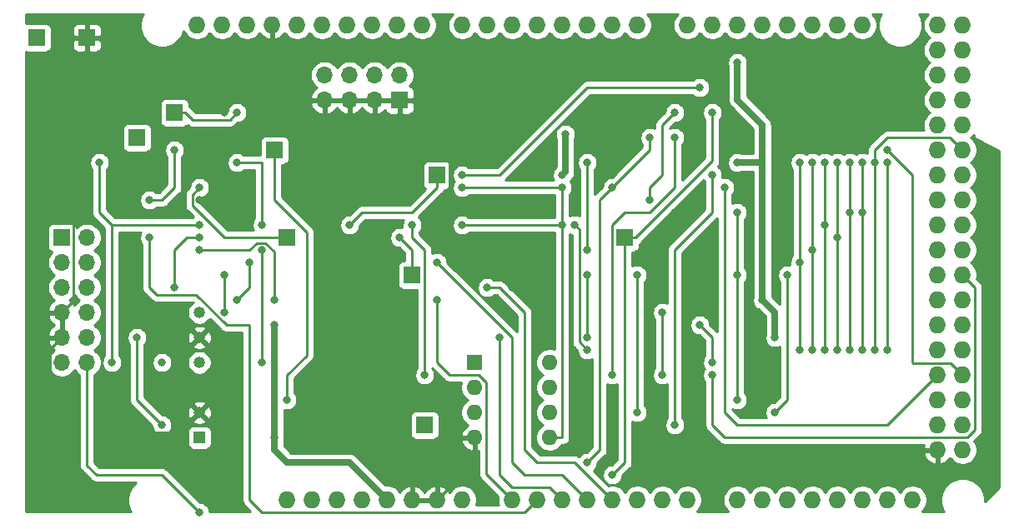
<source format=gbr>
G04 #@! TF.GenerationSoftware,KiCad,Pcbnew,(5.1.5-0-10_14)*
G04 #@! TF.CreationDate,2020-04-21T20:51:53-05:00*
G04 #@! TF.ProjectId,Electronic Target,456c6563-7472-46f6-9e69-632054617267,rev?*
G04 #@! TF.SameCoordinates,Original*
G04 #@! TF.FileFunction,Copper,L2,Bot*
G04 #@! TF.FilePolarity,Positive*
%FSLAX46Y46*%
G04 Gerber Fmt 4.6, Leading zero omitted, Abs format (unit mm)*
G04 Created by KiCad (PCBNEW (5.1.5-0-10_14)) date 2020-04-21 20:51:53*
%MOMM*%
%LPD*%
G04 APERTURE LIST*
%ADD10O,1.727200X1.727200*%
%ADD11C,1.180000*%
%ADD12R,1.180000X1.180000*%
%ADD13O,1.700000X1.700000*%
%ADD14R,1.700000X1.700000*%
%ADD15R,1.600000X1.600000*%
%ADD16O,1.600000X1.600000*%
%ADD17C,0.800000*%
%ADD18C,0.250000*%
%ADD19C,0.635000*%
%ADD20C,0.254000*%
G04 APERTURE END LIST*
D10*
X167640000Y-133350000D03*
X162560000Y-133350000D03*
X160020000Y-133350000D03*
X157480000Y-133350000D03*
X154940000Y-133350000D03*
X152400000Y-133350000D03*
X149860000Y-133350000D03*
X147320000Y-133350000D03*
X203200000Y-85090000D03*
X200660000Y-85090000D03*
X198120000Y-85090000D03*
X195580000Y-85090000D03*
X193040000Y-85090000D03*
X190500000Y-85090000D03*
X187960000Y-85090000D03*
X185420000Y-85090000D03*
X180340000Y-85090000D03*
X177800000Y-85090000D03*
X175260000Y-85090000D03*
X172720000Y-85090000D03*
X170180000Y-85090000D03*
X167640000Y-85090000D03*
X165100000Y-85090000D03*
X162560000Y-85090000D03*
X143256000Y-85090000D03*
X158496000Y-85090000D03*
X155956000Y-85090000D03*
X153416000Y-85090000D03*
X135636000Y-85090000D03*
X138176000Y-85090000D03*
X140716000Y-85090000D03*
X145796000Y-85090000D03*
X148336000Y-85090000D03*
X150876000Y-85090000D03*
X144780000Y-133350000D03*
X170180000Y-133350000D03*
X172720000Y-133350000D03*
X175260000Y-133350000D03*
X177800000Y-133350000D03*
X180340000Y-133350000D03*
X182880000Y-133350000D03*
X185420000Y-133350000D03*
X190500000Y-133350000D03*
X193040000Y-133350000D03*
X195580000Y-133350000D03*
X198120000Y-133350000D03*
X200660000Y-133350000D03*
X203200000Y-133350000D03*
X205740000Y-133350000D03*
X208280000Y-133350000D03*
X210820000Y-85090000D03*
X213360000Y-85090000D03*
X210820000Y-87630000D03*
X213360000Y-87630000D03*
X210820000Y-90170000D03*
X213360000Y-90170000D03*
X210820000Y-92710000D03*
X213360000Y-92710000D03*
X210820000Y-95250000D03*
X213360000Y-95250000D03*
X210820000Y-97790000D03*
X213360000Y-97790000D03*
X210820000Y-100330000D03*
X213360000Y-100330000D03*
X210820000Y-102870000D03*
X213360000Y-102870000D03*
X210820000Y-105410000D03*
X213360000Y-105410000D03*
X210820000Y-107950000D03*
X213360000Y-107950000D03*
X210820000Y-110490000D03*
X213360000Y-110490000D03*
X210820000Y-113030000D03*
X213360000Y-113030000D03*
X210820000Y-115570000D03*
X213360000Y-115570000D03*
X210820000Y-118110000D03*
X213360000Y-118110000D03*
X210820000Y-120650000D03*
X213360000Y-120650000D03*
X210820000Y-123190000D03*
X213360000Y-123190000D03*
X210820000Y-125730000D03*
X213360000Y-125730000D03*
X210820000Y-128270000D03*
X213360000Y-128270000D03*
D11*
X135890000Y-114300000D03*
X135890000Y-116840000D03*
X135890000Y-119380000D03*
X135890000Y-124460000D03*
D12*
X135890000Y-127000000D03*
D13*
X124460000Y-119380000D03*
X121920000Y-119380000D03*
X124460000Y-116840000D03*
X121920000Y-116840000D03*
X124460000Y-114300000D03*
X121920000Y-114300000D03*
X124460000Y-111760000D03*
X121920000Y-111760000D03*
X124460000Y-109220000D03*
X121920000Y-109220000D03*
X124460000Y-106680000D03*
D14*
X121920000Y-106680000D03*
X156210000Y-92710000D03*
D13*
X156210000Y-90170000D03*
X153670000Y-92710000D03*
X153670000Y-90170000D03*
X151130000Y-92710000D03*
X151130000Y-90170000D03*
X148590000Y-92710000D03*
X148590000Y-90170000D03*
D14*
X144780000Y-106680000D03*
X129540000Y-96520000D03*
X143510000Y-97790000D03*
X133350000Y-93980000D03*
X160020000Y-100330000D03*
X157480000Y-110490000D03*
X179070000Y-106680000D03*
X158750000Y-125730000D03*
X119380000Y-86360000D03*
X124460000Y-86360000D03*
D15*
X163830000Y-119380000D03*
D16*
X171450000Y-127000000D03*
X163830000Y-121920000D03*
X171450000Y-124460000D03*
X163830000Y-124460000D03*
X171450000Y-121920000D03*
X163830000Y-127000000D03*
X171450000Y-119380000D03*
D17*
X161290000Y-107950000D03*
X144780000Y-90170000D03*
X165100000Y-97790000D03*
X153670000Y-96520000D03*
X167640000Y-111760000D03*
X195580000Y-90170000D03*
X181610000Y-111760000D03*
X208280000Y-130810000D03*
X138430000Y-93980000D03*
X120650000Y-95250000D03*
X181610000Y-123190000D03*
X184150000Y-104140000D03*
X156210000Y-102870000D03*
X146050000Y-102870000D03*
X146050000Y-121920000D03*
X156210000Y-121920000D03*
X156210000Y-115570000D03*
X151130000Y-127000000D03*
X138430000Y-97790000D03*
X135890000Y-102870000D03*
X129540000Y-125730000D03*
X151130000Y-107950000D03*
X121920000Y-127000000D03*
X190500000Y-88900000D03*
X193040000Y-113030000D03*
X194310000Y-116840000D03*
X190500000Y-99060000D03*
X173052500Y-96187500D03*
X133350000Y-97790000D03*
X130810000Y-102870000D03*
X143510000Y-127000000D03*
X143510000Y-115570000D03*
X172720000Y-100330000D03*
X130810000Y-106680000D03*
X166370000Y-116840000D03*
X138430000Y-114300000D03*
X138430000Y-110490000D03*
X135890000Y-106680000D03*
X133350000Y-111760000D03*
X160020000Y-109220000D03*
X139700000Y-113030000D03*
X140970000Y-109220000D03*
X165100000Y-111760000D03*
X135890000Y-101600000D03*
X132080000Y-119380000D03*
X142240000Y-107950000D03*
X142240000Y-119380000D03*
X142240000Y-105410000D03*
X139700000Y-93980000D03*
X139700000Y-99060000D03*
X151130000Y-105410000D03*
X162560000Y-100330000D03*
X186690000Y-91440000D03*
X181610000Y-102870000D03*
X184150000Y-93980000D03*
X156210000Y-106680000D03*
X177800000Y-130810000D03*
X187960000Y-93980000D03*
X175260000Y-129540000D03*
X181610000Y-96520000D03*
X177800000Y-101600000D03*
X157480000Y-105410000D03*
X158750000Y-120650000D03*
X162560000Y-105410000D03*
X172720000Y-105410000D03*
X172720000Y-101600000D03*
X162560000Y-101600000D03*
X175260000Y-99060000D03*
X175260000Y-107950000D03*
X175260000Y-110490000D03*
X175260000Y-116840000D03*
X173990000Y-105410000D03*
X175260000Y-118110000D03*
X180340000Y-124460000D03*
X180340000Y-110490000D03*
X184150000Y-125730000D03*
X187960000Y-100330000D03*
X205740000Y-97790000D03*
X205740000Y-97790000D03*
X189230000Y-101600000D03*
X190500000Y-104140000D03*
X190500000Y-123190000D03*
X190500000Y-110490000D03*
X194310000Y-124460000D03*
X195580000Y-110490000D03*
X205740000Y-118110000D03*
X205740000Y-99060000D03*
X204470000Y-118110000D03*
X204470000Y-99060000D03*
X203200000Y-118110000D03*
X203200000Y-99060000D03*
X203200000Y-104140000D03*
X201930000Y-118110000D03*
X201930000Y-99060000D03*
X201930000Y-104140000D03*
X200660000Y-118110000D03*
X200660000Y-99060000D03*
X200660000Y-106680000D03*
X199390000Y-118110000D03*
X199390000Y-99060000D03*
X199390000Y-105410000D03*
X198120000Y-118110000D03*
X198120000Y-99060000D03*
X198120000Y-107950000D03*
X196850000Y-99060000D03*
X196850000Y-118110000D03*
X196850000Y-109220000D03*
X187960000Y-120650000D03*
X182880000Y-114300000D03*
X182880000Y-120650000D03*
X187960000Y-119380000D03*
X186690000Y-115570000D03*
X127000000Y-119380000D03*
X125730000Y-99060000D03*
X135890000Y-105410000D03*
X143510000Y-113030000D03*
X160020000Y-113030000D03*
X135890000Y-107950000D03*
X177800000Y-120650000D03*
X184150000Y-96520000D03*
X144780000Y-123190000D03*
X129540000Y-116840000D03*
X132080000Y-125730000D03*
X135890000Y-134620000D03*
D18*
X144780000Y-90170000D02*
X144780000Y-92710000D01*
X144780000Y-92710000D02*
X156210000Y-92710000D01*
X143256000Y-87376000D02*
X143256000Y-85090000D01*
X144780000Y-90170000D02*
X144780000Y-88900000D01*
X144780000Y-88900000D02*
X143256000Y-87376000D01*
X144780000Y-90170000D02*
X139700000Y-90170000D01*
X139700000Y-90170000D02*
X138430000Y-91440000D01*
X125560000Y-86360000D02*
X130640000Y-91440000D01*
X124460000Y-86360000D02*
X125560000Y-86360000D01*
X130640000Y-91440000D02*
X130810000Y-91440000D01*
X130810000Y-91440000D02*
X138430000Y-91440000D01*
X163830000Y-129540000D02*
X160020000Y-133350000D01*
X163830000Y-127000000D02*
X163830000Y-129540000D01*
X160020000Y-133350000D02*
X157480000Y-133350000D01*
X160020000Y-92710000D02*
X165100000Y-97790000D01*
X156210000Y-92710000D02*
X160020000Y-92710000D01*
X165100000Y-97790000D02*
X163830000Y-97790000D01*
X195580000Y-90170000D02*
X195580000Y-87630000D01*
X195580000Y-87630000D02*
X162560000Y-87630000D01*
X162560000Y-90170000D02*
X160020000Y-92710000D01*
X162560000Y-87630000D02*
X162560000Y-90170000D01*
X138430000Y-93980000D02*
X138430000Y-91440000D01*
X181610000Y-128270000D02*
X181610000Y-106680000D01*
X181610000Y-106680000D02*
X184150000Y-104140000D01*
X184150000Y-130810000D02*
X181610000Y-128270000D01*
X208280000Y-130810000D02*
X184150000Y-130810000D01*
X156210000Y-102870000D02*
X146050000Y-102870000D01*
X146050000Y-121920000D02*
X156210000Y-121920000D01*
X151130000Y-106680000D02*
X151130000Y-121920000D01*
X156210000Y-121920000D02*
X156210000Y-115570000D01*
X156210000Y-115570000D02*
X156210000Y-115570000D01*
X151130000Y-121920000D02*
X151130000Y-127000000D01*
X129939999Y-126129999D02*
X129540000Y-125730000D01*
X130265001Y-126455001D02*
X129939999Y-126129999D01*
X133894999Y-126455001D02*
X130265001Y-126455001D01*
X135890000Y-124460000D02*
X133894999Y-126455001D01*
X135890000Y-116840000D02*
X134620000Y-118110000D01*
X134620000Y-118110000D02*
X134620000Y-123190000D01*
X134620000Y-123190000D02*
X135890000Y-124460000D01*
X156210000Y-121920000D02*
X158750000Y-121920000D01*
X163830000Y-107950000D02*
X161290000Y-107950000D01*
X167640000Y-111760000D02*
X163830000Y-107950000D01*
X161290000Y-100330000D02*
X161290000Y-107950000D01*
X138430000Y-97790000D02*
X138430000Y-101600000D01*
X138430000Y-101600000D02*
X137160000Y-102870000D01*
X137160000Y-102870000D02*
X135890000Y-102870000D01*
X121920000Y-116840000D02*
X121920000Y-114300000D01*
X123095001Y-91534999D02*
X123190000Y-91440000D01*
X123095001Y-113124999D02*
X123095001Y-91534999D01*
X121920000Y-114300000D02*
X123095001Y-113124999D01*
X130810000Y-91440000D02*
X123190000Y-91440000D01*
X120650000Y-95250000D02*
X123190000Y-95250000D01*
X120744999Y-118015001D02*
X120744999Y-125824999D01*
X121920000Y-116840000D02*
X120744999Y-118015001D01*
X120744999Y-125824999D02*
X121920000Y-127000000D01*
X121920000Y-127000000D02*
X121920000Y-127000000D01*
X163830000Y-97790000D02*
X162560000Y-97790000D01*
X162560000Y-97790000D02*
X161290000Y-99060000D01*
X161290000Y-99060000D02*
X161290000Y-100330000D01*
X163830000Y-127000000D02*
X161290000Y-127000000D01*
X161290000Y-124460000D02*
X158750000Y-121920000D01*
X161290000Y-127000000D02*
X161290000Y-124460000D01*
D19*
X154940000Y-133350000D02*
X151130000Y-129540000D01*
D18*
X193040000Y-96520000D02*
X193040000Y-96520000D01*
D19*
X193040000Y-113030000D02*
X194310000Y-114300000D01*
X194310000Y-114300000D02*
X194310000Y-116840000D01*
D18*
X194310000Y-116840000D02*
X194310000Y-116840000D01*
D19*
X190500000Y-99060000D02*
X193040000Y-99060000D01*
X193040000Y-99060000D02*
X193040000Y-113030000D01*
X173052500Y-96187500D02*
X173052500Y-99997500D01*
X151130000Y-129540000D02*
X144780000Y-129540000D01*
X144780000Y-129540000D02*
X143510000Y-128270000D01*
X143510000Y-128270000D02*
X143510000Y-118110000D01*
X143510000Y-118110000D02*
X143510000Y-115570000D01*
D18*
X143510000Y-115570000D02*
X143510000Y-115570000D01*
X133350000Y-97790000D02*
X133350000Y-101600000D01*
X133350000Y-101600000D02*
X132080000Y-102870000D01*
X132080000Y-102870000D02*
X130810000Y-102870000D01*
D19*
X190500000Y-92710000D02*
X190500000Y-88900000D01*
X193040000Y-95250000D02*
X190500000Y-92710000D01*
X193040000Y-99060000D02*
X193040000Y-95250000D01*
X172720000Y-100330000D02*
X172720000Y-100330000D01*
X172720000Y-100330000D02*
X173052500Y-99997500D01*
D18*
X168910000Y-134620000D02*
X170180000Y-133350000D01*
X142240000Y-134620000D02*
X168910000Y-134620000D01*
X135541999Y-112485001D02*
X138626998Y-115570000D01*
X131535001Y-112485001D02*
X135541999Y-112485001D01*
X140970000Y-115570000D02*
X140970000Y-133350000D01*
X138626998Y-115570000D02*
X140970000Y-115570000D01*
X140970000Y-133350000D02*
X142240000Y-134620000D01*
X130810000Y-111760000D02*
X131535001Y-112485001D01*
X130810000Y-106680000D02*
X130810000Y-111760000D01*
X172720000Y-133350000D02*
X171450000Y-132080000D01*
X171450000Y-132080000D02*
X170813590Y-132080000D01*
X170813590Y-132080000D02*
X167640000Y-132080000D01*
X167640000Y-132080000D02*
X166370000Y-130810000D01*
X166370000Y-130810000D02*
X166370000Y-116840000D01*
X166370000Y-116840000D02*
X166370000Y-116840000D01*
X138430000Y-110490000D02*
X138430000Y-114300000D01*
X135890000Y-106680000D02*
X134620000Y-106680000D01*
X134620000Y-106680000D02*
X133350000Y-107950000D01*
X133350000Y-107950000D02*
X133350000Y-111760000D01*
X133350000Y-111760000D02*
X133350000Y-111760000D01*
X175260000Y-133350000D02*
X172720000Y-130810000D01*
X172720000Y-130810000D02*
X169543590Y-130810000D01*
X169543590Y-130810000D02*
X168910000Y-130810000D01*
X168910000Y-130810000D02*
X167640000Y-129540000D01*
X167640000Y-129540000D02*
X167640000Y-125730000D01*
X167640000Y-125730000D02*
X167640000Y-125730000D01*
X167640000Y-125730000D02*
X167640000Y-117036998D01*
X160020000Y-109220000D02*
X160020000Y-109220000D01*
X167640000Y-116840000D02*
X167640000Y-117036998D01*
X160020000Y-109220000D02*
X167640000Y-116840000D01*
X177800000Y-133350000D02*
X175260000Y-130810000D01*
X173990000Y-129540000D02*
X175260000Y-130810000D01*
X173990000Y-129540000D02*
X170180000Y-129540000D01*
X170180000Y-129540000D02*
X168910000Y-128270000D01*
X168910000Y-128270000D02*
X168910000Y-121920000D01*
X168910000Y-114300000D02*
X168910000Y-121920000D01*
X140970000Y-111760000D02*
X139700000Y-113030000D01*
X140970000Y-109220000D02*
X140970000Y-111760000D01*
X166370000Y-111760000D02*
X167640000Y-113030000D01*
X165100000Y-111760000D02*
X166370000Y-111760000D01*
X167640000Y-113030000D02*
X167013498Y-112403498D01*
X168910000Y-114300000D02*
X167640000Y-113030000D01*
X138430000Y-106680000D02*
X144780000Y-106680000D01*
X135164999Y-103414999D02*
X138430000Y-106680000D01*
X135164999Y-102325001D02*
X135164999Y-103414999D01*
X135890000Y-101600000D02*
X135164999Y-102325001D01*
X142240000Y-107950000D02*
X142240000Y-119380000D01*
X135175001Y-94705001D02*
X134450000Y-93980000D01*
X138974999Y-94705001D02*
X135175001Y-94705001D01*
X134450000Y-93980000D02*
X133350000Y-93980000D01*
X139700000Y-93980000D02*
X138974999Y-94705001D01*
X139700000Y-99060000D02*
X142240000Y-99060000D01*
X142240000Y-99060000D02*
X142240000Y-105410000D01*
X160020000Y-100330000D02*
X160020000Y-101600000D01*
X160020000Y-101600000D02*
X157480000Y-104140000D01*
X157480000Y-104140000D02*
X152400000Y-104140000D01*
X152400000Y-104140000D02*
X151130000Y-105410000D01*
X166370000Y-100330000D02*
X162560000Y-100330000D01*
X175260000Y-91440000D02*
X166370000Y-100330000D01*
X186690000Y-91440000D02*
X175260000Y-91440000D01*
X184150000Y-93980000D02*
X182880000Y-95250000D01*
X182880000Y-95250000D02*
X182880000Y-100330000D01*
X182880000Y-100330000D02*
X181610000Y-101600000D01*
X181610000Y-101600000D02*
X181610000Y-102870000D01*
X157480000Y-110490000D02*
X157480000Y-107950000D01*
X157480000Y-107950000D02*
X156210000Y-106680000D01*
X156210000Y-106680000D02*
X156210000Y-106680000D01*
X179070000Y-106680000D02*
X179070000Y-129540000D01*
X179070000Y-129540000D02*
X177800000Y-130810000D01*
X180170000Y-106680000D02*
X187960000Y-98890000D01*
X179070000Y-106680000D02*
X180170000Y-106680000D01*
X187960000Y-98890000D02*
X187960000Y-93980000D01*
X177800000Y-101600000D02*
X176530000Y-102870000D01*
X176530000Y-102870000D02*
X176530000Y-128270000D01*
X176530000Y-128270000D02*
X175260000Y-129540000D01*
X181610000Y-97790000D02*
X177800000Y-101600000D01*
X181610000Y-96520000D02*
X181610000Y-97790000D01*
X157480000Y-105410000D02*
X157480000Y-106680000D01*
X157480000Y-106680000D02*
X158750000Y-107950000D01*
X158750000Y-107950000D02*
X158750000Y-120650000D01*
X158750000Y-120650000D02*
X158750000Y-120650000D01*
X162560000Y-105410000D02*
X172720000Y-105410000D01*
X172720000Y-101600000D02*
X162560000Y-101600000D01*
X172720000Y-101600000D02*
X172720000Y-105410000D01*
X172720000Y-127000000D02*
X171450000Y-127000000D01*
X172720000Y-105410000D02*
X172720000Y-127000000D01*
X175260000Y-107950000D02*
X175260000Y-99060000D01*
X175260000Y-110490000D02*
X175260000Y-114300000D01*
X175260000Y-114300000D02*
X175260000Y-116840000D01*
X175260000Y-116840000D02*
X175260000Y-116840000D01*
X174440010Y-105860010D02*
X174440010Y-114750010D01*
X173990000Y-105410000D02*
X174440010Y-105860010D01*
X174440010Y-114750010D02*
X174440010Y-117290010D01*
X174440010Y-117290010D02*
X175260000Y-118110000D01*
X175260000Y-118110000D02*
X175260000Y-118110000D01*
X180340000Y-110490000D02*
X180340000Y-124460000D01*
X184150000Y-115570000D02*
X184150000Y-125730000D01*
X187960000Y-101600000D02*
X187960000Y-100330000D01*
X187960000Y-101600000D02*
X187960000Y-104140000D01*
X187960000Y-104140000D02*
X184150000Y-107950000D01*
X184150000Y-107950000D02*
X184150000Y-115570000D01*
X205740000Y-97790000D02*
X205740000Y-97790000D01*
X205740000Y-97790000D02*
X205740000Y-97790000D01*
X208280000Y-119380000D02*
X208280000Y-100330000D01*
X208280000Y-100330000D02*
X205740000Y-97790000D01*
X208361399Y-119461399D02*
X208280000Y-119380000D01*
X212171399Y-119461399D02*
X208361399Y-119461399D01*
X213360000Y-120650000D02*
X212171399Y-119461399D01*
X189230016Y-102870000D02*
X189230016Y-101600016D01*
X190500000Y-125730000D02*
X189230000Y-124460000D01*
X189230000Y-123190000D02*
X189230016Y-102870000D01*
X205740000Y-125730000D02*
X190500000Y-125730000D01*
X189230000Y-124460000D02*
X189230000Y-123190000D01*
X210820000Y-120650000D02*
X205740000Y-125730000D01*
X190500000Y-104140000D02*
X190500000Y-110490000D01*
X190500000Y-110490000D02*
X190500000Y-123190000D01*
X194310000Y-124460000D02*
X195580000Y-123190000D01*
X195580000Y-123190000D02*
X195580000Y-110490000D01*
X195580000Y-110490000D02*
X195580000Y-110490000D01*
X205740000Y-118110000D02*
X205740000Y-99060000D01*
X213360000Y-97790000D02*
X212090000Y-96520000D01*
X204470000Y-99060000D02*
X204470000Y-118110000D01*
X212090000Y-96520000D02*
X205740000Y-96520000D01*
X205740000Y-96520000D02*
X204470000Y-97790000D01*
X204470000Y-97790000D02*
X204470000Y-99060000D01*
X203200000Y-118110000D02*
X203200000Y-99060000D01*
X201930000Y-99060000D02*
X201930000Y-118110000D01*
X200660000Y-118110000D02*
X200660000Y-99060000D01*
X199390000Y-99060000D02*
X199390000Y-118110000D01*
X198120000Y-99256998D02*
X198120000Y-99060000D01*
X198120000Y-118110000D02*
X198120000Y-99256998D01*
X196850000Y-99060000D02*
X196850000Y-118110000D01*
X214630000Y-126219130D02*
X213849130Y-127000000D01*
X189230000Y-127000000D02*
X187960000Y-125730000D01*
X187960000Y-125730000D02*
X187960000Y-120650000D01*
X213849130Y-127000000D02*
X189230000Y-127000000D01*
X214630000Y-111760000D02*
X214630000Y-126219130D01*
X213360000Y-110490000D02*
X214630000Y-111760000D01*
X182880000Y-114300000D02*
X182880000Y-120650000D01*
X187960000Y-119380000D02*
X187960000Y-116840000D01*
X187960000Y-116840000D02*
X186690000Y-115570000D01*
X186690000Y-115570000D02*
X186690000Y-115570000D01*
X165001501Y-130711501D02*
X167640000Y-133350000D01*
X165001501Y-121426499D02*
X164225002Y-120650000D01*
X165001501Y-130711501D02*
X165001501Y-121426499D01*
X164225002Y-120650000D02*
X161290000Y-120650000D01*
X161290000Y-120650000D02*
X160020000Y-119380000D01*
X160020000Y-119380000D02*
X160020000Y-115570000D01*
X160020000Y-115570000D02*
X160020000Y-113030000D01*
X160020000Y-113030000D02*
X160020000Y-113030000D01*
X143510000Y-108146998D02*
X142588001Y-107224999D01*
X143510000Y-113030000D02*
X143510000Y-108146998D01*
X135890000Y-107950000D02*
X140970000Y-107950000D01*
X140970000Y-107950000D02*
X141695001Y-107224999D01*
X141695001Y-107224999D02*
X142588001Y-107224999D01*
X129540000Y-105410000D02*
X135890000Y-105410000D01*
X127000000Y-105410000D02*
X129540000Y-105410000D01*
X125730000Y-104140000D02*
X127000000Y-105410000D01*
X125730000Y-99060000D02*
X125730000Y-104140000D01*
X127000000Y-113030000D02*
X127000000Y-105410000D01*
X127000000Y-119380000D02*
X127000000Y-113030000D01*
X177800000Y-105410000D02*
X177800000Y-120650000D01*
X179070000Y-104140000D02*
X177800000Y-105410000D01*
X181610000Y-104140000D02*
X179070000Y-104140000D01*
X184150000Y-101600000D02*
X181610000Y-104140000D01*
X184150000Y-96520000D02*
X184150000Y-101600000D01*
X144780000Y-120650000D02*
X144780000Y-123190000D01*
X146775001Y-118654999D02*
X144780000Y-120650000D01*
X146775001Y-106135001D02*
X146775001Y-118654999D01*
X143510000Y-102870000D02*
X146775001Y-106135001D01*
X143510000Y-97790000D02*
X143510000Y-102870000D01*
X129540000Y-123190000D02*
X132080000Y-125730000D01*
X129540000Y-116840000D02*
X129540000Y-123190000D01*
X125420998Y-130810000D02*
X124460000Y-129849002D01*
X124460000Y-129849002D02*
X124460000Y-119380000D01*
X132080000Y-130810000D02*
X125420998Y-130810000D01*
X135890000Y-134620000D02*
X132080000Y-130810000D01*
D20*
G36*
X130099369Y-84031331D02*
G01*
X129930890Y-84438075D01*
X129845000Y-84869872D01*
X129845000Y-85310128D01*
X129930890Y-85741925D01*
X130099369Y-86148669D01*
X130343962Y-86514729D01*
X130655271Y-86826038D01*
X131021331Y-87070631D01*
X131428075Y-87239110D01*
X131859872Y-87325000D01*
X132300128Y-87325000D01*
X132731925Y-87239110D01*
X133138669Y-87070631D01*
X133504729Y-86826038D01*
X133816038Y-86514729D01*
X134060631Y-86148669D01*
X134229110Y-85741925D01*
X134246906Y-85652460D01*
X134307958Y-85799853D01*
X134471961Y-86045302D01*
X134680698Y-86254039D01*
X134926147Y-86418042D01*
X135198875Y-86531010D01*
X135488401Y-86588600D01*
X135783599Y-86588600D01*
X136073125Y-86531010D01*
X136345853Y-86418042D01*
X136591302Y-86254039D01*
X136800039Y-86045302D01*
X136906000Y-85886719D01*
X137011961Y-86045302D01*
X137220698Y-86254039D01*
X137466147Y-86418042D01*
X137738875Y-86531010D01*
X138028401Y-86588600D01*
X138323599Y-86588600D01*
X138613125Y-86531010D01*
X138885853Y-86418042D01*
X139131302Y-86254039D01*
X139340039Y-86045302D01*
X139446000Y-85886719D01*
X139551961Y-86045302D01*
X139760698Y-86254039D01*
X140006147Y-86418042D01*
X140278875Y-86531010D01*
X140568401Y-86588600D01*
X140863599Y-86588600D01*
X141153125Y-86531010D01*
X141425853Y-86418042D01*
X141671302Y-86254039D01*
X141880039Y-86045302D01*
X141987692Y-85884187D01*
X142149146Y-86100293D01*
X142367512Y-86296817D01*
X142620022Y-86446964D01*
X142896973Y-86544963D01*
X143129000Y-86424464D01*
X143129000Y-85217000D01*
X143109000Y-85217000D01*
X143109000Y-84963000D01*
X143129000Y-84963000D01*
X143129000Y-84943000D01*
X143383000Y-84943000D01*
X143383000Y-84963000D01*
X143403000Y-84963000D01*
X143403000Y-85217000D01*
X143383000Y-85217000D01*
X143383000Y-86424464D01*
X143615027Y-86544963D01*
X143891978Y-86446964D01*
X144144488Y-86296817D01*
X144362854Y-86100293D01*
X144524308Y-85884187D01*
X144631961Y-86045302D01*
X144840698Y-86254039D01*
X145086147Y-86418042D01*
X145358875Y-86531010D01*
X145648401Y-86588600D01*
X145943599Y-86588600D01*
X146233125Y-86531010D01*
X146505853Y-86418042D01*
X146751302Y-86254039D01*
X146960039Y-86045302D01*
X147066000Y-85886719D01*
X147171961Y-86045302D01*
X147380698Y-86254039D01*
X147626147Y-86418042D01*
X147898875Y-86531010D01*
X148188401Y-86588600D01*
X148483599Y-86588600D01*
X148773125Y-86531010D01*
X149045853Y-86418042D01*
X149291302Y-86254039D01*
X149500039Y-86045302D01*
X149606000Y-85886719D01*
X149711961Y-86045302D01*
X149920698Y-86254039D01*
X150166147Y-86418042D01*
X150438875Y-86531010D01*
X150728401Y-86588600D01*
X151023599Y-86588600D01*
X151313125Y-86531010D01*
X151585853Y-86418042D01*
X151831302Y-86254039D01*
X152040039Y-86045302D01*
X152146000Y-85886719D01*
X152251961Y-86045302D01*
X152460698Y-86254039D01*
X152706147Y-86418042D01*
X152978875Y-86531010D01*
X153268401Y-86588600D01*
X153563599Y-86588600D01*
X153853125Y-86531010D01*
X154125853Y-86418042D01*
X154371302Y-86254039D01*
X154580039Y-86045302D01*
X154686000Y-85886719D01*
X154791961Y-86045302D01*
X155000698Y-86254039D01*
X155246147Y-86418042D01*
X155518875Y-86531010D01*
X155808401Y-86588600D01*
X156103599Y-86588600D01*
X156393125Y-86531010D01*
X156665853Y-86418042D01*
X156911302Y-86254039D01*
X157120039Y-86045302D01*
X157226000Y-85886719D01*
X157331961Y-86045302D01*
X157540698Y-86254039D01*
X157786147Y-86418042D01*
X158058875Y-86531010D01*
X158348401Y-86588600D01*
X158643599Y-86588600D01*
X158933125Y-86531010D01*
X159205853Y-86418042D01*
X159451302Y-86254039D01*
X159660039Y-86045302D01*
X159824042Y-85799853D01*
X159937010Y-85527125D01*
X159994600Y-85237599D01*
X159994600Y-84942401D01*
X159937010Y-84652875D01*
X159824042Y-84380147D01*
X159660039Y-84134698D01*
X159472341Y-83947000D01*
X161583659Y-83947000D01*
X161395961Y-84134698D01*
X161231958Y-84380147D01*
X161118990Y-84652875D01*
X161061400Y-84942401D01*
X161061400Y-85237599D01*
X161118990Y-85527125D01*
X161231958Y-85799853D01*
X161395961Y-86045302D01*
X161604698Y-86254039D01*
X161850147Y-86418042D01*
X162122875Y-86531010D01*
X162412401Y-86588600D01*
X162707599Y-86588600D01*
X162997125Y-86531010D01*
X163269853Y-86418042D01*
X163515302Y-86254039D01*
X163724039Y-86045302D01*
X163830000Y-85886719D01*
X163935961Y-86045302D01*
X164144698Y-86254039D01*
X164390147Y-86418042D01*
X164662875Y-86531010D01*
X164952401Y-86588600D01*
X165247599Y-86588600D01*
X165537125Y-86531010D01*
X165809853Y-86418042D01*
X166055302Y-86254039D01*
X166264039Y-86045302D01*
X166370000Y-85886719D01*
X166475961Y-86045302D01*
X166684698Y-86254039D01*
X166930147Y-86418042D01*
X167202875Y-86531010D01*
X167492401Y-86588600D01*
X167787599Y-86588600D01*
X168077125Y-86531010D01*
X168349853Y-86418042D01*
X168595302Y-86254039D01*
X168804039Y-86045302D01*
X168910000Y-85886719D01*
X169015961Y-86045302D01*
X169224698Y-86254039D01*
X169470147Y-86418042D01*
X169742875Y-86531010D01*
X170032401Y-86588600D01*
X170327599Y-86588600D01*
X170617125Y-86531010D01*
X170889853Y-86418042D01*
X171135302Y-86254039D01*
X171344039Y-86045302D01*
X171450000Y-85886719D01*
X171555961Y-86045302D01*
X171764698Y-86254039D01*
X172010147Y-86418042D01*
X172282875Y-86531010D01*
X172572401Y-86588600D01*
X172867599Y-86588600D01*
X173157125Y-86531010D01*
X173429853Y-86418042D01*
X173675302Y-86254039D01*
X173884039Y-86045302D01*
X173990000Y-85886719D01*
X174095961Y-86045302D01*
X174304698Y-86254039D01*
X174550147Y-86418042D01*
X174822875Y-86531010D01*
X175112401Y-86588600D01*
X175407599Y-86588600D01*
X175697125Y-86531010D01*
X175969853Y-86418042D01*
X176215302Y-86254039D01*
X176424039Y-86045302D01*
X176530000Y-85886719D01*
X176635961Y-86045302D01*
X176844698Y-86254039D01*
X177090147Y-86418042D01*
X177362875Y-86531010D01*
X177652401Y-86588600D01*
X177947599Y-86588600D01*
X178237125Y-86531010D01*
X178509853Y-86418042D01*
X178755302Y-86254039D01*
X178964039Y-86045302D01*
X179070000Y-85886719D01*
X179175961Y-86045302D01*
X179384698Y-86254039D01*
X179630147Y-86418042D01*
X179902875Y-86531010D01*
X180192401Y-86588600D01*
X180487599Y-86588600D01*
X180777125Y-86531010D01*
X181049853Y-86418042D01*
X181295302Y-86254039D01*
X181504039Y-86045302D01*
X181668042Y-85799853D01*
X181781010Y-85527125D01*
X181838600Y-85237599D01*
X181838600Y-84942401D01*
X181781010Y-84652875D01*
X181668042Y-84380147D01*
X181504039Y-84134698D01*
X181316341Y-83947000D01*
X184443659Y-83947000D01*
X184255961Y-84134698D01*
X184091958Y-84380147D01*
X183978990Y-84652875D01*
X183921400Y-84942401D01*
X183921400Y-85237599D01*
X183978990Y-85527125D01*
X184091958Y-85799853D01*
X184255961Y-86045302D01*
X184464698Y-86254039D01*
X184710147Y-86418042D01*
X184982875Y-86531010D01*
X185272401Y-86588600D01*
X185567599Y-86588600D01*
X185857125Y-86531010D01*
X186129853Y-86418042D01*
X186375302Y-86254039D01*
X186584039Y-86045302D01*
X186690000Y-85886719D01*
X186795961Y-86045302D01*
X187004698Y-86254039D01*
X187250147Y-86418042D01*
X187522875Y-86531010D01*
X187812401Y-86588600D01*
X188107599Y-86588600D01*
X188397125Y-86531010D01*
X188669853Y-86418042D01*
X188915302Y-86254039D01*
X189124039Y-86045302D01*
X189230000Y-85886719D01*
X189335961Y-86045302D01*
X189544698Y-86254039D01*
X189790147Y-86418042D01*
X190062875Y-86531010D01*
X190352401Y-86588600D01*
X190647599Y-86588600D01*
X190937125Y-86531010D01*
X191209853Y-86418042D01*
X191455302Y-86254039D01*
X191664039Y-86045302D01*
X191770000Y-85886719D01*
X191875961Y-86045302D01*
X192084698Y-86254039D01*
X192330147Y-86418042D01*
X192602875Y-86531010D01*
X192892401Y-86588600D01*
X193187599Y-86588600D01*
X193477125Y-86531010D01*
X193749853Y-86418042D01*
X193995302Y-86254039D01*
X194204039Y-86045302D01*
X194310000Y-85886719D01*
X194415961Y-86045302D01*
X194624698Y-86254039D01*
X194870147Y-86418042D01*
X195142875Y-86531010D01*
X195432401Y-86588600D01*
X195727599Y-86588600D01*
X196017125Y-86531010D01*
X196289853Y-86418042D01*
X196535302Y-86254039D01*
X196744039Y-86045302D01*
X196850000Y-85886719D01*
X196955961Y-86045302D01*
X197164698Y-86254039D01*
X197410147Y-86418042D01*
X197682875Y-86531010D01*
X197972401Y-86588600D01*
X198267599Y-86588600D01*
X198557125Y-86531010D01*
X198829853Y-86418042D01*
X199075302Y-86254039D01*
X199284039Y-86045302D01*
X199390000Y-85886719D01*
X199495961Y-86045302D01*
X199704698Y-86254039D01*
X199950147Y-86418042D01*
X200222875Y-86531010D01*
X200512401Y-86588600D01*
X200807599Y-86588600D01*
X201097125Y-86531010D01*
X201369853Y-86418042D01*
X201615302Y-86254039D01*
X201824039Y-86045302D01*
X201930000Y-85886719D01*
X202035961Y-86045302D01*
X202244698Y-86254039D01*
X202490147Y-86418042D01*
X202762875Y-86531010D01*
X203052401Y-86588600D01*
X203347599Y-86588600D01*
X203637125Y-86531010D01*
X203909853Y-86418042D01*
X204155302Y-86254039D01*
X204364039Y-86045302D01*
X204528042Y-85799853D01*
X204641010Y-85527125D01*
X204698600Y-85237599D01*
X204698600Y-84942401D01*
X204641010Y-84652875D01*
X204528042Y-84380147D01*
X204364039Y-84134698D01*
X204176341Y-83947000D01*
X205085717Y-83947000D01*
X205029369Y-84031331D01*
X204860890Y-84438075D01*
X204775000Y-84869872D01*
X204775000Y-85310128D01*
X204860890Y-85741925D01*
X205029369Y-86148669D01*
X205273962Y-86514729D01*
X205585271Y-86826038D01*
X205951331Y-87070631D01*
X206358075Y-87239110D01*
X206789872Y-87325000D01*
X207230128Y-87325000D01*
X207661925Y-87239110D01*
X208068669Y-87070631D01*
X208434729Y-86826038D01*
X208746038Y-86514729D01*
X208990631Y-86148669D01*
X209159110Y-85741925D01*
X209245000Y-85310128D01*
X209245000Y-84869872D01*
X209159110Y-84438075D01*
X208990631Y-84031331D01*
X208934283Y-83947000D01*
X209843659Y-83947000D01*
X209655961Y-84134698D01*
X209491958Y-84380147D01*
X209378990Y-84652875D01*
X209321400Y-84942401D01*
X209321400Y-85237599D01*
X209378990Y-85527125D01*
X209491958Y-85799853D01*
X209655961Y-86045302D01*
X209864698Y-86254039D01*
X210023281Y-86360000D01*
X209864698Y-86465961D01*
X209655961Y-86674698D01*
X209491958Y-86920147D01*
X209378990Y-87192875D01*
X209321400Y-87482401D01*
X209321400Y-87777599D01*
X209378990Y-88067125D01*
X209491958Y-88339853D01*
X209655961Y-88585302D01*
X209864698Y-88794039D01*
X210023281Y-88900000D01*
X209864698Y-89005961D01*
X209655961Y-89214698D01*
X209491958Y-89460147D01*
X209378990Y-89732875D01*
X209321400Y-90022401D01*
X209321400Y-90317599D01*
X209378990Y-90607125D01*
X209491958Y-90879853D01*
X209655961Y-91125302D01*
X209864698Y-91334039D01*
X210023281Y-91440000D01*
X209864698Y-91545961D01*
X209655961Y-91754698D01*
X209491958Y-92000147D01*
X209378990Y-92272875D01*
X209321400Y-92562401D01*
X209321400Y-92857599D01*
X209378990Y-93147125D01*
X209491958Y-93419853D01*
X209655961Y-93665302D01*
X209864698Y-93874039D01*
X210023281Y-93980000D01*
X209864698Y-94085961D01*
X209655961Y-94294698D01*
X209491958Y-94540147D01*
X209378990Y-94812875D01*
X209321400Y-95102401D01*
X209321400Y-95397599D01*
X209378990Y-95687125D01*
X209409176Y-95760000D01*
X205777322Y-95760000D01*
X205739999Y-95756324D01*
X205702676Y-95760000D01*
X205702667Y-95760000D01*
X205591014Y-95770997D01*
X205447753Y-95814454D01*
X205315724Y-95885026D01*
X205199999Y-95979999D01*
X205176201Y-96008997D01*
X203959003Y-97226196D01*
X203929999Y-97249999D01*
X203889175Y-97299744D01*
X203835026Y-97365724D01*
X203769613Y-97488102D01*
X203764454Y-97497754D01*
X203720997Y-97641015D01*
X203710000Y-97752668D01*
X203710000Y-97752678D01*
X203706324Y-97790000D01*
X203710000Y-97827323D01*
X203710000Y-98155988D01*
X203690256Y-98142795D01*
X203501898Y-98064774D01*
X203301939Y-98025000D01*
X203098061Y-98025000D01*
X202898102Y-98064774D01*
X202709744Y-98142795D01*
X202565000Y-98239510D01*
X202420256Y-98142795D01*
X202231898Y-98064774D01*
X202031939Y-98025000D01*
X201828061Y-98025000D01*
X201628102Y-98064774D01*
X201439744Y-98142795D01*
X201295000Y-98239510D01*
X201150256Y-98142795D01*
X200961898Y-98064774D01*
X200761939Y-98025000D01*
X200558061Y-98025000D01*
X200358102Y-98064774D01*
X200169744Y-98142795D01*
X200025000Y-98239510D01*
X199880256Y-98142795D01*
X199691898Y-98064774D01*
X199491939Y-98025000D01*
X199288061Y-98025000D01*
X199088102Y-98064774D01*
X198899744Y-98142795D01*
X198755000Y-98239510D01*
X198610256Y-98142795D01*
X198421898Y-98064774D01*
X198221939Y-98025000D01*
X198018061Y-98025000D01*
X197818102Y-98064774D01*
X197629744Y-98142795D01*
X197485000Y-98239510D01*
X197340256Y-98142795D01*
X197151898Y-98064774D01*
X196951939Y-98025000D01*
X196748061Y-98025000D01*
X196548102Y-98064774D01*
X196359744Y-98142795D01*
X196190226Y-98256063D01*
X196046063Y-98400226D01*
X195932795Y-98569744D01*
X195854774Y-98758102D01*
X195815000Y-98958061D01*
X195815000Y-99161939D01*
X195854774Y-99361898D01*
X195932795Y-99550256D01*
X196046063Y-99719774D01*
X196090000Y-99763711D01*
X196090000Y-108516289D01*
X196046063Y-108560226D01*
X195932795Y-108729744D01*
X195854774Y-108918102D01*
X195815000Y-109118061D01*
X195815000Y-109321939D01*
X195848039Y-109488039D01*
X195681939Y-109455000D01*
X195478061Y-109455000D01*
X195278102Y-109494774D01*
X195089744Y-109572795D01*
X194920226Y-109686063D01*
X194776063Y-109830226D01*
X194662795Y-109999744D01*
X194584774Y-110188102D01*
X194545000Y-110388061D01*
X194545000Y-110591939D01*
X194584774Y-110791898D01*
X194662795Y-110980256D01*
X194776063Y-111149774D01*
X194820001Y-111193712D01*
X194820001Y-113462962D01*
X193999931Y-112642893D01*
X193992500Y-112624953D01*
X193992500Y-99106784D01*
X193997108Y-99060000D01*
X193992500Y-99013215D01*
X193992500Y-95296784D01*
X193997108Y-95249999D01*
X193978717Y-95063277D01*
X193952007Y-94975226D01*
X193924252Y-94883731D01*
X193835806Y-94718259D01*
X193716778Y-94573222D01*
X193680431Y-94543393D01*
X191452500Y-92315462D01*
X191452500Y-89305047D01*
X191495226Y-89201898D01*
X191535000Y-89001939D01*
X191535000Y-88798061D01*
X191495226Y-88598102D01*
X191417205Y-88409744D01*
X191303937Y-88240226D01*
X191159774Y-88096063D01*
X190990256Y-87982795D01*
X190801898Y-87904774D01*
X190601939Y-87865000D01*
X190398061Y-87865000D01*
X190198102Y-87904774D01*
X190009744Y-87982795D01*
X189840226Y-88096063D01*
X189696063Y-88240226D01*
X189582795Y-88409744D01*
X189504774Y-88598102D01*
X189465000Y-88798061D01*
X189465000Y-89001939D01*
X189504774Y-89201898D01*
X189547501Y-89305049D01*
X189547500Y-92663215D01*
X189542892Y-92710000D01*
X189547500Y-92756784D01*
X189561283Y-92896722D01*
X189615748Y-93076268D01*
X189704194Y-93241741D01*
X189823222Y-93386778D01*
X189859569Y-93416607D01*
X192087501Y-95644539D01*
X192087500Y-98107500D01*
X190905047Y-98107500D01*
X190801898Y-98064774D01*
X190601939Y-98025000D01*
X190398061Y-98025000D01*
X190198102Y-98064774D01*
X190009744Y-98142795D01*
X189840226Y-98256063D01*
X189696063Y-98400226D01*
X189582795Y-98569744D01*
X189504774Y-98758102D01*
X189465000Y-98958061D01*
X189465000Y-99161939D01*
X189504774Y-99361898D01*
X189582795Y-99550256D01*
X189696063Y-99719774D01*
X189840226Y-99863937D01*
X190009744Y-99977205D01*
X190198102Y-100055226D01*
X190398061Y-100095000D01*
X190601939Y-100095000D01*
X190801898Y-100055226D01*
X190905047Y-100012500D01*
X192087500Y-100012500D01*
X192087501Y-112624951D01*
X192044774Y-112728102D01*
X192005000Y-112928061D01*
X192005000Y-113131939D01*
X192044774Y-113331898D01*
X192122795Y-113520256D01*
X192236063Y-113689774D01*
X192380226Y-113833937D01*
X192549744Y-113947205D01*
X192652893Y-113989931D01*
X193357500Y-114694539D01*
X193357501Y-116434951D01*
X193314774Y-116538102D01*
X193275000Y-116738061D01*
X193275000Y-116941939D01*
X193314774Y-117141898D01*
X193392795Y-117330256D01*
X193506063Y-117499774D01*
X193650226Y-117643937D01*
X193819744Y-117757205D01*
X194008102Y-117835226D01*
X194208061Y-117875000D01*
X194411939Y-117875000D01*
X194611898Y-117835226D01*
X194800256Y-117757205D01*
X194820000Y-117744012D01*
X194820000Y-122875198D01*
X194270199Y-123425000D01*
X194208061Y-123425000D01*
X194008102Y-123464774D01*
X193819744Y-123542795D01*
X193650226Y-123656063D01*
X193506063Y-123800226D01*
X193392795Y-123969744D01*
X193314774Y-124158102D01*
X193275000Y-124358061D01*
X193275000Y-124561939D01*
X193314774Y-124761898D01*
X193392795Y-124950256D01*
X193405987Y-124970000D01*
X190814802Y-124970000D01*
X189990000Y-124145199D01*
X189990000Y-124094013D01*
X190009744Y-124107205D01*
X190198102Y-124185226D01*
X190398061Y-124225000D01*
X190601939Y-124225000D01*
X190801898Y-124185226D01*
X190990256Y-124107205D01*
X191159774Y-123993937D01*
X191303937Y-123849774D01*
X191417205Y-123680256D01*
X191495226Y-123491898D01*
X191535000Y-123291939D01*
X191535000Y-123088061D01*
X191495226Y-122888102D01*
X191417205Y-122699744D01*
X191303937Y-122530226D01*
X191260000Y-122486289D01*
X191260000Y-111193711D01*
X191303937Y-111149774D01*
X191417205Y-110980256D01*
X191495226Y-110791898D01*
X191535000Y-110591939D01*
X191535000Y-110388061D01*
X191495226Y-110188102D01*
X191417205Y-109999744D01*
X191303937Y-109830226D01*
X191260000Y-109786289D01*
X191260000Y-104843711D01*
X191303937Y-104799774D01*
X191417205Y-104630256D01*
X191495226Y-104441898D01*
X191535000Y-104241939D01*
X191535000Y-104038061D01*
X191495226Y-103838102D01*
X191417205Y-103649744D01*
X191303937Y-103480226D01*
X191159774Y-103336063D01*
X190990256Y-103222795D01*
X190801898Y-103144774D01*
X190601939Y-103105000D01*
X190398061Y-103105000D01*
X190198102Y-103144774D01*
X190009744Y-103222795D01*
X189990016Y-103235977D01*
X189990016Y-102303695D01*
X190033937Y-102259774D01*
X190147205Y-102090256D01*
X190225226Y-101901898D01*
X190265000Y-101701939D01*
X190265000Y-101498061D01*
X190225226Y-101298102D01*
X190147205Y-101109744D01*
X190033937Y-100940226D01*
X189889774Y-100796063D01*
X189720256Y-100682795D01*
X189531898Y-100604774D01*
X189331939Y-100565000D01*
X189128061Y-100565000D01*
X188961961Y-100598039D01*
X188995000Y-100431939D01*
X188995000Y-100228061D01*
X188955226Y-100028102D01*
X188877205Y-99839744D01*
X188763937Y-99670226D01*
X188619774Y-99526063D01*
X188489233Y-99438838D01*
X188500001Y-99430001D01*
X188594974Y-99314276D01*
X188665546Y-99182247D01*
X188709003Y-99038986D01*
X188720000Y-98927333D01*
X188720000Y-98927325D01*
X188723676Y-98890000D01*
X188720000Y-98852675D01*
X188720000Y-94683711D01*
X188763937Y-94639774D01*
X188877205Y-94470256D01*
X188955226Y-94281898D01*
X188995000Y-94081939D01*
X188995000Y-93878061D01*
X188955226Y-93678102D01*
X188877205Y-93489744D01*
X188763937Y-93320226D01*
X188619774Y-93176063D01*
X188450256Y-93062795D01*
X188261898Y-92984774D01*
X188061939Y-92945000D01*
X187858061Y-92945000D01*
X187658102Y-92984774D01*
X187469744Y-93062795D01*
X187300226Y-93176063D01*
X187156063Y-93320226D01*
X187042795Y-93489744D01*
X186964774Y-93678102D01*
X186925000Y-93878061D01*
X186925000Y-94081939D01*
X186964774Y-94281898D01*
X187042795Y-94470256D01*
X187156063Y-94639774D01*
X187200001Y-94683712D01*
X187200000Y-98575198D01*
X184910000Y-100865198D01*
X184910000Y-97223711D01*
X184953937Y-97179774D01*
X185067205Y-97010256D01*
X185145226Y-96821898D01*
X185185000Y-96621939D01*
X185185000Y-96418061D01*
X185145226Y-96218102D01*
X185067205Y-96029744D01*
X184953937Y-95860226D01*
X184809774Y-95716063D01*
X184640256Y-95602795D01*
X184451898Y-95524774D01*
X184251939Y-95485000D01*
X184048061Y-95485000D01*
X183848102Y-95524774D01*
X183659744Y-95602795D01*
X183640000Y-95615987D01*
X183640000Y-95564801D01*
X184189802Y-95015000D01*
X184251939Y-95015000D01*
X184451898Y-94975226D01*
X184640256Y-94897205D01*
X184809774Y-94783937D01*
X184953937Y-94639774D01*
X185067205Y-94470256D01*
X185145226Y-94281898D01*
X185185000Y-94081939D01*
X185185000Y-93878061D01*
X185145226Y-93678102D01*
X185067205Y-93489744D01*
X184953937Y-93320226D01*
X184809774Y-93176063D01*
X184640256Y-93062795D01*
X184451898Y-92984774D01*
X184251939Y-92945000D01*
X184048061Y-92945000D01*
X183848102Y-92984774D01*
X183659744Y-93062795D01*
X183490226Y-93176063D01*
X183346063Y-93320226D01*
X183232795Y-93489744D01*
X183154774Y-93678102D01*
X183115000Y-93878061D01*
X183115000Y-93940198D01*
X182369003Y-94686196D01*
X182339999Y-94709999D01*
X182284871Y-94777174D01*
X182245026Y-94825724D01*
X182176203Y-94954482D01*
X182174454Y-94957754D01*
X182130997Y-95101015D01*
X182120000Y-95212668D01*
X182120000Y-95212678D01*
X182116324Y-95250000D01*
X182120000Y-95287323D01*
X182120000Y-95615988D01*
X182100256Y-95602795D01*
X181911898Y-95524774D01*
X181711939Y-95485000D01*
X181508061Y-95485000D01*
X181308102Y-95524774D01*
X181119744Y-95602795D01*
X180950226Y-95716063D01*
X180806063Y-95860226D01*
X180692795Y-96029744D01*
X180614774Y-96218102D01*
X180575000Y-96418061D01*
X180575000Y-96621939D01*
X180614774Y-96821898D01*
X180692795Y-97010256D01*
X180806063Y-97179774D01*
X180850001Y-97223712D01*
X180850001Y-97475197D01*
X177760199Y-100565000D01*
X177698061Y-100565000D01*
X177498102Y-100604774D01*
X177309744Y-100682795D01*
X177140226Y-100796063D01*
X176996063Y-100940226D01*
X176882795Y-101109744D01*
X176804774Y-101298102D01*
X176765000Y-101498061D01*
X176765000Y-101560198D01*
X176020000Y-102305199D01*
X176020000Y-99763711D01*
X176063937Y-99719774D01*
X176177205Y-99550256D01*
X176255226Y-99361898D01*
X176295000Y-99161939D01*
X176295000Y-98958061D01*
X176255226Y-98758102D01*
X176177205Y-98569744D01*
X176063937Y-98400226D01*
X175919774Y-98256063D01*
X175750256Y-98142795D01*
X175561898Y-98064774D01*
X175361939Y-98025000D01*
X175158061Y-98025000D01*
X174958102Y-98064774D01*
X174769744Y-98142795D01*
X174600226Y-98256063D01*
X174456063Y-98400226D01*
X174342795Y-98569744D01*
X174264774Y-98758102D01*
X174225000Y-98958061D01*
X174225000Y-99161939D01*
X174264774Y-99361898D01*
X174342795Y-99550256D01*
X174456063Y-99719774D01*
X174500001Y-99763712D01*
X174500000Y-104505988D01*
X174480256Y-104492795D01*
X174291898Y-104414774D01*
X174091939Y-104375000D01*
X173888061Y-104375000D01*
X173688102Y-104414774D01*
X173499744Y-104492795D01*
X173480000Y-104505987D01*
X173480000Y-102303711D01*
X173523937Y-102259774D01*
X173637205Y-102090256D01*
X173715226Y-101901898D01*
X173755000Y-101701939D01*
X173755000Y-101498061D01*
X173715226Y-101298102D01*
X173637205Y-101109744D01*
X173540490Y-100965000D01*
X173637205Y-100820256D01*
X173679931Y-100717107D01*
X173692931Y-100704107D01*
X173729278Y-100674278D01*
X173848306Y-100529241D01*
X173936752Y-100363769D01*
X173991217Y-100184223D01*
X174005000Y-100044285D01*
X174009608Y-99997501D01*
X174005000Y-99950716D01*
X174005000Y-96592547D01*
X174047726Y-96489398D01*
X174087500Y-96289439D01*
X174087500Y-96085561D01*
X174047726Y-95885602D01*
X173969705Y-95697244D01*
X173856437Y-95527726D01*
X173712274Y-95383563D01*
X173542756Y-95270295D01*
X173354398Y-95192274D01*
X173154439Y-95152500D01*
X172950561Y-95152500D01*
X172750602Y-95192274D01*
X172562244Y-95270295D01*
X172392726Y-95383563D01*
X172248563Y-95527726D01*
X172135295Y-95697244D01*
X172057274Y-95885602D01*
X172017500Y-96085561D01*
X172017500Y-96289439D01*
X172057274Y-96489398D01*
X172100000Y-96592547D01*
X172100001Y-99499486D01*
X172060226Y-99526063D01*
X171916063Y-99670226D01*
X171802795Y-99839744D01*
X171724774Y-100028102D01*
X171685000Y-100228061D01*
X171685000Y-100431939D01*
X171724774Y-100631898D01*
X171802795Y-100820256D01*
X171815987Y-100840000D01*
X166934801Y-100840000D01*
X175574802Y-92200000D01*
X185986289Y-92200000D01*
X186030226Y-92243937D01*
X186199744Y-92357205D01*
X186388102Y-92435226D01*
X186588061Y-92475000D01*
X186791939Y-92475000D01*
X186991898Y-92435226D01*
X187180256Y-92357205D01*
X187349774Y-92243937D01*
X187493937Y-92099774D01*
X187607205Y-91930256D01*
X187685226Y-91741898D01*
X187725000Y-91541939D01*
X187725000Y-91338061D01*
X187685226Y-91138102D01*
X187607205Y-90949744D01*
X187493937Y-90780226D01*
X187349774Y-90636063D01*
X187180256Y-90522795D01*
X186991898Y-90444774D01*
X186791939Y-90405000D01*
X186588061Y-90405000D01*
X186388102Y-90444774D01*
X186199744Y-90522795D01*
X186030226Y-90636063D01*
X185986289Y-90680000D01*
X175297333Y-90680000D01*
X175260000Y-90676323D01*
X175222667Y-90680000D01*
X175111014Y-90690997D01*
X174967753Y-90734454D01*
X174835724Y-90805026D01*
X174719999Y-90899999D01*
X174696201Y-90928997D01*
X166055199Y-99570000D01*
X163263711Y-99570000D01*
X163219774Y-99526063D01*
X163050256Y-99412795D01*
X162861898Y-99334774D01*
X162661939Y-99295000D01*
X162458061Y-99295000D01*
X162258102Y-99334774D01*
X162069744Y-99412795D01*
X161900226Y-99526063D01*
X161756063Y-99670226D01*
X161642795Y-99839744D01*
X161564774Y-100028102D01*
X161525000Y-100228061D01*
X161525000Y-100431939D01*
X161564774Y-100631898D01*
X161642795Y-100820256D01*
X161739510Y-100965000D01*
X161642795Y-101109744D01*
X161564774Y-101298102D01*
X161525000Y-101498061D01*
X161525000Y-101701939D01*
X161564774Y-101901898D01*
X161642795Y-102090256D01*
X161756063Y-102259774D01*
X161900226Y-102403937D01*
X162069744Y-102517205D01*
X162258102Y-102595226D01*
X162458061Y-102635000D01*
X162661939Y-102635000D01*
X162861898Y-102595226D01*
X163050256Y-102517205D01*
X163219774Y-102403937D01*
X163263711Y-102360000D01*
X171960000Y-102360000D01*
X171960001Y-104650000D01*
X163263711Y-104650000D01*
X163219774Y-104606063D01*
X163050256Y-104492795D01*
X162861898Y-104414774D01*
X162661939Y-104375000D01*
X162458061Y-104375000D01*
X162258102Y-104414774D01*
X162069744Y-104492795D01*
X161900226Y-104606063D01*
X161756063Y-104750226D01*
X161642795Y-104919744D01*
X161564774Y-105108102D01*
X161525000Y-105308061D01*
X161525000Y-105511939D01*
X161564774Y-105711898D01*
X161642795Y-105900256D01*
X161756063Y-106069774D01*
X161900226Y-106213937D01*
X162069744Y-106327205D01*
X162258102Y-106405226D01*
X162458061Y-106445000D01*
X162661939Y-106445000D01*
X162861898Y-106405226D01*
X163050256Y-106327205D01*
X163219774Y-106213937D01*
X163263711Y-106170000D01*
X171960000Y-106170000D01*
X171960001Y-118038017D01*
X171868574Y-118000147D01*
X171591335Y-117945000D01*
X171308665Y-117945000D01*
X171031426Y-118000147D01*
X170770273Y-118108320D01*
X170535241Y-118265363D01*
X170335363Y-118465241D01*
X170178320Y-118700273D01*
X170070147Y-118961426D01*
X170015000Y-119238665D01*
X170015000Y-119521335D01*
X170070147Y-119798574D01*
X170178320Y-120059727D01*
X170335363Y-120294759D01*
X170535241Y-120494637D01*
X170767759Y-120650000D01*
X170535241Y-120805363D01*
X170335363Y-121005241D01*
X170178320Y-121240273D01*
X170070147Y-121501426D01*
X170015000Y-121778665D01*
X170015000Y-122061335D01*
X170070147Y-122338574D01*
X170178320Y-122599727D01*
X170335363Y-122834759D01*
X170535241Y-123034637D01*
X170767759Y-123190000D01*
X170535241Y-123345363D01*
X170335363Y-123545241D01*
X170178320Y-123780273D01*
X170070147Y-124041426D01*
X170015000Y-124318665D01*
X170015000Y-124601335D01*
X170070147Y-124878574D01*
X170178320Y-125139727D01*
X170335363Y-125374759D01*
X170535241Y-125574637D01*
X170767759Y-125730000D01*
X170535241Y-125885363D01*
X170335363Y-126085241D01*
X170178320Y-126320273D01*
X170070147Y-126581426D01*
X170015000Y-126858665D01*
X170015000Y-127141335D01*
X170070147Y-127418574D01*
X170178320Y-127679727D01*
X170335363Y-127914759D01*
X170535241Y-128114637D01*
X170770273Y-128271680D01*
X171031426Y-128379853D01*
X171308665Y-128435000D01*
X171591335Y-128435000D01*
X171868574Y-128379853D01*
X172129727Y-128271680D01*
X172364759Y-128114637D01*
X172564637Y-127914759D01*
X172668043Y-127760000D01*
X172682667Y-127760000D01*
X172720000Y-127763677D01*
X172868986Y-127749003D01*
X173012247Y-127705546D01*
X173144276Y-127634974D01*
X173260001Y-127540001D01*
X173354974Y-127424276D01*
X173425546Y-127292247D01*
X173469003Y-127148986D01*
X173480000Y-127037333D01*
X173483677Y-127000000D01*
X173480000Y-126962667D01*
X173480000Y-106314013D01*
X173499744Y-106327205D01*
X173680010Y-106401874D01*
X173680011Y-114712668D01*
X173680010Y-114712678D01*
X173680011Y-117252678D01*
X173676334Y-117290010D01*
X173691008Y-117438995D01*
X173734464Y-117582256D01*
X173805036Y-117714286D01*
X173876211Y-117801012D01*
X173900010Y-117830011D01*
X173929008Y-117853809D01*
X174225000Y-118149801D01*
X174225000Y-118211939D01*
X174264774Y-118411898D01*
X174342795Y-118600256D01*
X174456063Y-118769774D01*
X174600226Y-118913937D01*
X174769744Y-119027205D01*
X174958102Y-119105226D01*
X175158061Y-119145000D01*
X175361939Y-119145000D01*
X175561898Y-119105226D01*
X175750256Y-119027205D01*
X175770001Y-119014012D01*
X175770001Y-127955197D01*
X175220199Y-128505000D01*
X175158061Y-128505000D01*
X174958102Y-128544774D01*
X174769744Y-128622795D01*
X174600226Y-128736063D01*
X174456063Y-128880226D01*
X174430562Y-128918391D01*
X174414276Y-128905026D01*
X174282247Y-128834454D01*
X174138986Y-128790997D01*
X174027333Y-128780000D01*
X174027322Y-128780000D01*
X173990000Y-128776324D01*
X173952678Y-128780000D01*
X170494802Y-128780000D01*
X169670000Y-127955199D01*
X169670000Y-114337322D01*
X169673676Y-114299999D01*
X169670000Y-114262676D01*
X169670000Y-114262667D01*
X169659003Y-114151014D01*
X169615546Y-114007753D01*
X169544974Y-113875724D01*
X169450001Y-113759999D01*
X169421004Y-113736202D01*
X168203803Y-112519002D01*
X168203799Y-112518997D01*
X167869077Y-112184275D01*
X166933804Y-111249003D01*
X166910001Y-111219999D01*
X166794276Y-111125026D01*
X166662247Y-111054454D01*
X166518986Y-111010997D01*
X166407333Y-111000000D01*
X166407322Y-111000000D01*
X166370000Y-110996324D01*
X166332678Y-111000000D01*
X165803711Y-111000000D01*
X165759774Y-110956063D01*
X165590256Y-110842795D01*
X165401898Y-110764774D01*
X165201939Y-110725000D01*
X164998061Y-110725000D01*
X164798102Y-110764774D01*
X164609744Y-110842795D01*
X164440226Y-110956063D01*
X164296063Y-111100226D01*
X164182795Y-111269744D01*
X164104774Y-111458102D01*
X164065000Y-111658061D01*
X164065000Y-111861939D01*
X164104774Y-112061898D01*
X164182795Y-112250256D01*
X164296063Y-112419774D01*
X164440226Y-112563937D01*
X164609744Y-112677205D01*
X164798102Y-112755226D01*
X164998061Y-112795000D01*
X165201939Y-112795000D01*
X165401898Y-112755226D01*
X165590256Y-112677205D01*
X165759774Y-112563937D01*
X165803711Y-112520000D01*
X166055199Y-112520000D01*
X166800198Y-113265000D01*
X167128997Y-113593799D01*
X167129002Y-113593803D01*
X168150000Y-114614802D01*
X168150000Y-116275198D01*
X161055000Y-109180199D01*
X161055000Y-109118061D01*
X161015226Y-108918102D01*
X160937205Y-108729744D01*
X160823937Y-108560226D01*
X160679774Y-108416063D01*
X160510256Y-108302795D01*
X160321898Y-108224774D01*
X160121939Y-108185000D01*
X159918061Y-108185000D01*
X159718102Y-108224774D01*
X159529744Y-108302795D01*
X159510000Y-108315987D01*
X159510000Y-107987322D01*
X159513676Y-107949999D01*
X159510000Y-107912676D01*
X159510000Y-107912667D01*
X159499003Y-107801014D01*
X159455546Y-107657753D01*
X159384974Y-107525724D01*
X159290001Y-107409999D01*
X159261004Y-107386202D01*
X158240000Y-106365199D01*
X158240000Y-106113711D01*
X158283937Y-106069774D01*
X158397205Y-105900256D01*
X158475226Y-105711898D01*
X158515000Y-105511939D01*
X158515000Y-105308061D01*
X158475226Y-105108102D01*
X158397205Y-104919744D01*
X158283937Y-104750226D01*
X158139774Y-104606063D01*
X158109180Y-104585621D01*
X160531008Y-102163795D01*
X160560001Y-102140001D01*
X160583795Y-102111008D01*
X160583799Y-102111004D01*
X160654973Y-102024277D01*
X160654974Y-102024276D01*
X160725546Y-101892247D01*
X160748046Y-101818072D01*
X160870000Y-101818072D01*
X160994482Y-101805812D01*
X161114180Y-101769502D01*
X161224494Y-101710537D01*
X161321185Y-101631185D01*
X161400537Y-101534494D01*
X161459502Y-101424180D01*
X161495812Y-101304482D01*
X161508072Y-101180000D01*
X161508072Y-99480000D01*
X161495812Y-99355518D01*
X161459502Y-99235820D01*
X161400537Y-99125506D01*
X161321185Y-99028815D01*
X161224494Y-98949463D01*
X161114180Y-98890498D01*
X160994482Y-98854188D01*
X160870000Y-98841928D01*
X159170000Y-98841928D01*
X159045518Y-98854188D01*
X158925820Y-98890498D01*
X158815506Y-98949463D01*
X158718815Y-99028815D01*
X158639463Y-99125506D01*
X158580498Y-99235820D01*
X158544188Y-99355518D01*
X158531928Y-99480000D01*
X158531928Y-101180000D01*
X158544188Y-101304482D01*
X158580498Y-101424180D01*
X158639463Y-101534494D01*
X158718815Y-101631185D01*
X158815506Y-101710537D01*
X158827988Y-101717209D01*
X157165199Y-103380000D01*
X152437322Y-103380000D01*
X152399999Y-103376324D01*
X152362676Y-103380000D01*
X152362667Y-103380000D01*
X152251014Y-103390997D01*
X152107753Y-103434454D01*
X151975724Y-103505026D01*
X151859999Y-103599999D01*
X151836201Y-103628997D01*
X151090199Y-104375000D01*
X151028061Y-104375000D01*
X150828102Y-104414774D01*
X150639744Y-104492795D01*
X150470226Y-104606063D01*
X150326063Y-104750226D01*
X150212795Y-104919744D01*
X150134774Y-105108102D01*
X150095000Y-105308061D01*
X150095000Y-105511939D01*
X150134774Y-105711898D01*
X150212795Y-105900256D01*
X150326063Y-106069774D01*
X150470226Y-106213937D01*
X150639744Y-106327205D01*
X150828102Y-106405226D01*
X151028061Y-106445000D01*
X151231939Y-106445000D01*
X151431898Y-106405226D01*
X151620256Y-106327205D01*
X151789774Y-106213937D01*
X151933937Y-106069774D01*
X152047205Y-105900256D01*
X152125226Y-105711898D01*
X152165000Y-105511939D01*
X152165000Y-105449801D01*
X152714802Y-104900000D01*
X156575987Y-104900000D01*
X156562795Y-104919744D01*
X156484774Y-105108102D01*
X156445000Y-105308061D01*
X156445000Y-105511939D01*
X156478039Y-105678039D01*
X156311939Y-105645000D01*
X156108061Y-105645000D01*
X155908102Y-105684774D01*
X155719744Y-105762795D01*
X155550226Y-105876063D01*
X155406063Y-106020226D01*
X155292795Y-106189744D01*
X155214774Y-106378102D01*
X155175000Y-106578061D01*
X155175000Y-106781939D01*
X155214774Y-106981898D01*
X155292795Y-107170256D01*
X155406063Y-107339774D01*
X155550226Y-107483937D01*
X155719744Y-107597205D01*
X155908102Y-107675226D01*
X156108061Y-107715000D01*
X156170199Y-107715000D01*
X156720001Y-108264803D01*
X156720001Y-109001928D01*
X156630000Y-109001928D01*
X156505518Y-109014188D01*
X156385820Y-109050498D01*
X156275506Y-109109463D01*
X156178815Y-109188815D01*
X156099463Y-109285506D01*
X156040498Y-109395820D01*
X156004188Y-109515518D01*
X155991928Y-109640000D01*
X155991928Y-111340000D01*
X156004188Y-111464482D01*
X156040498Y-111584180D01*
X156099463Y-111694494D01*
X156178815Y-111791185D01*
X156275506Y-111870537D01*
X156385820Y-111929502D01*
X156505518Y-111965812D01*
X156630000Y-111978072D01*
X157990000Y-111978072D01*
X157990001Y-119946288D01*
X157946063Y-119990226D01*
X157832795Y-120159744D01*
X157754774Y-120348102D01*
X157715000Y-120548061D01*
X157715000Y-120751939D01*
X157754774Y-120951898D01*
X157832795Y-121140256D01*
X157946063Y-121309774D01*
X158090226Y-121453937D01*
X158259744Y-121567205D01*
X158448102Y-121645226D01*
X158648061Y-121685000D01*
X158851939Y-121685000D01*
X159051898Y-121645226D01*
X159240256Y-121567205D01*
X159409774Y-121453937D01*
X159553937Y-121309774D01*
X159667205Y-121140256D01*
X159745226Y-120951898D01*
X159785000Y-120751939D01*
X159785000Y-120548061D01*
X159745226Y-120348102D01*
X159667205Y-120159744D01*
X159553937Y-119990226D01*
X159510000Y-119946289D01*
X159510000Y-119944801D01*
X160726200Y-121161002D01*
X160749999Y-121190001D01*
X160865724Y-121284974D01*
X160997753Y-121355546D01*
X161141014Y-121399003D01*
X161252667Y-121410000D01*
X161252676Y-121410000D01*
X161289999Y-121413676D01*
X161327322Y-121410000D01*
X162488017Y-121410000D01*
X162450147Y-121501426D01*
X162395000Y-121778665D01*
X162395000Y-122061335D01*
X162450147Y-122338574D01*
X162558320Y-122599727D01*
X162715363Y-122834759D01*
X162915241Y-123034637D01*
X163147759Y-123190000D01*
X162915241Y-123345363D01*
X162715363Y-123545241D01*
X162558320Y-123780273D01*
X162450147Y-124041426D01*
X162395000Y-124318665D01*
X162395000Y-124601335D01*
X162450147Y-124878574D01*
X162558320Y-125139727D01*
X162715363Y-125374759D01*
X162915241Y-125574637D01*
X163150273Y-125731680D01*
X163160865Y-125736067D01*
X162974869Y-125847615D01*
X162766481Y-126036586D01*
X162598963Y-126262580D01*
X162478754Y-126516913D01*
X162438096Y-126650961D01*
X162560085Y-126873000D01*
X163703000Y-126873000D01*
X163703000Y-126853000D01*
X163957000Y-126853000D01*
X163957000Y-126873000D01*
X163977000Y-126873000D01*
X163977000Y-127127000D01*
X163957000Y-127127000D01*
X163957000Y-128270624D01*
X164179040Y-128391909D01*
X164241501Y-128369542D01*
X164241501Y-130674179D01*
X164237825Y-130711501D01*
X164241501Y-130748823D01*
X164241501Y-130748833D01*
X164252498Y-130860486D01*
X164268106Y-130911939D01*
X164295955Y-131003747D01*
X164366527Y-131135777D01*
X164406372Y-131184327D01*
X164461500Y-131251502D01*
X164490504Y-131275305D01*
X166187224Y-132972026D01*
X166141400Y-133202401D01*
X166141400Y-133497599D01*
X166198990Y-133787125D01*
X166229176Y-133860000D01*
X163970824Y-133860000D01*
X164001010Y-133787125D01*
X164058600Y-133497599D01*
X164058600Y-133202401D01*
X164001010Y-132912875D01*
X163888042Y-132640147D01*
X163724039Y-132394698D01*
X163515302Y-132185961D01*
X163269853Y-132021958D01*
X162997125Y-131908990D01*
X162707599Y-131851400D01*
X162412401Y-131851400D01*
X162122875Y-131908990D01*
X161850147Y-132021958D01*
X161604698Y-132185961D01*
X161395961Y-132394698D01*
X161288308Y-132555813D01*
X161126854Y-132339707D01*
X160908488Y-132143183D01*
X160655978Y-131993036D01*
X160379027Y-131895037D01*
X160147000Y-132015536D01*
X160147000Y-133223000D01*
X160167000Y-133223000D01*
X160167000Y-133477000D01*
X160147000Y-133477000D01*
X160147000Y-133497000D01*
X159893000Y-133497000D01*
X159893000Y-133477000D01*
X157607000Y-133477000D01*
X157607000Y-133497000D01*
X157353000Y-133497000D01*
X157353000Y-133477000D01*
X157333000Y-133477000D01*
X157333000Y-133223000D01*
X157353000Y-133223000D01*
X157353000Y-132015536D01*
X157607000Y-132015536D01*
X157607000Y-133223000D01*
X159893000Y-133223000D01*
X159893000Y-132015536D01*
X159660973Y-131895037D01*
X159384022Y-131993036D01*
X159131512Y-132143183D01*
X158913146Y-132339707D01*
X158750000Y-132558078D01*
X158586854Y-132339707D01*
X158368488Y-132143183D01*
X158115978Y-131993036D01*
X157839027Y-131895037D01*
X157607000Y-132015536D01*
X157353000Y-132015536D01*
X157120973Y-131895037D01*
X156844022Y-131993036D01*
X156591512Y-132143183D01*
X156373146Y-132339707D01*
X156211692Y-132555813D01*
X156104039Y-132394698D01*
X155895302Y-132185961D01*
X155649853Y-132021958D01*
X155377125Y-131908990D01*
X155087599Y-131851400D01*
X154792401Y-131851400D01*
X154789096Y-131852058D01*
X151836607Y-128899569D01*
X151806778Y-128863222D01*
X151661741Y-128744194D01*
X151496269Y-128655748D01*
X151316723Y-128601283D01*
X151176785Y-128587500D01*
X151130000Y-128582892D01*
X151083215Y-128587500D01*
X145174539Y-128587500D01*
X144462500Y-127875462D01*
X144462500Y-127405047D01*
X144485699Y-127349039D01*
X162438096Y-127349039D01*
X162478754Y-127483087D01*
X162598963Y-127737420D01*
X162766481Y-127963414D01*
X162974869Y-128152385D01*
X163216119Y-128297070D01*
X163480960Y-128391909D01*
X163703000Y-128270624D01*
X163703000Y-127127000D01*
X162560085Y-127127000D01*
X162438096Y-127349039D01*
X144485699Y-127349039D01*
X144505226Y-127301898D01*
X144545000Y-127101939D01*
X144545000Y-126898061D01*
X144505226Y-126698102D01*
X144462500Y-126594953D01*
X144462500Y-124880000D01*
X157261928Y-124880000D01*
X157261928Y-126580000D01*
X157274188Y-126704482D01*
X157310498Y-126824180D01*
X157369463Y-126934494D01*
X157448815Y-127031185D01*
X157545506Y-127110537D01*
X157655820Y-127169502D01*
X157775518Y-127205812D01*
X157900000Y-127218072D01*
X159600000Y-127218072D01*
X159724482Y-127205812D01*
X159844180Y-127169502D01*
X159954494Y-127110537D01*
X160051185Y-127031185D01*
X160130537Y-126934494D01*
X160189502Y-126824180D01*
X160225812Y-126704482D01*
X160238072Y-126580000D01*
X160238072Y-124880000D01*
X160225812Y-124755518D01*
X160189502Y-124635820D01*
X160130537Y-124525506D01*
X160051185Y-124428815D01*
X159954494Y-124349463D01*
X159844180Y-124290498D01*
X159724482Y-124254188D01*
X159600000Y-124241928D01*
X157900000Y-124241928D01*
X157775518Y-124254188D01*
X157655820Y-124290498D01*
X157545506Y-124349463D01*
X157448815Y-124428815D01*
X157369463Y-124525506D01*
X157310498Y-124635820D01*
X157274188Y-124755518D01*
X157261928Y-124880000D01*
X144462500Y-124880000D01*
X144462500Y-124178763D01*
X144478102Y-124185226D01*
X144678061Y-124225000D01*
X144881939Y-124225000D01*
X145081898Y-124185226D01*
X145270256Y-124107205D01*
X145439774Y-123993937D01*
X145583937Y-123849774D01*
X145697205Y-123680256D01*
X145775226Y-123491898D01*
X145815000Y-123291939D01*
X145815000Y-123088061D01*
X145775226Y-122888102D01*
X145697205Y-122699744D01*
X145583937Y-122530226D01*
X145540000Y-122486289D01*
X145540000Y-120964801D01*
X147286009Y-119218794D01*
X147315002Y-119195000D01*
X147338796Y-119166007D01*
X147338800Y-119166003D01*
X147409974Y-119079276D01*
X147416478Y-119067108D01*
X147480547Y-118947246D01*
X147524004Y-118803985D01*
X147535001Y-118692332D01*
X147535001Y-118692323D01*
X147538677Y-118655000D01*
X147535001Y-118617677D01*
X147535001Y-106172326D01*
X147538677Y-106135001D01*
X147535001Y-106097676D01*
X147535001Y-106097668D01*
X147524004Y-105986015D01*
X147480547Y-105842754D01*
X147409975Y-105710725D01*
X147315002Y-105595000D01*
X147286005Y-105571203D01*
X144270000Y-102555199D01*
X144270000Y-99278072D01*
X144360000Y-99278072D01*
X144484482Y-99265812D01*
X144604180Y-99229502D01*
X144714494Y-99170537D01*
X144811185Y-99091185D01*
X144890537Y-98994494D01*
X144949502Y-98884180D01*
X144985812Y-98764482D01*
X144998072Y-98640000D01*
X144998072Y-96940000D01*
X144985812Y-96815518D01*
X144949502Y-96695820D01*
X144890537Y-96585506D01*
X144811185Y-96488815D01*
X144714494Y-96409463D01*
X144604180Y-96350498D01*
X144484482Y-96314188D01*
X144360000Y-96301928D01*
X142660000Y-96301928D01*
X142535518Y-96314188D01*
X142415820Y-96350498D01*
X142305506Y-96409463D01*
X142208815Y-96488815D01*
X142129463Y-96585506D01*
X142070498Y-96695820D01*
X142034188Y-96815518D01*
X142021928Y-96940000D01*
X142021928Y-98300000D01*
X140403711Y-98300000D01*
X140359774Y-98256063D01*
X140190256Y-98142795D01*
X140001898Y-98064774D01*
X139801939Y-98025000D01*
X139598061Y-98025000D01*
X139398102Y-98064774D01*
X139209744Y-98142795D01*
X139040226Y-98256063D01*
X138896063Y-98400226D01*
X138782795Y-98569744D01*
X138704774Y-98758102D01*
X138665000Y-98958061D01*
X138665000Y-99161939D01*
X138704774Y-99361898D01*
X138782795Y-99550256D01*
X138896063Y-99719774D01*
X139040226Y-99863937D01*
X139209744Y-99977205D01*
X139398102Y-100055226D01*
X139598061Y-100095000D01*
X139801939Y-100095000D01*
X140001898Y-100055226D01*
X140190256Y-99977205D01*
X140359774Y-99863937D01*
X140403711Y-99820000D01*
X141480000Y-99820000D01*
X141480001Y-104706288D01*
X141436063Y-104750226D01*
X141322795Y-104919744D01*
X141244774Y-105108102D01*
X141205000Y-105308061D01*
X141205000Y-105511939D01*
X141244774Y-105711898D01*
X141322795Y-105900256D01*
X141335987Y-105920000D01*
X138744802Y-105920000D01*
X135924999Y-103100198D01*
X135924999Y-102639802D01*
X135929801Y-102635000D01*
X135991939Y-102635000D01*
X136191898Y-102595226D01*
X136380256Y-102517205D01*
X136549774Y-102403937D01*
X136693937Y-102259774D01*
X136807205Y-102090256D01*
X136885226Y-101901898D01*
X136925000Y-101701939D01*
X136925000Y-101498061D01*
X136885226Y-101298102D01*
X136807205Y-101109744D01*
X136693937Y-100940226D01*
X136549774Y-100796063D01*
X136380256Y-100682795D01*
X136191898Y-100604774D01*
X135991939Y-100565000D01*
X135788061Y-100565000D01*
X135588102Y-100604774D01*
X135399744Y-100682795D01*
X135230226Y-100796063D01*
X135086063Y-100940226D01*
X134972795Y-101109744D01*
X134894774Y-101298102D01*
X134855000Y-101498061D01*
X134855000Y-101560199D01*
X134654001Y-101761198D01*
X134624998Y-101785000D01*
X134569870Y-101852175D01*
X134530025Y-101900725D01*
X134502193Y-101952795D01*
X134459453Y-102032755D01*
X134415996Y-102176016D01*
X134404999Y-102287669D01*
X134404999Y-102287679D01*
X134401323Y-102325001D01*
X134404999Y-102362324D01*
X134405000Y-103377667D01*
X134401323Y-103414999D01*
X134405000Y-103452332D01*
X134415997Y-103563985D01*
X134426922Y-103599999D01*
X134459453Y-103707245D01*
X134530025Y-103839275D01*
X134551323Y-103865226D01*
X134624999Y-103955000D01*
X134653997Y-103978798D01*
X135260820Y-104585621D01*
X135230226Y-104606063D01*
X135186289Y-104650000D01*
X127314802Y-104650000D01*
X126490000Y-103825199D01*
X126490000Y-102768061D01*
X129775000Y-102768061D01*
X129775000Y-102971939D01*
X129814774Y-103171898D01*
X129892795Y-103360256D01*
X130006063Y-103529774D01*
X130150226Y-103673937D01*
X130319744Y-103787205D01*
X130508102Y-103865226D01*
X130708061Y-103905000D01*
X130911939Y-103905000D01*
X131111898Y-103865226D01*
X131300256Y-103787205D01*
X131469774Y-103673937D01*
X131513711Y-103630000D01*
X132042678Y-103630000D01*
X132080000Y-103633676D01*
X132117322Y-103630000D01*
X132117333Y-103630000D01*
X132228986Y-103619003D01*
X132372247Y-103575546D01*
X132504276Y-103504974D01*
X132620001Y-103410001D01*
X132643804Y-103380997D01*
X133861003Y-102163799D01*
X133890001Y-102140001D01*
X133984974Y-102024276D01*
X134055546Y-101892247D01*
X134099003Y-101748986D01*
X134110000Y-101637333D01*
X134110000Y-101637324D01*
X134113676Y-101600001D01*
X134110000Y-101562678D01*
X134110000Y-98493711D01*
X134153937Y-98449774D01*
X134267205Y-98280256D01*
X134345226Y-98091898D01*
X134385000Y-97891939D01*
X134385000Y-97688061D01*
X134345226Y-97488102D01*
X134267205Y-97299744D01*
X134153937Y-97130226D01*
X134009774Y-96986063D01*
X133840256Y-96872795D01*
X133651898Y-96794774D01*
X133451939Y-96755000D01*
X133248061Y-96755000D01*
X133048102Y-96794774D01*
X132859744Y-96872795D01*
X132690226Y-96986063D01*
X132546063Y-97130226D01*
X132432795Y-97299744D01*
X132354774Y-97488102D01*
X132315000Y-97688061D01*
X132315000Y-97891939D01*
X132354774Y-98091898D01*
X132432795Y-98280256D01*
X132546063Y-98449774D01*
X132590000Y-98493711D01*
X132590001Y-101285197D01*
X131765199Y-102110000D01*
X131513711Y-102110000D01*
X131469774Y-102066063D01*
X131300256Y-101952795D01*
X131111898Y-101874774D01*
X130911939Y-101835000D01*
X130708061Y-101835000D01*
X130508102Y-101874774D01*
X130319744Y-101952795D01*
X130150226Y-102066063D01*
X130006063Y-102210226D01*
X129892795Y-102379744D01*
X129814774Y-102568102D01*
X129775000Y-102768061D01*
X126490000Y-102768061D01*
X126490000Y-99763711D01*
X126533937Y-99719774D01*
X126647205Y-99550256D01*
X126725226Y-99361898D01*
X126765000Y-99161939D01*
X126765000Y-98958061D01*
X126725226Y-98758102D01*
X126647205Y-98569744D01*
X126533937Y-98400226D01*
X126389774Y-98256063D01*
X126220256Y-98142795D01*
X126031898Y-98064774D01*
X125831939Y-98025000D01*
X125628061Y-98025000D01*
X125428102Y-98064774D01*
X125239744Y-98142795D01*
X125070226Y-98256063D01*
X124926063Y-98400226D01*
X124812795Y-98569744D01*
X124734774Y-98758102D01*
X124695000Y-98958061D01*
X124695000Y-99161939D01*
X124734774Y-99361898D01*
X124812795Y-99550256D01*
X124926063Y-99719774D01*
X124970000Y-99763711D01*
X124970001Y-104102667D01*
X124966324Y-104140000D01*
X124970001Y-104177333D01*
X124980998Y-104288986D01*
X124987679Y-104311010D01*
X125024454Y-104432246D01*
X125095026Y-104564276D01*
X125149175Y-104630256D01*
X125190000Y-104680001D01*
X125218998Y-104703799D01*
X126240001Y-105724803D01*
X126240000Y-113067332D01*
X126240001Y-113067342D01*
X126240000Y-118676289D01*
X126196063Y-118720226D01*
X126082795Y-118889744D01*
X126004774Y-119078102D01*
X125965000Y-119278061D01*
X125965000Y-119481939D01*
X126004774Y-119681898D01*
X126082795Y-119870256D01*
X126196063Y-120039774D01*
X126340226Y-120183937D01*
X126509744Y-120297205D01*
X126698102Y-120375226D01*
X126898061Y-120415000D01*
X127101939Y-120415000D01*
X127301898Y-120375226D01*
X127490256Y-120297205D01*
X127659774Y-120183937D01*
X127803937Y-120039774D01*
X127917205Y-119870256D01*
X127995226Y-119681898D01*
X128035000Y-119481939D01*
X128035000Y-119278061D01*
X127995226Y-119078102D01*
X127917205Y-118889744D01*
X127803937Y-118720226D01*
X127760000Y-118676289D01*
X127760000Y-116738061D01*
X128505000Y-116738061D01*
X128505000Y-116941939D01*
X128544774Y-117141898D01*
X128622795Y-117330256D01*
X128736063Y-117499774D01*
X128780000Y-117543711D01*
X128780001Y-123152667D01*
X128776324Y-123190000D01*
X128780001Y-123227332D01*
X128780001Y-123227333D01*
X128790998Y-123338986D01*
X128795856Y-123355000D01*
X128834454Y-123482246D01*
X128905026Y-123614276D01*
X128959175Y-123680256D01*
X129000000Y-123730001D01*
X129028998Y-123753799D01*
X131045000Y-125769803D01*
X131045000Y-125831939D01*
X131084774Y-126031898D01*
X131162795Y-126220256D01*
X131276063Y-126389774D01*
X131420226Y-126533937D01*
X131589744Y-126647205D01*
X131778102Y-126725226D01*
X131978061Y-126765000D01*
X132181939Y-126765000D01*
X132381898Y-126725226D01*
X132570256Y-126647205D01*
X132739774Y-126533937D01*
X132863711Y-126410000D01*
X134661928Y-126410000D01*
X134661928Y-127590000D01*
X134674188Y-127714482D01*
X134710498Y-127834180D01*
X134769463Y-127944494D01*
X134848815Y-128041185D01*
X134945506Y-128120537D01*
X135055820Y-128179502D01*
X135175518Y-128215812D01*
X135300000Y-128228072D01*
X136480000Y-128228072D01*
X136604482Y-128215812D01*
X136724180Y-128179502D01*
X136834494Y-128120537D01*
X136931185Y-128041185D01*
X137010537Y-127944494D01*
X137069502Y-127834180D01*
X137105812Y-127714482D01*
X137118072Y-127590000D01*
X137118072Y-126410000D01*
X137105812Y-126285518D01*
X137069502Y-126165820D01*
X137010537Y-126055506D01*
X136931185Y-125958815D01*
X136834494Y-125879463D01*
X136724180Y-125820498D01*
X136604482Y-125784188D01*
X136480000Y-125771928D01*
X135300000Y-125771928D01*
X135175518Y-125784188D01*
X135055820Y-125820498D01*
X134945506Y-125879463D01*
X134848815Y-125958815D01*
X134769463Y-126055506D01*
X134710498Y-126165820D01*
X134674188Y-126285518D01*
X134661928Y-126410000D01*
X132863711Y-126410000D01*
X132883937Y-126389774D01*
X132997205Y-126220256D01*
X133075226Y-126031898D01*
X133115000Y-125831939D01*
X133115000Y-125628061D01*
X133075226Y-125428102D01*
X133023245Y-125302609D01*
X135226996Y-125302609D01*
X135273085Y-125525175D01*
X135492745Y-125625062D01*
X135727670Y-125680176D01*
X135968833Y-125688399D01*
X136206967Y-125649417D01*
X136432920Y-125564725D01*
X136506915Y-125525175D01*
X136553004Y-125302609D01*
X135890000Y-124639605D01*
X135226996Y-125302609D01*
X133023245Y-125302609D01*
X132997205Y-125239744D01*
X132883937Y-125070226D01*
X132739774Y-124926063D01*
X132570256Y-124812795D01*
X132381898Y-124734774D01*
X132181939Y-124695000D01*
X132119803Y-124695000D01*
X131963636Y-124538833D01*
X134661601Y-124538833D01*
X134700583Y-124776967D01*
X134785275Y-125002920D01*
X134824825Y-125076915D01*
X135047391Y-125123004D01*
X135710395Y-124460000D01*
X136069605Y-124460000D01*
X136732609Y-125123004D01*
X136955175Y-125076915D01*
X137055062Y-124857255D01*
X137110176Y-124622330D01*
X137118399Y-124381167D01*
X137079417Y-124143033D01*
X136994725Y-123917080D01*
X136955175Y-123843085D01*
X136732609Y-123796996D01*
X136069605Y-124460000D01*
X135710395Y-124460000D01*
X135047391Y-123796996D01*
X134824825Y-123843085D01*
X134724938Y-124062745D01*
X134669824Y-124297670D01*
X134661601Y-124538833D01*
X131963636Y-124538833D01*
X131042193Y-123617391D01*
X135226996Y-123617391D01*
X135890000Y-124280395D01*
X136553004Y-123617391D01*
X136506915Y-123394825D01*
X136287255Y-123294938D01*
X136052330Y-123239824D01*
X135811167Y-123231601D01*
X135573033Y-123270583D01*
X135347080Y-123355275D01*
X135273085Y-123394825D01*
X135226996Y-123617391D01*
X131042193Y-123617391D01*
X130300000Y-122875199D01*
X130300000Y-119278061D01*
X131045000Y-119278061D01*
X131045000Y-119481939D01*
X131084774Y-119681898D01*
X131162795Y-119870256D01*
X131276063Y-120039774D01*
X131420226Y-120183937D01*
X131589744Y-120297205D01*
X131778102Y-120375226D01*
X131978061Y-120415000D01*
X132181939Y-120415000D01*
X132381898Y-120375226D01*
X132570256Y-120297205D01*
X132739774Y-120183937D01*
X132883937Y-120039774D01*
X132997205Y-119870256D01*
X133075226Y-119681898D01*
X133115000Y-119481939D01*
X133115000Y-119278061D01*
X133111278Y-119259348D01*
X134665000Y-119259348D01*
X134665000Y-119500652D01*
X134712076Y-119737319D01*
X134804419Y-119960255D01*
X134938481Y-120160892D01*
X135109108Y-120331519D01*
X135309745Y-120465581D01*
X135532681Y-120557924D01*
X135769348Y-120605000D01*
X136010652Y-120605000D01*
X136247319Y-120557924D01*
X136470255Y-120465581D01*
X136670892Y-120331519D01*
X136841519Y-120160892D01*
X136975581Y-119960255D01*
X137067924Y-119737319D01*
X137115000Y-119500652D01*
X137115000Y-119259348D01*
X137067924Y-119022681D01*
X136975581Y-118799745D01*
X136841519Y-118599108D01*
X136670892Y-118428481D01*
X136470255Y-118294419D01*
X136247319Y-118202076D01*
X136010652Y-118155000D01*
X135769348Y-118155000D01*
X135532681Y-118202076D01*
X135309745Y-118294419D01*
X135109108Y-118428481D01*
X134938481Y-118599108D01*
X134804419Y-118799745D01*
X134712076Y-119022681D01*
X134665000Y-119259348D01*
X133111278Y-119259348D01*
X133075226Y-119078102D01*
X132997205Y-118889744D01*
X132883937Y-118720226D01*
X132739774Y-118576063D01*
X132570256Y-118462795D01*
X132381898Y-118384774D01*
X132181939Y-118345000D01*
X131978061Y-118345000D01*
X131778102Y-118384774D01*
X131589744Y-118462795D01*
X131420226Y-118576063D01*
X131276063Y-118720226D01*
X131162795Y-118889744D01*
X131084774Y-119078102D01*
X131045000Y-119278061D01*
X130300000Y-119278061D01*
X130300000Y-117682609D01*
X135226996Y-117682609D01*
X135273085Y-117905175D01*
X135492745Y-118005062D01*
X135727670Y-118060176D01*
X135968833Y-118068399D01*
X136206967Y-118029417D01*
X136432920Y-117944725D01*
X136506915Y-117905175D01*
X136553004Y-117682609D01*
X135890000Y-117019605D01*
X135226996Y-117682609D01*
X130300000Y-117682609D01*
X130300000Y-117543711D01*
X130343937Y-117499774D01*
X130457205Y-117330256D01*
X130535226Y-117141898D01*
X130575000Y-116941939D01*
X130575000Y-116918833D01*
X134661601Y-116918833D01*
X134700583Y-117156967D01*
X134785275Y-117382920D01*
X134824825Y-117456915D01*
X135047391Y-117503004D01*
X135710395Y-116840000D01*
X136069605Y-116840000D01*
X136732609Y-117503004D01*
X136955175Y-117456915D01*
X137055062Y-117237255D01*
X137110176Y-117002330D01*
X137118399Y-116761167D01*
X137079417Y-116523033D01*
X136994725Y-116297080D01*
X136955175Y-116223085D01*
X136732609Y-116176996D01*
X136069605Y-116840000D01*
X135710395Y-116840000D01*
X135047391Y-116176996D01*
X134824825Y-116223085D01*
X134724938Y-116442745D01*
X134669824Y-116677670D01*
X134661601Y-116918833D01*
X130575000Y-116918833D01*
X130575000Y-116738061D01*
X130535226Y-116538102D01*
X130457205Y-116349744D01*
X130343937Y-116180226D01*
X130199774Y-116036063D01*
X130141898Y-115997391D01*
X135226996Y-115997391D01*
X135890000Y-116660395D01*
X136553004Y-115997391D01*
X136506915Y-115774825D01*
X136287255Y-115674938D01*
X136052330Y-115619824D01*
X135811167Y-115611601D01*
X135573033Y-115650583D01*
X135347080Y-115735275D01*
X135273085Y-115774825D01*
X135226996Y-115997391D01*
X130141898Y-115997391D01*
X130030256Y-115922795D01*
X129841898Y-115844774D01*
X129641939Y-115805000D01*
X129438061Y-115805000D01*
X129238102Y-115844774D01*
X129049744Y-115922795D01*
X128880226Y-116036063D01*
X128736063Y-116180226D01*
X128622795Y-116349744D01*
X128544774Y-116538102D01*
X128505000Y-116738061D01*
X127760000Y-116738061D01*
X127760000Y-106170000D01*
X129905987Y-106170000D01*
X129892795Y-106189744D01*
X129814774Y-106378102D01*
X129775000Y-106578061D01*
X129775000Y-106781939D01*
X129814774Y-106981898D01*
X129892795Y-107170256D01*
X130006063Y-107339774D01*
X130050000Y-107383711D01*
X130050001Y-111722667D01*
X130046324Y-111760000D01*
X130050001Y-111797333D01*
X130060998Y-111908986D01*
X130067679Y-111931010D01*
X130104454Y-112052246D01*
X130175026Y-112184276D01*
X130229175Y-112250256D01*
X130270000Y-112300001D01*
X130298998Y-112323799D01*
X130971202Y-112996003D01*
X130995000Y-113025002D01*
X131110725Y-113119975D01*
X131242754Y-113190547D01*
X131386015Y-113234004D01*
X131497668Y-113245001D01*
X131497677Y-113245001D01*
X131535000Y-113248677D01*
X131572323Y-113245001D01*
X135227198Y-113245001D01*
X135241929Y-113259732D01*
X135109108Y-113348481D01*
X134938481Y-113519108D01*
X134804419Y-113719745D01*
X134712076Y-113942681D01*
X134665000Y-114179348D01*
X134665000Y-114420652D01*
X134712076Y-114657319D01*
X134804419Y-114880255D01*
X134938481Y-115080892D01*
X135109108Y-115251519D01*
X135309745Y-115385581D01*
X135532681Y-115477924D01*
X135769348Y-115525000D01*
X136010652Y-115525000D01*
X136247319Y-115477924D01*
X136470255Y-115385581D01*
X136670892Y-115251519D01*
X136841519Y-115080892D01*
X136930267Y-114948071D01*
X138063203Y-116081008D01*
X138086997Y-116110001D01*
X138115990Y-116133795D01*
X138115994Y-116133799D01*
X138172566Y-116180226D01*
X138202722Y-116204974D01*
X138334751Y-116275546D01*
X138478012Y-116319003D01*
X138589665Y-116330000D01*
X138589674Y-116330000D01*
X138626997Y-116333676D01*
X138664320Y-116330000D01*
X140210000Y-116330000D01*
X140210001Y-133312667D01*
X140206324Y-133350000D01*
X140210001Y-133387333D01*
X140220998Y-133498986D01*
X140232445Y-133536722D01*
X140264454Y-133642246D01*
X140335026Y-133774276D01*
X140405226Y-133859814D01*
X140430000Y-133890001D01*
X140458998Y-133913799D01*
X141038199Y-134493000D01*
X136920015Y-134493000D01*
X136885226Y-134318102D01*
X136807205Y-134129744D01*
X136693937Y-133960226D01*
X136549774Y-133816063D01*
X136380256Y-133702795D01*
X136191898Y-133624774D01*
X135991939Y-133585000D01*
X135929802Y-133585000D01*
X132643804Y-130299003D01*
X132620001Y-130269999D01*
X132504276Y-130175026D01*
X132372247Y-130104454D01*
X132228986Y-130060997D01*
X132117333Y-130050000D01*
X132117322Y-130050000D01*
X132080000Y-130046324D01*
X132042678Y-130050000D01*
X125735801Y-130050000D01*
X125220000Y-129534201D01*
X125220000Y-120658178D01*
X125406632Y-120533475D01*
X125613475Y-120326632D01*
X125775990Y-120083411D01*
X125887932Y-119813158D01*
X125945000Y-119526260D01*
X125945000Y-119233740D01*
X125887932Y-118946842D01*
X125775990Y-118676589D01*
X125613475Y-118433368D01*
X125406632Y-118226525D01*
X125232240Y-118110000D01*
X125406632Y-117993475D01*
X125613475Y-117786632D01*
X125775990Y-117543411D01*
X125887932Y-117273158D01*
X125945000Y-116986260D01*
X125945000Y-116693740D01*
X125887932Y-116406842D01*
X125775990Y-116136589D01*
X125613475Y-115893368D01*
X125406632Y-115686525D01*
X125232240Y-115570000D01*
X125406632Y-115453475D01*
X125613475Y-115246632D01*
X125775990Y-115003411D01*
X125887932Y-114733158D01*
X125945000Y-114446260D01*
X125945000Y-114153740D01*
X125887932Y-113866842D01*
X125775990Y-113596589D01*
X125613475Y-113353368D01*
X125406632Y-113146525D01*
X125232240Y-113030000D01*
X125406632Y-112913475D01*
X125613475Y-112706632D01*
X125775990Y-112463411D01*
X125887932Y-112193158D01*
X125945000Y-111906260D01*
X125945000Y-111613740D01*
X125887932Y-111326842D01*
X125775990Y-111056589D01*
X125613475Y-110813368D01*
X125406632Y-110606525D01*
X125232240Y-110490000D01*
X125406632Y-110373475D01*
X125613475Y-110166632D01*
X125775990Y-109923411D01*
X125887932Y-109653158D01*
X125945000Y-109366260D01*
X125945000Y-109073740D01*
X125887932Y-108786842D01*
X125775990Y-108516589D01*
X125613475Y-108273368D01*
X125406632Y-108066525D01*
X125232240Y-107950000D01*
X125406632Y-107833475D01*
X125613475Y-107626632D01*
X125775990Y-107383411D01*
X125887932Y-107113158D01*
X125945000Y-106826260D01*
X125945000Y-106533740D01*
X125887932Y-106246842D01*
X125775990Y-105976589D01*
X125613475Y-105733368D01*
X125406632Y-105526525D01*
X125163411Y-105364010D01*
X124893158Y-105252068D01*
X124606260Y-105195000D01*
X124313740Y-105195000D01*
X124026842Y-105252068D01*
X123756589Y-105364010D01*
X123513368Y-105526525D01*
X123381513Y-105658380D01*
X123359502Y-105585820D01*
X123300537Y-105475506D01*
X123221185Y-105378815D01*
X123124494Y-105299463D01*
X123014180Y-105240498D01*
X122894482Y-105204188D01*
X122770000Y-105191928D01*
X121070000Y-105191928D01*
X120945518Y-105204188D01*
X120825820Y-105240498D01*
X120715506Y-105299463D01*
X120618815Y-105378815D01*
X120539463Y-105475506D01*
X120480498Y-105585820D01*
X120444188Y-105705518D01*
X120431928Y-105830000D01*
X120431928Y-107530000D01*
X120444188Y-107654482D01*
X120480498Y-107774180D01*
X120539463Y-107884494D01*
X120618815Y-107981185D01*
X120715506Y-108060537D01*
X120825820Y-108119502D01*
X120898380Y-108141513D01*
X120766525Y-108273368D01*
X120604010Y-108516589D01*
X120492068Y-108786842D01*
X120435000Y-109073740D01*
X120435000Y-109366260D01*
X120492068Y-109653158D01*
X120604010Y-109923411D01*
X120766525Y-110166632D01*
X120973368Y-110373475D01*
X121147760Y-110490000D01*
X120973368Y-110606525D01*
X120766525Y-110813368D01*
X120604010Y-111056589D01*
X120492068Y-111326842D01*
X120435000Y-111613740D01*
X120435000Y-111906260D01*
X120492068Y-112193158D01*
X120604010Y-112463411D01*
X120766525Y-112706632D01*
X120973368Y-112913475D01*
X121155534Y-113035195D01*
X121038645Y-113104822D01*
X120822412Y-113299731D01*
X120648359Y-113533080D01*
X120523175Y-113795901D01*
X120478524Y-113943110D01*
X120599845Y-114173000D01*
X121793000Y-114173000D01*
X121793000Y-114153000D01*
X122047000Y-114153000D01*
X122047000Y-114173000D01*
X122067000Y-114173000D01*
X122067000Y-114427000D01*
X122047000Y-114427000D01*
X122047000Y-116713000D01*
X122067000Y-116713000D01*
X122067000Y-116967000D01*
X122047000Y-116967000D01*
X122047000Y-116987000D01*
X121793000Y-116987000D01*
X121793000Y-116967000D01*
X120599845Y-116967000D01*
X120478524Y-117196890D01*
X120523175Y-117344099D01*
X120648359Y-117606920D01*
X120822412Y-117840269D01*
X121038645Y-118035178D01*
X121155534Y-118104805D01*
X120973368Y-118226525D01*
X120766525Y-118433368D01*
X120604010Y-118676589D01*
X120492068Y-118946842D01*
X120435000Y-119233740D01*
X120435000Y-119526260D01*
X120492068Y-119813158D01*
X120604010Y-120083411D01*
X120766525Y-120326632D01*
X120973368Y-120533475D01*
X121216589Y-120695990D01*
X121486842Y-120807932D01*
X121773740Y-120865000D01*
X122066260Y-120865000D01*
X122353158Y-120807932D01*
X122623411Y-120695990D01*
X122866632Y-120533475D01*
X123073475Y-120326632D01*
X123190000Y-120152240D01*
X123306525Y-120326632D01*
X123513368Y-120533475D01*
X123700001Y-120658179D01*
X123700000Y-129811680D01*
X123696324Y-129849002D01*
X123700000Y-129886324D01*
X123700000Y-129886334D01*
X123710997Y-129997987D01*
X123743094Y-130103799D01*
X123754454Y-130141248D01*
X123825026Y-130273278D01*
X123849974Y-130303677D01*
X123919999Y-130389003D01*
X123949002Y-130412805D01*
X124857203Y-131321008D01*
X124880997Y-131350001D01*
X124909990Y-131373795D01*
X124909994Y-131373799D01*
X124962693Y-131417047D01*
X124996722Y-131444974D01*
X125128751Y-131515546D01*
X125272012Y-131559003D01*
X125383665Y-131570000D01*
X125383674Y-131570000D01*
X125420997Y-131573676D01*
X125458320Y-131570000D01*
X129451065Y-131570000D01*
X129385271Y-131613962D01*
X129073962Y-131925271D01*
X128829369Y-132291331D01*
X128660890Y-132698075D01*
X128575000Y-133129872D01*
X128575000Y-133570128D01*
X128660890Y-134001925D01*
X128829369Y-134408669D01*
X128885717Y-134493000D01*
X118237000Y-134493000D01*
X118237000Y-114656890D01*
X120478524Y-114656890D01*
X120523175Y-114804099D01*
X120648359Y-115066920D01*
X120822412Y-115300269D01*
X121038645Y-115495178D01*
X121164255Y-115570000D01*
X121038645Y-115644822D01*
X120822412Y-115839731D01*
X120648359Y-116073080D01*
X120523175Y-116335901D01*
X120478524Y-116483110D01*
X120599845Y-116713000D01*
X121793000Y-116713000D01*
X121793000Y-114427000D01*
X120599845Y-114427000D01*
X120478524Y-114656890D01*
X118237000Y-114656890D01*
X118237000Y-95670000D01*
X128051928Y-95670000D01*
X128051928Y-97370000D01*
X128064188Y-97494482D01*
X128100498Y-97614180D01*
X128159463Y-97724494D01*
X128238815Y-97821185D01*
X128335506Y-97900537D01*
X128445820Y-97959502D01*
X128565518Y-97995812D01*
X128690000Y-98008072D01*
X130390000Y-98008072D01*
X130514482Y-97995812D01*
X130634180Y-97959502D01*
X130744494Y-97900537D01*
X130841185Y-97821185D01*
X130920537Y-97724494D01*
X130979502Y-97614180D01*
X131015812Y-97494482D01*
X131028072Y-97370000D01*
X131028072Y-95670000D01*
X131015812Y-95545518D01*
X130979502Y-95425820D01*
X130920537Y-95315506D01*
X130841185Y-95218815D01*
X130744494Y-95139463D01*
X130634180Y-95080498D01*
X130514482Y-95044188D01*
X130390000Y-95031928D01*
X128690000Y-95031928D01*
X128565518Y-95044188D01*
X128445820Y-95080498D01*
X128335506Y-95139463D01*
X128238815Y-95218815D01*
X128159463Y-95315506D01*
X128100498Y-95425820D01*
X128064188Y-95545518D01*
X128051928Y-95670000D01*
X118237000Y-95670000D01*
X118237000Y-93130000D01*
X131861928Y-93130000D01*
X131861928Y-94830000D01*
X131874188Y-94954482D01*
X131910498Y-95074180D01*
X131969463Y-95184494D01*
X132048815Y-95281185D01*
X132145506Y-95360537D01*
X132255820Y-95419502D01*
X132375518Y-95455812D01*
X132500000Y-95468072D01*
X134200000Y-95468072D01*
X134324482Y-95455812D01*
X134444180Y-95419502D01*
X134554494Y-95360537D01*
X134651185Y-95281185D01*
X134662415Y-95267501D01*
X134750725Y-95339975D01*
X134882754Y-95410547D01*
X135026015Y-95454004D01*
X135137668Y-95465001D01*
X135137677Y-95465001D01*
X135175000Y-95468677D01*
X135212323Y-95465001D01*
X138937677Y-95465001D01*
X138974999Y-95468677D01*
X139012321Y-95465001D01*
X139012332Y-95465001D01*
X139123985Y-95454004D01*
X139267246Y-95410547D01*
X139399275Y-95339975D01*
X139515000Y-95245002D01*
X139538802Y-95215999D01*
X139739801Y-95015000D01*
X139801939Y-95015000D01*
X140001898Y-94975226D01*
X140190256Y-94897205D01*
X140359774Y-94783937D01*
X140503937Y-94639774D01*
X140617205Y-94470256D01*
X140695226Y-94281898D01*
X140735000Y-94081939D01*
X140735000Y-93878061D01*
X140695226Y-93678102D01*
X140617205Y-93489744D01*
X140503937Y-93320226D01*
X140359774Y-93176063D01*
X140196387Y-93066891D01*
X147148519Y-93066891D01*
X147245843Y-93341252D01*
X147394822Y-93591355D01*
X147589731Y-93807588D01*
X147823080Y-93981641D01*
X148085901Y-94106825D01*
X148233110Y-94151476D01*
X148463000Y-94030155D01*
X148463000Y-92837000D01*
X148717000Y-92837000D01*
X148717000Y-94030155D01*
X148946890Y-94151476D01*
X149094099Y-94106825D01*
X149356920Y-93981641D01*
X149590269Y-93807588D01*
X149785178Y-93591355D01*
X149860000Y-93465745D01*
X149934822Y-93591355D01*
X150129731Y-93807588D01*
X150363080Y-93981641D01*
X150625901Y-94106825D01*
X150773110Y-94151476D01*
X151003000Y-94030155D01*
X151003000Y-92837000D01*
X151257000Y-92837000D01*
X151257000Y-94030155D01*
X151486890Y-94151476D01*
X151634099Y-94106825D01*
X151896920Y-93981641D01*
X152130269Y-93807588D01*
X152325178Y-93591355D01*
X152400000Y-93465745D01*
X152474822Y-93591355D01*
X152669731Y-93807588D01*
X152903080Y-93981641D01*
X153165901Y-94106825D01*
X153313110Y-94151476D01*
X153543000Y-94030155D01*
X153543000Y-92837000D01*
X153797000Y-92837000D01*
X153797000Y-94030155D01*
X154026890Y-94151476D01*
X154174099Y-94106825D01*
X154436920Y-93981641D01*
X154670269Y-93807588D01*
X154746034Y-93723534D01*
X154770498Y-93804180D01*
X154829463Y-93914494D01*
X154908815Y-94011185D01*
X155005506Y-94090537D01*
X155115820Y-94149502D01*
X155235518Y-94185812D01*
X155360000Y-94198072D01*
X155924250Y-94195000D01*
X156083000Y-94036250D01*
X156083000Y-92837000D01*
X156337000Y-92837000D01*
X156337000Y-94036250D01*
X156495750Y-94195000D01*
X157060000Y-94198072D01*
X157184482Y-94185812D01*
X157304180Y-94149502D01*
X157414494Y-94090537D01*
X157511185Y-94011185D01*
X157590537Y-93914494D01*
X157649502Y-93804180D01*
X157685812Y-93684482D01*
X157698072Y-93560000D01*
X157695000Y-92995750D01*
X157536250Y-92837000D01*
X156337000Y-92837000D01*
X156083000Y-92837000D01*
X153797000Y-92837000D01*
X153543000Y-92837000D01*
X151257000Y-92837000D01*
X151003000Y-92837000D01*
X148717000Y-92837000D01*
X148463000Y-92837000D01*
X147269186Y-92837000D01*
X147148519Y-93066891D01*
X140196387Y-93066891D01*
X140190256Y-93062795D01*
X140001898Y-92984774D01*
X139801939Y-92945000D01*
X139598061Y-92945000D01*
X139398102Y-92984774D01*
X139209744Y-93062795D01*
X139040226Y-93176063D01*
X138896063Y-93320226D01*
X138782795Y-93489744D01*
X138704774Y-93678102D01*
X138665000Y-93878061D01*
X138665000Y-93940199D01*
X138660198Y-93945001D01*
X135489803Y-93945001D01*
X135013803Y-93469002D01*
X134990001Y-93439999D01*
X134874276Y-93345026D01*
X134838072Y-93325674D01*
X134838072Y-93130000D01*
X134825812Y-93005518D01*
X134789502Y-92885820D01*
X134730537Y-92775506D01*
X134651185Y-92678815D01*
X134554494Y-92599463D01*
X134444180Y-92540498D01*
X134324482Y-92504188D01*
X134200000Y-92491928D01*
X132500000Y-92491928D01*
X132375518Y-92504188D01*
X132255820Y-92540498D01*
X132145506Y-92599463D01*
X132048815Y-92678815D01*
X131969463Y-92775506D01*
X131910498Y-92885820D01*
X131874188Y-93005518D01*
X131861928Y-93130000D01*
X118237000Y-93130000D01*
X118237000Y-90023740D01*
X147105000Y-90023740D01*
X147105000Y-90316260D01*
X147162068Y-90603158D01*
X147274010Y-90873411D01*
X147436525Y-91116632D01*
X147643368Y-91323475D01*
X147819406Y-91441100D01*
X147589731Y-91612412D01*
X147394822Y-91828645D01*
X147245843Y-92078748D01*
X147148519Y-92353109D01*
X147269186Y-92583000D01*
X148463000Y-92583000D01*
X148463000Y-92563000D01*
X148717000Y-92563000D01*
X148717000Y-92583000D01*
X151003000Y-92583000D01*
X151003000Y-92563000D01*
X151257000Y-92563000D01*
X151257000Y-92583000D01*
X153543000Y-92583000D01*
X153543000Y-92563000D01*
X153797000Y-92563000D01*
X153797000Y-92583000D01*
X156083000Y-92583000D01*
X156083000Y-92563000D01*
X156337000Y-92563000D01*
X156337000Y-92583000D01*
X157536250Y-92583000D01*
X157695000Y-92424250D01*
X157698072Y-91860000D01*
X157685812Y-91735518D01*
X157649502Y-91615820D01*
X157590537Y-91505506D01*
X157511185Y-91408815D01*
X157414494Y-91329463D01*
X157304180Y-91270498D01*
X157231620Y-91248487D01*
X157363475Y-91116632D01*
X157525990Y-90873411D01*
X157637932Y-90603158D01*
X157695000Y-90316260D01*
X157695000Y-90023740D01*
X157637932Y-89736842D01*
X157525990Y-89466589D01*
X157363475Y-89223368D01*
X157156632Y-89016525D01*
X156913411Y-88854010D01*
X156643158Y-88742068D01*
X156356260Y-88685000D01*
X156063740Y-88685000D01*
X155776842Y-88742068D01*
X155506589Y-88854010D01*
X155263368Y-89016525D01*
X155056525Y-89223368D01*
X154940000Y-89397760D01*
X154823475Y-89223368D01*
X154616632Y-89016525D01*
X154373411Y-88854010D01*
X154103158Y-88742068D01*
X153816260Y-88685000D01*
X153523740Y-88685000D01*
X153236842Y-88742068D01*
X152966589Y-88854010D01*
X152723368Y-89016525D01*
X152516525Y-89223368D01*
X152400000Y-89397760D01*
X152283475Y-89223368D01*
X152076632Y-89016525D01*
X151833411Y-88854010D01*
X151563158Y-88742068D01*
X151276260Y-88685000D01*
X150983740Y-88685000D01*
X150696842Y-88742068D01*
X150426589Y-88854010D01*
X150183368Y-89016525D01*
X149976525Y-89223368D01*
X149860000Y-89397760D01*
X149743475Y-89223368D01*
X149536632Y-89016525D01*
X149293411Y-88854010D01*
X149023158Y-88742068D01*
X148736260Y-88685000D01*
X148443740Y-88685000D01*
X148156842Y-88742068D01*
X147886589Y-88854010D01*
X147643368Y-89016525D01*
X147436525Y-89223368D01*
X147274010Y-89466589D01*
X147162068Y-89736842D01*
X147105000Y-90023740D01*
X118237000Y-90023740D01*
X118237000Y-87773407D01*
X118285820Y-87799502D01*
X118405518Y-87835812D01*
X118530000Y-87848072D01*
X120230000Y-87848072D01*
X120354482Y-87835812D01*
X120474180Y-87799502D01*
X120584494Y-87740537D01*
X120681185Y-87661185D01*
X120760537Y-87564494D01*
X120819502Y-87454180D01*
X120855812Y-87334482D01*
X120868072Y-87210000D01*
X122971928Y-87210000D01*
X122984188Y-87334482D01*
X123020498Y-87454180D01*
X123079463Y-87564494D01*
X123158815Y-87661185D01*
X123255506Y-87740537D01*
X123365820Y-87799502D01*
X123485518Y-87835812D01*
X123610000Y-87848072D01*
X124174250Y-87845000D01*
X124333000Y-87686250D01*
X124333000Y-86487000D01*
X124587000Y-86487000D01*
X124587000Y-87686250D01*
X124745750Y-87845000D01*
X125310000Y-87848072D01*
X125434482Y-87835812D01*
X125554180Y-87799502D01*
X125664494Y-87740537D01*
X125761185Y-87661185D01*
X125840537Y-87564494D01*
X125899502Y-87454180D01*
X125935812Y-87334482D01*
X125948072Y-87210000D01*
X125945000Y-86645750D01*
X125786250Y-86487000D01*
X124587000Y-86487000D01*
X124333000Y-86487000D01*
X123133750Y-86487000D01*
X122975000Y-86645750D01*
X122971928Y-87210000D01*
X120868072Y-87210000D01*
X120868072Y-85510000D01*
X122971928Y-85510000D01*
X122975000Y-86074250D01*
X123133750Y-86233000D01*
X124333000Y-86233000D01*
X124333000Y-85033750D01*
X124587000Y-85033750D01*
X124587000Y-86233000D01*
X125786250Y-86233000D01*
X125945000Y-86074250D01*
X125948072Y-85510000D01*
X125935812Y-85385518D01*
X125899502Y-85265820D01*
X125840537Y-85155506D01*
X125761185Y-85058815D01*
X125664494Y-84979463D01*
X125554180Y-84920498D01*
X125434482Y-84884188D01*
X125310000Y-84871928D01*
X124745750Y-84875000D01*
X124587000Y-85033750D01*
X124333000Y-85033750D01*
X124174250Y-84875000D01*
X123610000Y-84871928D01*
X123485518Y-84884188D01*
X123365820Y-84920498D01*
X123255506Y-84979463D01*
X123158815Y-85058815D01*
X123079463Y-85155506D01*
X123020498Y-85265820D01*
X122984188Y-85385518D01*
X122971928Y-85510000D01*
X120868072Y-85510000D01*
X120855812Y-85385518D01*
X120819502Y-85265820D01*
X120760537Y-85155506D01*
X120681185Y-85058815D01*
X120584494Y-84979463D01*
X120474180Y-84920498D01*
X120354482Y-84884188D01*
X120230000Y-84871928D01*
X118530000Y-84871928D01*
X118405518Y-84884188D01*
X118285820Y-84920498D01*
X118237000Y-84946593D01*
X118237000Y-83947000D01*
X130155717Y-83947000D01*
X130099369Y-84031331D01*
G37*
X130099369Y-84031331D02*
X129930890Y-84438075D01*
X129845000Y-84869872D01*
X129845000Y-85310128D01*
X129930890Y-85741925D01*
X130099369Y-86148669D01*
X130343962Y-86514729D01*
X130655271Y-86826038D01*
X131021331Y-87070631D01*
X131428075Y-87239110D01*
X131859872Y-87325000D01*
X132300128Y-87325000D01*
X132731925Y-87239110D01*
X133138669Y-87070631D01*
X133504729Y-86826038D01*
X133816038Y-86514729D01*
X134060631Y-86148669D01*
X134229110Y-85741925D01*
X134246906Y-85652460D01*
X134307958Y-85799853D01*
X134471961Y-86045302D01*
X134680698Y-86254039D01*
X134926147Y-86418042D01*
X135198875Y-86531010D01*
X135488401Y-86588600D01*
X135783599Y-86588600D01*
X136073125Y-86531010D01*
X136345853Y-86418042D01*
X136591302Y-86254039D01*
X136800039Y-86045302D01*
X136906000Y-85886719D01*
X137011961Y-86045302D01*
X137220698Y-86254039D01*
X137466147Y-86418042D01*
X137738875Y-86531010D01*
X138028401Y-86588600D01*
X138323599Y-86588600D01*
X138613125Y-86531010D01*
X138885853Y-86418042D01*
X139131302Y-86254039D01*
X139340039Y-86045302D01*
X139446000Y-85886719D01*
X139551961Y-86045302D01*
X139760698Y-86254039D01*
X140006147Y-86418042D01*
X140278875Y-86531010D01*
X140568401Y-86588600D01*
X140863599Y-86588600D01*
X141153125Y-86531010D01*
X141425853Y-86418042D01*
X141671302Y-86254039D01*
X141880039Y-86045302D01*
X141987692Y-85884187D01*
X142149146Y-86100293D01*
X142367512Y-86296817D01*
X142620022Y-86446964D01*
X142896973Y-86544963D01*
X143129000Y-86424464D01*
X143129000Y-85217000D01*
X143109000Y-85217000D01*
X143109000Y-84963000D01*
X143129000Y-84963000D01*
X143129000Y-84943000D01*
X143383000Y-84943000D01*
X143383000Y-84963000D01*
X143403000Y-84963000D01*
X143403000Y-85217000D01*
X143383000Y-85217000D01*
X143383000Y-86424464D01*
X143615027Y-86544963D01*
X143891978Y-86446964D01*
X144144488Y-86296817D01*
X144362854Y-86100293D01*
X144524308Y-85884187D01*
X144631961Y-86045302D01*
X144840698Y-86254039D01*
X145086147Y-86418042D01*
X145358875Y-86531010D01*
X145648401Y-86588600D01*
X145943599Y-86588600D01*
X146233125Y-86531010D01*
X146505853Y-86418042D01*
X146751302Y-86254039D01*
X146960039Y-86045302D01*
X147066000Y-85886719D01*
X147171961Y-86045302D01*
X147380698Y-86254039D01*
X147626147Y-86418042D01*
X147898875Y-86531010D01*
X148188401Y-86588600D01*
X148483599Y-86588600D01*
X148773125Y-86531010D01*
X149045853Y-86418042D01*
X149291302Y-86254039D01*
X149500039Y-86045302D01*
X149606000Y-85886719D01*
X149711961Y-86045302D01*
X149920698Y-86254039D01*
X150166147Y-86418042D01*
X150438875Y-86531010D01*
X150728401Y-86588600D01*
X151023599Y-86588600D01*
X151313125Y-86531010D01*
X151585853Y-86418042D01*
X151831302Y-86254039D01*
X152040039Y-86045302D01*
X152146000Y-85886719D01*
X152251961Y-86045302D01*
X152460698Y-86254039D01*
X152706147Y-86418042D01*
X152978875Y-86531010D01*
X153268401Y-86588600D01*
X153563599Y-86588600D01*
X153853125Y-86531010D01*
X154125853Y-86418042D01*
X154371302Y-86254039D01*
X154580039Y-86045302D01*
X154686000Y-85886719D01*
X154791961Y-86045302D01*
X155000698Y-86254039D01*
X155246147Y-86418042D01*
X155518875Y-86531010D01*
X155808401Y-86588600D01*
X156103599Y-86588600D01*
X156393125Y-86531010D01*
X156665853Y-86418042D01*
X156911302Y-86254039D01*
X157120039Y-86045302D01*
X157226000Y-85886719D01*
X157331961Y-86045302D01*
X157540698Y-86254039D01*
X157786147Y-86418042D01*
X158058875Y-86531010D01*
X158348401Y-86588600D01*
X158643599Y-86588600D01*
X158933125Y-86531010D01*
X159205853Y-86418042D01*
X159451302Y-86254039D01*
X159660039Y-86045302D01*
X159824042Y-85799853D01*
X159937010Y-85527125D01*
X159994600Y-85237599D01*
X159994600Y-84942401D01*
X159937010Y-84652875D01*
X159824042Y-84380147D01*
X159660039Y-84134698D01*
X159472341Y-83947000D01*
X161583659Y-83947000D01*
X161395961Y-84134698D01*
X161231958Y-84380147D01*
X161118990Y-84652875D01*
X161061400Y-84942401D01*
X161061400Y-85237599D01*
X161118990Y-85527125D01*
X161231958Y-85799853D01*
X161395961Y-86045302D01*
X161604698Y-86254039D01*
X161850147Y-86418042D01*
X162122875Y-86531010D01*
X162412401Y-86588600D01*
X162707599Y-86588600D01*
X162997125Y-86531010D01*
X163269853Y-86418042D01*
X163515302Y-86254039D01*
X163724039Y-86045302D01*
X163830000Y-85886719D01*
X163935961Y-86045302D01*
X164144698Y-86254039D01*
X164390147Y-86418042D01*
X164662875Y-86531010D01*
X164952401Y-86588600D01*
X165247599Y-86588600D01*
X165537125Y-86531010D01*
X165809853Y-86418042D01*
X166055302Y-86254039D01*
X166264039Y-86045302D01*
X166370000Y-85886719D01*
X166475961Y-86045302D01*
X166684698Y-86254039D01*
X166930147Y-86418042D01*
X167202875Y-86531010D01*
X167492401Y-86588600D01*
X167787599Y-86588600D01*
X168077125Y-86531010D01*
X168349853Y-86418042D01*
X168595302Y-86254039D01*
X168804039Y-86045302D01*
X168910000Y-85886719D01*
X169015961Y-86045302D01*
X169224698Y-86254039D01*
X169470147Y-86418042D01*
X169742875Y-86531010D01*
X170032401Y-86588600D01*
X170327599Y-86588600D01*
X170617125Y-86531010D01*
X170889853Y-86418042D01*
X171135302Y-86254039D01*
X171344039Y-86045302D01*
X171450000Y-85886719D01*
X171555961Y-86045302D01*
X171764698Y-86254039D01*
X172010147Y-86418042D01*
X172282875Y-86531010D01*
X172572401Y-86588600D01*
X172867599Y-86588600D01*
X173157125Y-86531010D01*
X173429853Y-86418042D01*
X173675302Y-86254039D01*
X173884039Y-86045302D01*
X173990000Y-85886719D01*
X174095961Y-86045302D01*
X174304698Y-86254039D01*
X174550147Y-86418042D01*
X174822875Y-86531010D01*
X175112401Y-86588600D01*
X175407599Y-86588600D01*
X175697125Y-86531010D01*
X175969853Y-86418042D01*
X176215302Y-86254039D01*
X176424039Y-86045302D01*
X176530000Y-85886719D01*
X176635961Y-86045302D01*
X176844698Y-86254039D01*
X177090147Y-86418042D01*
X177362875Y-86531010D01*
X177652401Y-86588600D01*
X177947599Y-86588600D01*
X178237125Y-86531010D01*
X178509853Y-86418042D01*
X178755302Y-86254039D01*
X178964039Y-86045302D01*
X179070000Y-85886719D01*
X179175961Y-86045302D01*
X179384698Y-86254039D01*
X179630147Y-86418042D01*
X179902875Y-86531010D01*
X180192401Y-86588600D01*
X180487599Y-86588600D01*
X180777125Y-86531010D01*
X181049853Y-86418042D01*
X181295302Y-86254039D01*
X181504039Y-86045302D01*
X181668042Y-85799853D01*
X181781010Y-85527125D01*
X181838600Y-85237599D01*
X181838600Y-84942401D01*
X181781010Y-84652875D01*
X181668042Y-84380147D01*
X181504039Y-84134698D01*
X181316341Y-83947000D01*
X184443659Y-83947000D01*
X184255961Y-84134698D01*
X184091958Y-84380147D01*
X183978990Y-84652875D01*
X183921400Y-84942401D01*
X183921400Y-85237599D01*
X183978990Y-85527125D01*
X184091958Y-85799853D01*
X184255961Y-86045302D01*
X184464698Y-86254039D01*
X184710147Y-86418042D01*
X184982875Y-86531010D01*
X185272401Y-86588600D01*
X185567599Y-86588600D01*
X185857125Y-86531010D01*
X186129853Y-86418042D01*
X186375302Y-86254039D01*
X186584039Y-86045302D01*
X186690000Y-85886719D01*
X186795961Y-86045302D01*
X187004698Y-86254039D01*
X187250147Y-86418042D01*
X187522875Y-86531010D01*
X187812401Y-86588600D01*
X188107599Y-86588600D01*
X188397125Y-86531010D01*
X188669853Y-86418042D01*
X188915302Y-86254039D01*
X189124039Y-86045302D01*
X189230000Y-85886719D01*
X189335961Y-86045302D01*
X189544698Y-86254039D01*
X189790147Y-86418042D01*
X190062875Y-86531010D01*
X190352401Y-86588600D01*
X190647599Y-86588600D01*
X190937125Y-86531010D01*
X191209853Y-86418042D01*
X191455302Y-86254039D01*
X191664039Y-86045302D01*
X191770000Y-85886719D01*
X191875961Y-86045302D01*
X192084698Y-86254039D01*
X192330147Y-86418042D01*
X192602875Y-86531010D01*
X192892401Y-86588600D01*
X193187599Y-86588600D01*
X193477125Y-86531010D01*
X193749853Y-86418042D01*
X193995302Y-86254039D01*
X194204039Y-86045302D01*
X194310000Y-85886719D01*
X194415961Y-86045302D01*
X194624698Y-86254039D01*
X194870147Y-86418042D01*
X195142875Y-86531010D01*
X195432401Y-86588600D01*
X195727599Y-86588600D01*
X196017125Y-86531010D01*
X196289853Y-86418042D01*
X196535302Y-86254039D01*
X196744039Y-86045302D01*
X196850000Y-85886719D01*
X196955961Y-86045302D01*
X197164698Y-86254039D01*
X197410147Y-86418042D01*
X197682875Y-86531010D01*
X197972401Y-86588600D01*
X198267599Y-86588600D01*
X198557125Y-86531010D01*
X198829853Y-86418042D01*
X199075302Y-86254039D01*
X199284039Y-86045302D01*
X199390000Y-85886719D01*
X199495961Y-86045302D01*
X199704698Y-86254039D01*
X199950147Y-86418042D01*
X200222875Y-86531010D01*
X200512401Y-86588600D01*
X200807599Y-86588600D01*
X201097125Y-86531010D01*
X201369853Y-86418042D01*
X201615302Y-86254039D01*
X201824039Y-86045302D01*
X201930000Y-85886719D01*
X202035961Y-86045302D01*
X202244698Y-86254039D01*
X202490147Y-86418042D01*
X202762875Y-86531010D01*
X203052401Y-86588600D01*
X203347599Y-86588600D01*
X203637125Y-86531010D01*
X203909853Y-86418042D01*
X204155302Y-86254039D01*
X204364039Y-86045302D01*
X204528042Y-85799853D01*
X204641010Y-85527125D01*
X204698600Y-85237599D01*
X204698600Y-84942401D01*
X204641010Y-84652875D01*
X204528042Y-84380147D01*
X204364039Y-84134698D01*
X204176341Y-83947000D01*
X205085717Y-83947000D01*
X205029369Y-84031331D01*
X204860890Y-84438075D01*
X204775000Y-84869872D01*
X204775000Y-85310128D01*
X204860890Y-85741925D01*
X205029369Y-86148669D01*
X205273962Y-86514729D01*
X205585271Y-86826038D01*
X205951331Y-87070631D01*
X206358075Y-87239110D01*
X206789872Y-87325000D01*
X207230128Y-87325000D01*
X207661925Y-87239110D01*
X208068669Y-87070631D01*
X208434729Y-86826038D01*
X208746038Y-86514729D01*
X208990631Y-86148669D01*
X209159110Y-85741925D01*
X209245000Y-85310128D01*
X209245000Y-84869872D01*
X209159110Y-84438075D01*
X208990631Y-84031331D01*
X208934283Y-83947000D01*
X209843659Y-83947000D01*
X209655961Y-84134698D01*
X209491958Y-84380147D01*
X209378990Y-84652875D01*
X209321400Y-84942401D01*
X209321400Y-85237599D01*
X209378990Y-85527125D01*
X209491958Y-85799853D01*
X209655961Y-86045302D01*
X209864698Y-86254039D01*
X210023281Y-86360000D01*
X209864698Y-86465961D01*
X209655961Y-86674698D01*
X209491958Y-86920147D01*
X209378990Y-87192875D01*
X209321400Y-87482401D01*
X209321400Y-87777599D01*
X209378990Y-88067125D01*
X209491958Y-88339853D01*
X209655961Y-88585302D01*
X209864698Y-88794039D01*
X210023281Y-88900000D01*
X209864698Y-89005961D01*
X209655961Y-89214698D01*
X209491958Y-89460147D01*
X209378990Y-89732875D01*
X209321400Y-90022401D01*
X209321400Y-90317599D01*
X209378990Y-90607125D01*
X209491958Y-90879853D01*
X209655961Y-91125302D01*
X209864698Y-91334039D01*
X210023281Y-91440000D01*
X209864698Y-91545961D01*
X209655961Y-91754698D01*
X209491958Y-92000147D01*
X209378990Y-92272875D01*
X209321400Y-92562401D01*
X209321400Y-92857599D01*
X209378990Y-93147125D01*
X209491958Y-93419853D01*
X209655961Y-93665302D01*
X209864698Y-93874039D01*
X210023281Y-93980000D01*
X209864698Y-94085961D01*
X209655961Y-94294698D01*
X209491958Y-94540147D01*
X209378990Y-94812875D01*
X209321400Y-95102401D01*
X209321400Y-95397599D01*
X209378990Y-95687125D01*
X209409176Y-95760000D01*
X205777322Y-95760000D01*
X205739999Y-95756324D01*
X205702676Y-95760000D01*
X205702667Y-95760000D01*
X205591014Y-95770997D01*
X205447753Y-95814454D01*
X205315724Y-95885026D01*
X205199999Y-95979999D01*
X205176201Y-96008997D01*
X203959003Y-97226196D01*
X203929999Y-97249999D01*
X203889175Y-97299744D01*
X203835026Y-97365724D01*
X203769613Y-97488102D01*
X203764454Y-97497754D01*
X203720997Y-97641015D01*
X203710000Y-97752668D01*
X203710000Y-97752678D01*
X203706324Y-97790000D01*
X203710000Y-97827323D01*
X203710000Y-98155988D01*
X203690256Y-98142795D01*
X203501898Y-98064774D01*
X203301939Y-98025000D01*
X203098061Y-98025000D01*
X202898102Y-98064774D01*
X202709744Y-98142795D01*
X202565000Y-98239510D01*
X202420256Y-98142795D01*
X202231898Y-98064774D01*
X202031939Y-98025000D01*
X201828061Y-98025000D01*
X201628102Y-98064774D01*
X201439744Y-98142795D01*
X201295000Y-98239510D01*
X201150256Y-98142795D01*
X200961898Y-98064774D01*
X200761939Y-98025000D01*
X200558061Y-98025000D01*
X200358102Y-98064774D01*
X200169744Y-98142795D01*
X200025000Y-98239510D01*
X199880256Y-98142795D01*
X199691898Y-98064774D01*
X199491939Y-98025000D01*
X199288061Y-98025000D01*
X199088102Y-98064774D01*
X198899744Y-98142795D01*
X198755000Y-98239510D01*
X198610256Y-98142795D01*
X198421898Y-98064774D01*
X198221939Y-98025000D01*
X198018061Y-98025000D01*
X197818102Y-98064774D01*
X197629744Y-98142795D01*
X197485000Y-98239510D01*
X197340256Y-98142795D01*
X197151898Y-98064774D01*
X196951939Y-98025000D01*
X196748061Y-98025000D01*
X196548102Y-98064774D01*
X196359744Y-98142795D01*
X196190226Y-98256063D01*
X196046063Y-98400226D01*
X195932795Y-98569744D01*
X195854774Y-98758102D01*
X195815000Y-98958061D01*
X195815000Y-99161939D01*
X195854774Y-99361898D01*
X195932795Y-99550256D01*
X196046063Y-99719774D01*
X196090000Y-99763711D01*
X196090000Y-108516289D01*
X196046063Y-108560226D01*
X195932795Y-108729744D01*
X195854774Y-108918102D01*
X195815000Y-109118061D01*
X195815000Y-109321939D01*
X195848039Y-109488039D01*
X195681939Y-109455000D01*
X195478061Y-109455000D01*
X195278102Y-109494774D01*
X195089744Y-109572795D01*
X194920226Y-109686063D01*
X194776063Y-109830226D01*
X194662795Y-109999744D01*
X194584774Y-110188102D01*
X194545000Y-110388061D01*
X194545000Y-110591939D01*
X194584774Y-110791898D01*
X194662795Y-110980256D01*
X194776063Y-111149774D01*
X194820001Y-111193712D01*
X194820001Y-113462962D01*
X193999931Y-112642893D01*
X193992500Y-112624953D01*
X193992500Y-99106784D01*
X193997108Y-99060000D01*
X193992500Y-99013215D01*
X193992500Y-95296784D01*
X193997108Y-95249999D01*
X193978717Y-95063277D01*
X193952007Y-94975226D01*
X193924252Y-94883731D01*
X193835806Y-94718259D01*
X193716778Y-94573222D01*
X193680431Y-94543393D01*
X191452500Y-92315462D01*
X191452500Y-89305047D01*
X191495226Y-89201898D01*
X191535000Y-89001939D01*
X191535000Y-88798061D01*
X191495226Y-88598102D01*
X191417205Y-88409744D01*
X191303937Y-88240226D01*
X191159774Y-88096063D01*
X190990256Y-87982795D01*
X190801898Y-87904774D01*
X190601939Y-87865000D01*
X190398061Y-87865000D01*
X190198102Y-87904774D01*
X190009744Y-87982795D01*
X189840226Y-88096063D01*
X189696063Y-88240226D01*
X189582795Y-88409744D01*
X189504774Y-88598102D01*
X189465000Y-88798061D01*
X189465000Y-89001939D01*
X189504774Y-89201898D01*
X189547501Y-89305049D01*
X189547500Y-92663215D01*
X189542892Y-92710000D01*
X189547500Y-92756784D01*
X189561283Y-92896722D01*
X189615748Y-93076268D01*
X189704194Y-93241741D01*
X189823222Y-93386778D01*
X189859569Y-93416607D01*
X192087501Y-95644539D01*
X192087500Y-98107500D01*
X190905047Y-98107500D01*
X190801898Y-98064774D01*
X190601939Y-98025000D01*
X190398061Y-98025000D01*
X190198102Y-98064774D01*
X190009744Y-98142795D01*
X189840226Y-98256063D01*
X189696063Y-98400226D01*
X189582795Y-98569744D01*
X189504774Y-98758102D01*
X189465000Y-98958061D01*
X189465000Y-99161939D01*
X189504774Y-99361898D01*
X189582795Y-99550256D01*
X189696063Y-99719774D01*
X189840226Y-99863937D01*
X190009744Y-99977205D01*
X190198102Y-100055226D01*
X190398061Y-100095000D01*
X190601939Y-100095000D01*
X190801898Y-100055226D01*
X190905047Y-100012500D01*
X192087500Y-100012500D01*
X192087501Y-112624951D01*
X192044774Y-112728102D01*
X192005000Y-112928061D01*
X192005000Y-113131939D01*
X192044774Y-113331898D01*
X192122795Y-113520256D01*
X192236063Y-113689774D01*
X192380226Y-113833937D01*
X192549744Y-113947205D01*
X192652893Y-113989931D01*
X193357500Y-114694539D01*
X193357501Y-116434951D01*
X193314774Y-116538102D01*
X193275000Y-116738061D01*
X193275000Y-116941939D01*
X193314774Y-117141898D01*
X193392795Y-117330256D01*
X193506063Y-117499774D01*
X193650226Y-117643937D01*
X193819744Y-117757205D01*
X194008102Y-117835226D01*
X194208061Y-117875000D01*
X194411939Y-117875000D01*
X194611898Y-117835226D01*
X194800256Y-117757205D01*
X194820000Y-117744012D01*
X194820000Y-122875198D01*
X194270199Y-123425000D01*
X194208061Y-123425000D01*
X194008102Y-123464774D01*
X193819744Y-123542795D01*
X193650226Y-123656063D01*
X193506063Y-123800226D01*
X193392795Y-123969744D01*
X193314774Y-124158102D01*
X193275000Y-124358061D01*
X193275000Y-124561939D01*
X193314774Y-124761898D01*
X193392795Y-124950256D01*
X193405987Y-124970000D01*
X190814802Y-124970000D01*
X189990000Y-124145199D01*
X189990000Y-124094013D01*
X190009744Y-124107205D01*
X190198102Y-124185226D01*
X190398061Y-124225000D01*
X190601939Y-124225000D01*
X190801898Y-124185226D01*
X190990256Y-124107205D01*
X191159774Y-123993937D01*
X191303937Y-123849774D01*
X191417205Y-123680256D01*
X191495226Y-123491898D01*
X191535000Y-123291939D01*
X191535000Y-123088061D01*
X191495226Y-122888102D01*
X191417205Y-122699744D01*
X191303937Y-122530226D01*
X191260000Y-122486289D01*
X191260000Y-111193711D01*
X191303937Y-111149774D01*
X191417205Y-110980256D01*
X191495226Y-110791898D01*
X191535000Y-110591939D01*
X191535000Y-110388061D01*
X191495226Y-110188102D01*
X191417205Y-109999744D01*
X191303937Y-109830226D01*
X191260000Y-109786289D01*
X191260000Y-104843711D01*
X191303937Y-104799774D01*
X191417205Y-104630256D01*
X191495226Y-104441898D01*
X191535000Y-104241939D01*
X191535000Y-104038061D01*
X191495226Y-103838102D01*
X191417205Y-103649744D01*
X191303937Y-103480226D01*
X191159774Y-103336063D01*
X190990256Y-103222795D01*
X190801898Y-103144774D01*
X190601939Y-103105000D01*
X190398061Y-103105000D01*
X190198102Y-103144774D01*
X190009744Y-103222795D01*
X189990016Y-103235977D01*
X189990016Y-102303695D01*
X190033937Y-102259774D01*
X190147205Y-102090256D01*
X190225226Y-101901898D01*
X190265000Y-101701939D01*
X190265000Y-101498061D01*
X190225226Y-101298102D01*
X190147205Y-101109744D01*
X190033937Y-100940226D01*
X189889774Y-100796063D01*
X189720256Y-100682795D01*
X189531898Y-100604774D01*
X189331939Y-100565000D01*
X189128061Y-100565000D01*
X188961961Y-100598039D01*
X188995000Y-100431939D01*
X188995000Y-100228061D01*
X188955226Y-100028102D01*
X188877205Y-99839744D01*
X188763937Y-99670226D01*
X188619774Y-99526063D01*
X188489233Y-99438838D01*
X188500001Y-99430001D01*
X188594974Y-99314276D01*
X188665546Y-99182247D01*
X188709003Y-99038986D01*
X188720000Y-98927333D01*
X188720000Y-98927325D01*
X188723676Y-98890000D01*
X188720000Y-98852675D01*
X188720000Y-94683711D01*
X188763937Y-94639774D01*
X188877205Y-94470256D01*
X188955226Y-94281898D01*
X188995000Y-94081939D01*
X188995000Y-93878061D01*
X188955226Y-93678102D01*
X188877205Y-93489744D01*
X188763937Y-93320226D01*
X188619774Y-93176063D01*
X188450256Y-93062795D01*
X188261898Y-92984774D01*
X188061939Y-92945000D01*
X187858061Y-92945000D01*
X187658102Y-92984774D01*
X187469744Y-93062795D01*
X187300226Y-93176063D01*
X187156063Y-93320226D01*
X187042795Y-93489744D01*
X186964774Y-93678102D01*
X186925000Y-93878061D01*
X186925000Y-94081939D01*
X186964774Y-94281898D01*
X187042795Y-94470256D01*
X187156063Y-94639774D01*
X187200001Y-94683712D01*
X187200000Y-98575198D01*
X184910000Y-100865198D01*
X184910000Y-97223711D01*
X184953937Y-97179774D01*
X185067205Y-97010256D01*
X185145226Y-96821898D01*
X185185000Y-96621939D01*
X185185000Y-96418061D01*
X185145226Y-96218102D01*
X185067205Y-96029744D01*
X184953937Y-95860226D01*
X184809774Y-95716063D01*
X184640256Y-95602795D01*
X184451898Y-95524774D01*
X184251939Y-95485000D01*
X184048061Y-95485000D01*
X183848102Y-95524774D01*
X183659744Y-95602795D01*
X183640000Y-95615987D01*
X183640000Y-95564801D01*
X184189802Y-95015000D01*
X184251939Y-95015000D01*
X184451898Y-94975226D01*
X184640256Y-94897205D01*
X184809774Y-94783937D01*
X184953937Y-94639774D01*
X185067205Y-94470256D01*
X185145226Y-94281898D01*
X185185000Y-94081939D01*
X185185000Y-93878061D01*
X185145226Y-93678102D01*
X185067205Y-93489744D01*
X184953937Y-93320226D01*
X184809774Y-93176063D01*
X184640256Y-93062795D01*
X184451898Y-92984774D01*
X184251939Y-92945000D01*
X184048061Y-92945000D01*
X183848102Y-92984774D01*
X183659744Y-93062795D01*
X183490226Y-93176063D01*
X183346063Y-93320226D01*
X183232795Y-93489744D01*
X183154774Y-93678102D01*
X183115000Y-93878061D01*
X183115000Y-93940198D01*
X182369003Y-94686196D01*
X182339999Y-94709999D01*
X182284871Y-94777174D01*
X182245026Y-94825724D01*
X182176203Y-94954482D01*
X182174454Y-94957754D01*
X182130997Y-95101015D01*
X182120000Y-95212668D01*
X182120000Y-95212678D01*
X182116324Y-95250000D01*
X182120000Y-95287323D01*
X182120000Y-95615988D01*
X182100256Y-95602795D01*
X181911898Y-95524774D01*
X181711939Y-95485000D01*
X181508061Y-95485000D01*
X181308102Y-95524774D01*
X181119744Y-95602795D01*
X180950226Y-95716063D01*
X180806063Y-95860226D01*
X180692795Y-96029744D01*
X180614774Y-96218102D01*
X180575000Y-96418061D01*
X180575000Y-96621939D01*
X180614774Y-96821898D01*
X180692795Y-97010256D01*
X180806063Y-97179774D01*
X180850001Y-97223712D01*
X180850001Y-97475197D01*
X177760199Y-100565000D01*
X177698061Y-100565000D01*
X177498102Y-100604774D01*
X177309744Y-100682795D01*
X177140226Y-100796063D01*
X176996063Y-100940226D01*
X176882795Y-101109744D01*
X176804774Y-101298102D01*
X176765000Y-101498061D01*
X176765000Y-101560198D01*
X176020000Y-102305199D01*
X176020000Y-99763711D01*
X176063937Y-99719774D01*
X176177205Y-99550256D01*
X176255226Y-99361898D01*
X176295000Y-99161939D01*
X176295000Y-98958061D01*
X176255226Y-98758102D01*
X176177205Y-98569744D01*
X176063937Y-98400226D01*
X175919774Y-98256063D01*
X175750256Y-98142795D01*
X175561898Y-98064774D01*
X175361939Y-98025000D01*
X175158061Y-98025000D01*
X174958102Y-98064774D01*
X174769744Y-98142795D01*
X174600226Y-98256063D01*
X174456063Y-98400226D01*
X174342795Y-98569744D01*
X174264774Y-98758102D01*
X174225000Y-98958061D01*
X174225000Y-99161939D01*
X174264774Y-99361898D01*
X174342795Y-99550256D01*
X174456063Y-99719774D01*
X174500001Y-99763712D01*
X174500000Y-104505988D01*
X174480256Y-104492795D01*
X174291898Y-104414774D01*
X174091939Y-104375000D01*
X173888061Y-104375000D01*
X173688102Y-104414774D01*
X173499744Y-104492795D01*
X173480000Y-104505987D01*
X173480000Y-102303711D01*
X173523937Y-102259774D01*
X173637205Y-102090256D01*
X173715226Y-101901898D01*
X173755000Y-101701939D01*
X173755000Y-101498061D01*
X173715226Y-101298102D01*
X173637205Y-101109744D01*
X173540490Y-100965000D01*
X173637205Y-100820256D01*
X173679931Y-100717107D01*
X173692931Y-100704107D01*
X173729278Y-100674278D01*
X173848306Y-100529241D01*
X173936752Y-100363769D01*
X173991217Y-100184223D01*
X174005000Y-100044285D01*
X174009608Y-99997501D01*
X174005000Y-99950716D01*
X174005000Y-96592547D01*
X174047726Y-96489398D01*
X174087500Y-96289439D01*
X174087500Y-96085561D01*
X174047726Y-95885602D01*
X173969705Y-95697244D01*
X173856437Y-95527726D01*
X173712274Y-95383563D01*
X173542756Y-95270295D01*
X173354398Y-95192274D01*
X173154439Y-95152500D01*
X172950561Y-95152500D01*
X172750602Y-95192274D01*
X172562244Y-95270295D01*
X172392726Y-95383563D01*
X172248563Y-95527726D01*
X172135295Y-95697244D01*
X172057274Y-95885602D01*
X172017500Y-96085561D01*
X172017500Y-96289439D01*
X172057274Y-96489398D01*
X172100000Y-96592547D01*
X172100001Y-99499486D01*
X172060226Y-99526063D01*
X171916063Y-99670226D01*
X171802795Y-99839744D01*
X171724774Y-100028102D01*
X171685000Y-100228061D01*
X171685000Y-100431939D01*
X171724774Y-100631898D01*
X171802795Y-100820256D01*
X171815987Y-100840000D01*
X166934801Y-100840000D01*
X175574802Y-92200000D01*
X185986289Y-92200000D01*
X186030226Y-92243937D01*
X186199744Y-92357205D01*
X186388102Y-92435226D01*
X186588061Y-92475000D01*
X186791939Y-92475000D01*
X186991898Y-92435226D01*
X187180256Y-92357205D01*
X187349774Y-92243937D01*
X187493937Y-92099774D01*
X187607205Y-91930256D01*
X187685226Y-91741898D01*
X187725000Y-91541939D01*
X187725000Y-91338061D01*
X187685226Y-91138102D01*
X187607205Y-90949744D01*
X187493937Y-90780226D01*
X187349774Y-90636063D01*
X187180256Y-90522795D01*
X186991898Y-90444774D01*
X186791939Y-90405000D01*
X186588061Y-90405000D01*
X186388102Y-90444774D01*
X186199744Y-90522795D01*
X186030226Y-90636063D01*
X185986289Y-90680000D01*
X175297333Y-90680000D01*
X175260000Y-90676323D01*
X175222667Y-90680000D01*
X175111014Y-90690997D01*
X174967753Y-90734454D01*
X174835724Y-90805026D01*
X174719999Y-90899999D01*
X174696201Y-90928997D01*
X166055199Y-99570000D01*
X163263711Y-99570000D01*
X163219774Y-99526063D01*
X163050256Y-99412795D01*
X162861898Y-99334774D01*
X162661939Y-99295000D01*
X162458061Y-99295000D01*
X162258102Y-99334774D01*
X162069744Y-99412795D01*
X161900226Y-99526063D01*
X161756063Y-99670226D01*
X161642795Y-99839744D01*
X161564774Y-100028102D01*
X161525000Y-100228061D01*
X161525000Y-100431939D01*
X161564774Y-100631898D01*
X161642795Y-100820256D01*
X161739510Y-100965000D01*
X161642795Y-101109744D01*
X161564774Y-101298102D01*
X161525000Y-101498061D01*
X161525000Y-101701939D01*
X161564774Y-101901898D01*
X161642795Y-102090256D01*
X161756063Y-102259774D01*
X161900226Y-102403937D01*
X162069744Y-102517205D01*
X162258102Y-102595226D01*
X162458061Y-102635000D01*
X162661939Y-102635000D01*
X162861898Y-102595226D01*
X163050256Y-102517205D01*
X163219774Y-102403937D01*
X163263711Y-102360000D01*
X171960000Y-102360000D01*
X171960001Y-104650000D01*
X163263711Y-104650000D01*
X163219774Y-104606063D01*
X163050256Y-104492795D01*
X162861898Y-104414774D01*
X162661939Y-104375000D01*
X162458061Y-104375000D01*
X162258102Y-104414774D01*
X162069744Y-104492795D01*
X161900226Y-104606063D01*
X161756063Y-104750226D01*
X161642795Y-104919744D01*
X161564774Y-105108102D01*
X161525000Y-105308061D01*
X161525000Y-105511939D01*
X161564774Y-105711898D01*
X161642795Y-105900256D01*
X161756063Y-106069774D01*
X161900226Y-106213937D01*
X162069744Y-106327205D01*
X162258102Y-106405226D01*
X162458061Y-106445000D01*
X162661939Y-106445000D01*
X162861898Y-106405226D01*
X163050256Y-106327205D01*
X163219774Y-106213937D01*
X163263711Y-106170000D01*
X171960000Y-106170000D01*
X171960001Y-118038017D01*
X171868574Y-118000147D01*
X171591335Y-117945000D01*
X171308665Y-117945000D01*
X171031426Y-118000147D01*
X170770273Y-118108320D01*
X170535241Y-118265363D01*
X170335363Y-118465241D01*
X170178320Y-118700273D01*
X170070147Y-118961426D01*
X170015000Y-119238665D01*
X170015000Y-119521335D01*
X170070147Y-119798574D01*
X170178320Y-120059727D01*
X170335363Y-120294759D01*
X170535241Y-120494637D01*
X170767759Y-120650000D01*
X170535241Y-120805363D01*
X170335363Y-121005241D01*
X170178320Y-121240273D01*
X170070147Y-121501426D01*
X170015000Y-121778665D01*
X170015000Y-122061335D01*
X170070147Y-122338574D01*
X170178320Y-122599727D01*
X170335363Y-122834759D01*
X170535241Y-123034637D01*
X170767759Y-123190000D01*
X170535241Y-123345363D01*
X170335363Y-123545241D01*
X170178320Y-123780273D01*
X170070147Y-124041426D01*
X170015000Y-124318665D01*
X170015000Y-124601335D01*
X170070147Y-124878574D01*
X170178320Y-125139727D01*
X170335363Y-125374759D01*
X170535241Y-125574637D01*
X170767759Y-125730000D01*
X170535241Y-125885363D01*
X170335363Y-126085241D01*
X170178320Y-126320273D01*
X170070147Y-126581426D01*
X170015000Y-126858665D01*
X170015000Y-127141335D01*
X170070147Y-127418574D01*
X170178320Y-127679727D01*
X170335363Y-127914759D01*
X170535241Y-128114637D01*
X170770273Y-128271680D01*
X171031426Y-128379853D01*
X171308665Y-128435000D01*
X171591335Y-128435000D01*
X171868574Y-128379853D01*
X172129727Y-128271680D01*
X172364759Y-128114637D01*
X172564637Y-127914759D01*
X172668043Y-127760000D01*
X172682667Y-127760000D01*
X172720000Y-127763677D01*
X172868986Y-127749003D01*
X173012247Y-127705546D01*
X173144276Y-127634974D01*
X173260001Y-127540001D01*
X173354974Y-127424276D01*
X173425546Y-127292247D01*
X173469003Y-127148986D01*
X173480000Y-127037333D01*
X173483677Y-127000000D01*
X173480000Y-126962667D01*
X173480000Y-106314013D01*
X173499744Y-106327205D01*
X173680010Y-106401874D01*
X173680011Y-114712668D01*
X173680010Y-114712678D01*
X173680011Y-117252678D01*
X173676334Y-117290010D01*
X173691008Y-117438995D01*
X173734464Y-117582256D01*
X173805036Y-117714286D01*
X173876211Y-117801012D01*
X173900010Y-117830011D01*
X173929008Y-117853809D01*
X174225000Y-118149801D01*
X174225000Y-118211939D01*
X174264774Y-118411898D01*
X174342795Y-118600256D01*
X174456063Y-118769774D01*
X174600226Y-118913937D01*
X174769744Y-119027205D01*
X174958102Y-119105226D01*
X175158061Y-119145000D01*
X175361939Y-119145000D01*
X175561898Y-119105226D01*
X175750256Y-119027205D01*
X175770001Y-119014012D01*
X175770001Y-127955197D01*
X175220199Y-128505000D01*
X175158061Y-128505000D01*
X174958102Y-128544774D01*
X174769744Y-128622795D01*
X174600226Y-128736063D01*
X174456063Y-128880226D01*
X174430562Y-128918391D01*
X174414276Y-128905026D01*
X174282247Y-128834454D01*
X174138986Y-128790997D01*
X174027333Y-128780000D01*
X174027322Y-128780000D01*
X173990000Y-128776324D01*
X173952678Y-128780000D01*
X170494802Y-128780000D01*
X169670000Y-127955199D01*
X169670000Y-114337322D01*
X169673676Y-114299999D01*
X169670000Y-114262676D01*
X169670000Y-114262667D01*
X169659003Y-114151014D01*
X169615546Y-114007753D01*
X169544974Y-113875724D01*
X169450001Y-113759999D01*
X169421004Y-113736202D01*
X168203803Y-112519002D01*
X168203799Y-112518997D01*
X167869077Y-112184275D01*
X166933804Y-111249003D01*
X166910001Y-111219999D01*
X166794276Y-111125026D01*
X166662247Y-111054454D01*
X166518986Y-111010997D01*
X166407333Y-111000000D01*
X166407322Y-111000000D01*
X166370000Y-110996324D01*
X166332678Y-111000000D01*
X165803711Y-111000000D01*
X165759774Y-110956063D01*
X165590256Y-110842795D01*
X165401898Y-110764774D01*
X165201939Y-110725000D01*
X164998061Y-110725000D01*
X164798102Y-110764774D01*
X164609744Y-110842795D01*
X164440226Y-110956063D01*
X164296063Y-111100226D01*
X164182795Y-111269744D01*
X164104774Y-111458102D01*
X164065000Y-111658061D01*
X164065000Y-111861939D01*
X164104774Y-112061898D01*
X164182795Y-112250256D01*
X164296063Y-112419774D01*
X164440226Y-112563937D01*
X164609744Y-112677205D01*
X164798102Y-112755226D01*
X164998061Y-112795000D01*
X165201939Y-112795000D01*
X165401898Y-112755226D01*
X165590256Y-112677205D01*
X165759774Y-112563937D01*
X165803711Y-112520000D01*
X166055199Y-112520000D01*
X166800198Y-113265000D01*
X167128997Y-113593799D01*
X167129002Y-113593803D01*
X168150000Y-114614802D01*
X168150000Y-116275198D01*
X161055000Y-109180199D01*
X161055000Y-109118061D01*
X161015226Y-108918102D01*
X160937205Y-108729744D01*
X160823937Y-108560226D01*
X160679774Y-108416063D01*
X160510256Y-108302795D01*
X160321898Y-108224774D01*
X160121939Y-108185000D01*
X159918061Y-108185000D01*
X159718102Y-108224774D01*
X159529744Y-108302795D01*
X159510000Y-108315987D01*
X159510000Y-107987322D01*
X159513676Y-107949999D01*
X159510000Y-107912676D01*
X159510000Y-107912667D01*
X159499003Y-107801014D01*
X159455546Y-107657753D01*
X159384974Y-107525724D01*
X159290001Y-107409999D01*
X159261004Y-107386202D01*
X158240000Y-106365199D01*
X158240000Y-106113711D01*
X158283937Y-106069774D01*
X158397205Y-105900256D01*
X158475226Y-105711898D01*
X158515000Y-105511939D01*
X158515000Y-105308061D01*
X158475226Y-105108102D01*
X158397205Y-104919744D01*
X158283937Y-104750226D01*
X158139774Y-104606063D01*
X158109180Y-104585621D01*
X160531008Y-102163795D01*
X160560001Y-102140001D01*
X160583795Y-102111008D01*
X160583799Y-102111004D01*
X160654973Y-102024277D01*
X160654974Y-102024276D01*
X160725546Y-101892247D01*
X160748046Y-101818072D01*
X160870000Y-101818072D01*
X160994482Y-101805812D01*
X161114180Y-101769502D01*
X161224494Y-101710537D01*
X161321185Y-101631185D01*
X161400537Y-101534494D01*
X161459502Y-101424180D01*
X161495812Y-101304482D01*
X161508072Y-101180000D01*
X161508072Y-99480000D01*
X161495812Y-99355518D01*
X161459502Y-99235820D01*
X161400537Y-99125506D01*
X161321185Y-99028815D01*
X161224494Y-98949463D01*
X161114180Y-98890498D01*
X160994482Y-98854188D01*
X160870000Y-98841928D01*
X159170000Y-98841928D01*
X159045518Y-98854188D01*
X158925820Y-98890498D01*
X158815506Y-98949463D01*
X158718815Y-99028815D01*
X158639463Y-99125506D01*
X158580498Y-99235820D01*
X158544188Y-99355518D01*
X158531928Y-99480000D01*
X158531928Y-101180000D01*
X158544188Y-101304482D01*
X158580498Y-101424180D01*
X158639463Y-101534494D01*
X158718815Y-101631185D01*
X158815506Y-101710537D01*
X158827988Y-101717209D01*
X157165199Y-103380000D01*
X152437322Y-103380000D01*
X152399999Y-103376324D01*
X152362676Y-103380000D01*
X152362667Y-103380000D01*
X152251014Y-103390997D01*
X152107753Y-103434454D01*
X151975724Y-103505026D01*
X151859999Y-103599999D01*
X151836201Y-103628997D01*
X151090199Y-104375000D01*
X151028061Y-104375000D01*
X150828102Y-104414774D01*
X150639744Y-104492795D01*
X150470226Y-104606063D01*
X150326063Y-104750226D01*
X150212795Y-104919744D01*
X150134774Y-105108102D01*
X150095000Y-105308061D01*
X150095000Y-105511939D01*
X150134774Y-105711898D01*
X150212795Y-105900256D01*
X150326063Y-106069774D01*
X150470226Y-106213937D01*
X150639744Y-106327205D01*
X150828102Y-106405226D01*
X151028061Y-106445000D01*
X151231939Y-106445000D01*
X151431898Y-106405226D01*
X151620256Y-106327205D01*
X151789774Y-106213937D01*
X151933937Y-106069774D01*
X152047205Y-105900256D01*
X152125226Y-105711898D01*
X152165000Y-105511939D01*
X152165000Y-105449801D01*
X152714802Y-104900000D01*
X156575987Y-104900000D01*
X156562795Y-104919744D01*
X156484774Y-105108102D01*
X156445000Y-105308061D01*
X156445000Y-105511939D01*
X156478039Y-105678039D01*
X156311939Y-105645000D01*
X156108061Y-105645000D01*
X155908102Y-105684774D01*
X155719744Y-105762795D01*
X155550226Y-105876063D01*
X155406063Y-106020226D01*
X155292795Y-106189744D01*
X155214774Y-106378102D01*
X155175000Y-106578061D01*
X155175000Y-106781939D01*
X155214774Y-106981898D01*
X155292795Y-107170256D01*
X155406063Y-107339774D01*
X155550226Y-107483937D01*
X155719744Y-107597205D01*
X155908102Y-107675226D01*
X156108061Y-107715000D01*
X156170199Y-107715000D01*
X156720001Y-108264803D01*
X156720001Y-109001928D01*
X156630000Y-109001928D01*
X156505518Y-109014188D01*
X156385820Y-109050498D01*
X156275506Y-109109463D01*
X156178815Y-109188815D01*
X156099463Y-109285506D01*
X156040498Y-109395820D01*
X156004188Y-109515518D01*
X155991928Y-109640000D01*
X155991928Y-111340000D01*
X156004188Y-111464482D01*
X156040498Y-111584180D01*
X156099463Y-111694494D01*
X156178815Y-111791185D01*
X156275506Y-111870537D01*
X156385820Y-111929502D01*
X156505518Y-111965812D01*
X156630000Y-111978072D01*
X157990000Y-111978072D01*
X157990001Y-119946288D01*
X157946063Y-119990226D01*
X157832795Y-120159744D01*
X157754774Y-120348102D01*
X157715000Y-120548061D01*
X157715000Y-120751939D01*
X157754774Y-120951898D01*
X157832795Y-121140256D01*
X157946063Y-121309774D01*
X158090226Y-121453937D01*
X158259744Y-121567205D01*
X158448102Y-121645226D01*
X158648061Y-121685000D01*
X158851939Y-121685000D01*
X159051898Y-121645226D01*
X159240256Y-121567205D01*
X159409774Y-121453937D01*
X159553937Y-121309774D01*
X159667205Y-121140256D01*
X159745226Y-120951898D01*
X159785000Y-120751939D01*
X159785000Y-120548061D01*
X159745226Y-120348102D01*
X159667205Y-120159744D01*
X159553937Y-119990226D01*
X159510000Y-119946289D01*
X159510000Y-119944801D01*
X160726200Y-121161002D01*
X160749999Y-121190001D01*
X160865724Y-121284974D01*
X160997753Y-121355546D01*
X161141014Y-121399003D01*
X161252667Y-121410000D01*
X161252676Y-121410000D01*
X161289999Y-121413676D01*
X161327322Y-121410000D01*
X162488017Y-121410000D01*
X162450147Y-121501426D01*
X162395000Y-121778665D01*
X162395000Y-122061335D01*
X162450147Y-122338574D01*
X162558320Y-122599727D01*
X162715363Y-122834759D01*
X162915241Y-123034637D01*
X163147759Y-123190000D01*
X162915241Y-123345363D01*
X162715363Y-123545241D01*
X162558320Y-123780273D01*
X162450147Y-124041426D01*
X162395000Y-124318665D01*
X162395000Y-124601335D01*
X162450147Y-124878574D01*
X162558320Y-125139727D01*
X162715363Y-125374759D01*
X162915241Y-125574637D01*
X163150273Y-125731680D01*
X163160865Y-125736067D01*
X162974869Y-125847615D01*
X162766481Y-126036586D01*
X162598963Y-126262580D01*
X162478754Y-126516913D01*
X162438096Y-126650961D01*
X162560085Y-126873000D01*
X163703000Y-126873000D01*
X163703000Y-126853000D01*
X163957000Y-126853000D01*
X163957000Y-126873000D01*
X163977000Y-126873000D01*
X163977000Y-127127000D01*
X163957000Y-127127000D01*
X163957000Y-128270624D01*
X164179040Y-128391909D01*
X164241501Y-128369542D01*
X164241501Y-130674179D01*
X164237825Y-130711501D01*
X164241501Y-130748823D01*
X164241501Y-130748833D01*
X164252498Y-130860486D01*
X164268106Y-130911939D01*
X164295955Y-131003747D01*
X164366527Y-131135777D01*
X164406372Y-131184327D01*
X164461500Y-131251502D01*
X164490504Y-131275305D01*
X166187224Y-132972026D01*
X166141400Y-133202401D01*
X166141400Y-133497599D01*
X166198990Y-133787125D01*
X166229176Y-133860000D01*
X163970824Y-133860000D01*
X164001010Y-133787125D01*
X164058600Y-133497599D01*
X164058600Y-133202401D01*
X164001010Y-132912875D01*
X163888042Y-132640147D01*
X163724039Y-132394698D01*
X163515302Y-132185961D01*
X163269853Y-132021958D01*
X162997125Y-131908990D01*
X162707599Y-131851400D01*
X162412401Y-131851400D01*
X162122875Y-131908990D01*
X161850147Y-132021958D01*
X161604698Y-132185961D01*
X161395961Y-132394698D01*
X161288308Y-132555813D01*
X161126854Y-132339707D01*
X160908488Y-132143183D01*
X160655978Y-131993036D01*
X160379027Y-131895037D01*
X160147000Y-132015536D01*
X160147000Y-133223000D01*
X160167000Y-133223000D01*
X160167000Y-133477000D01*
X160147000Y-133477000D01*
X160147000Y-133497000D01*
X159893000Y-133497000D01*
X159893000Y-133477000D01*
X157607000Y-133477000D01*
X157607000Y-133497000D01*
X157353000Y-133497000D01*
X157353000Y-133477000D01*
X157333000Y-133477000D01*
X157333000Y-133223000D01*
X157353000Y-133223000D01*
X157353000Y-132015536D01*
X157607000Y-132015536D01*
X157607000Y-133223000D01*
X159893000Y-133223000D01*
X159893000Y-132015536D01*
X159660973Y-131895037D01*
X159384022Y-131993036D01*
X159131512Y-132143183D01*
X158913146Y-132339707D01*
X158750000Y-132558078D01*
X158586854Y-132339707D01*
X158368488Y-132143183D01*
X158115978Y-131993036D01*
X157839027Y-131895037D01*
X157607000Y-132015536D01*
X157353000Y-132015536D01*
X157120973Y-131895037D01*
X156844022Y-131993036D01*
X156591512Y-132143183D01*
X156373146Y-132339707D01*
X156211692Y-132555813D01*
X156104039Y-132394698D01*
X155895302Y-132185961D01*
X155649853Y-132021958D01*
X155377125Y-131908990D01*
X155087599Y-131851400D01*
X154792401Y-131851400D01*
X154789096Y-131852058D01*
X151836607Y-128899569D01*
X151806778Y-128863222D01*
X151661741Y-128744194D01*
X151496269Y-128655748D01*
X151316723Y-128601283D01*
X151176785Y-128587500D01*
X151130000Y-128582892D01*
X151083215Y-128587500D01*
X145174539Y-128587500D01*
X144462500Y-127875462D01*
X144462500Y-127405047D01*
X144485699Y-127349039D01*
X162438096Y-127349039D01*
X162478754Y-127483087D01*
X162598963Y-127737420D01*
X162766481Y-127963414D01*
X162974869Y-128152385D01*
X163216119Y-128297070D01*
X163480960Y-128391909D01*
X163703000Y-128270624D01*
X163703000Y-127127000D01*
X162560085Y-127127000D01*
X162438096Y-127349039D01*
X144485699Y-127349039D01*
X144505226Y-127301898D01*
X144545000Y-127101939D01*
X144545000Y-126898061D01*
X144505226Y-126698102D01*
X144462500Y-126594953D01*
X144462500Y-124880000D01*
X157261928Y-124880000D01*
X157261928Y-126580000D01*
X157274188Y-126704482D01*
X157310498Y-126824180D01*
X157369463Y-126934494D01*
X157448815Y-127031185D01*
X157545506Y-127110537D01*
X157655820Y-127169502D01*
X157775518Y-127205812D01*
X157900000Y-127218072D01*
X159600000Y-127218072D01*
X159724482Y-127205812D01*
X159844180Y-127169502D01*
X159954494Y-127110537D01*
X160051185Y-127031185D01*
X160130537Y-126934494D01*
X160189502Y-126824180D01*
X160225812Y-126704482D01*
X160238072Y-126580000D01*
X160238072Y-124880000D01*
X160225812Y-124755518D01*
X160189502Y-124635820D01*
X160130537Y-124525506D01*
X160051185Y-124428815D01*
X159954494Y-124349463D01*
X159844180Y-124290498D01*
X159724482Y-124254188D01*
X159600000Y-124241928D01*
X157900000Y-124241928D01*
X157775518Y-124254188D01*
X157655820Y-124290498D01*
X157545506Y-124349463D01*
X157448815Y-124428815D01*
X157369463Y-124525506D01*
X157310498Y-124635820D01*
X157274188Y-124755518D01*
X157261928Y-124880000D01*
X144462500Y-124880000D01*
X144462500Y-124178763D01*
X144478102Y-124185226D01*
X144678061Y-124225000D01*
X144881939Y-124225000D01*
X145081898Y-124185226D01*
X145270256Y-124107205D01*
X145439774Y-123993937D01*
X145583937Y-123849774D01*
X145697205Y-123680256D01*
X145775226Y-123491898D01*
X145815000Y-123291939D01*
X145815000Y-123088061D01*
X145775226Y-122888102D01*
X145697205Y-122699744D01*
X145583937Y-122530226D01*
X145540000Y-122486289D01*
X145540000Y-120964801D01*
X147286009Y-119218794D01*
X147315002Y-119195000D01*
X147338796Y-119166007D01*
X147338800Y-119166003D01*
X147409974Y-119079276D01*
X147416478Y-119067108D01*
X147480547Y-118947246D01*
X147524004Y-118803985D01*
X147535001Y-118692332D01*
X147535001Y-118692323D01*
X147538677Y-118655000D01*
X147535001Y-118617677D01*
X147535001Y-106172326D01*
X147538677Y-106135001D01*
X147535001Y-106097676D01*
X147535001Y-106097668D01*
X147524004Y-105986015D01*
X147480547Y-105842754D01*
X147409975Y-105710725D01*
X147315002Y-105595000D01*
X147286005Y-105571203D01*
X144270000Y-102555199D01*
X144270000Y-99278072D01*
X144360000Y-99278072D01*
X144484482Y-99265812D01*
X144604180Y-99229502D01*
X144714494Y-99170537D01*
X144811185Y-99091185D01*
X144890537Y-98994494D01*
X144949502Y-98884180D01*
X144985812Y-98764482D01*
X144998072Y-98640000D01*
X144998072Y-96940000D01*
X144985812Y-96815518D01*
X144949502Y-96695820D01*
X144890537Y-96585506D01*
X144811185Y-96488815D01*
X144714494Y-96409463D01*
X144604180Y-96350498D01*
X144484482Y-96314188D01*
X144360000Y-96301928D01*
X142660000Y-96301928D01*
X142535518Y-96314188D01*
X142415820Y-96350498D01*
X142305506Y-96409463D01*
X142208815Y-96488815D01*
X142129463Y-96585506D01*
X142070498Y-96695820D01*
X142034188Y-96815518D01*
X142021928Y-96940000D01*
X142021928Y-98300000D01*
X140403711Y-98300000D01*
X140359774Y-98256063D01*
X140190256Y-98142795D01*
X140001898Y-98064774D01*
X139801939Y-98025000D01*
X139598061Y-98025000D01*
X139398102Y-98064774D01*
X139209744Y-98142795D01*
X139040226Y-98256063D01*
X138896063Y-98400226D01*
X138782795Y-98569744D01*
X138704774Y-98758102D01*
X138665000Y-98958061D01*
X138665000Y-99161939D01*
X138704774Y-99361898D01*
X138782795Y-99550256D01*
X138896063Y-99719774D01*
X139040226Y-99863937D01*
X139209744Y-99977205D01*
X139398102Y-100055226D01*
X139598061Y-100095000D01*
X139801939Y-100095000D01*
X140001898Y-100055226D01*
X140190256Y-99977205D01*
X140359774Y-99863937D01*
X140403711Y-99820000D01*
X141480000Y-99820000D01*
X141480001Y-104706288D01*
X141436063Y-104750226D01*
X141322795Y-104919744D01*
X141244774Y-105108102D01*
X141205000Y-105308061D01*
X141205000Y-105511939D01*
X141244774Y-105711898D01*
X141322795Y-105900256D01*
X141335987Y-105920000D01*
X138744802Y-105920000D01*
X135924999Y-103100198D01*
X135924999Y-102639802D01*
X135929801Y-102635000D01*
X135991939Y-102635000D01*
X136191898Y-102595226D01*
X136380256Y-102517205D01*
X136549774Y-102403937D01*
X136693937Y-102259774D01*
X136807205Y-102090256D01*
X136885226Y-101901898D01*
X136925000Y-101701939D01*
X136925000Y-101498061D01*
X136885226Y-101298102D01*
X136807205Y-101109744D01*
X136693937Y-100940226D01*
X136549774Y-100796063D01*
X136380256Y-100682795D01*
X136191898Y-100604774D01*
X135991939Y-100565000D01*
X135788061Y-100565000D01*
X135588102Y-100604774D01*
X135399744Y-100682795D01*
X135230226Y-100796063D01*
X135086063Y-100940226D01*
X134972795Y-101109744D01*
X134894774Y-101298102D01*
X134855000Y-101498061D01*
X134855000Y-101560199D01*
X134654001Y-101761198D01*
X134624998Y-101785000D01*
X134569870Y-101852175D01*
X134530025Y-101900725D01*
X134502193Y-101952795D01*
X134459453Y-102032755D01*
X134415996Y-102176016D01*
X134404999Y-102287669D01*
X134404999Y-102287679D01*
X134401323Y-102325001D01*
X134404999Y-102362324D01*
X134405000Y-103377667D01*
X134401323Y-103414999D01*
X134405000Y-103452332D01*
X134415997Y-103563985D01*
X134426922Y-103599999D01*
X134459453Y-103707245D01*
X134530025Y-103839275D01*
X134551323Y-103865226D01*
X134624999Y-103955000D01*
X134653997Y-103978798D01*
X135260820Y-104585621D01*
X135230226Y-104606063D01*
X135186289Y-104650000D01*
X127314802Y-104650000D01*
X126490000Y-103825199D01*
X126490000Y-102768061D01*
X129775000Y-102768061D01*
X129775000Y-102971939D01*
X129814774Y-103171898D01*
X129892795Y-103360256D01*
X130006063Y-103529774D01*
X130150226Y-103673937D01*
X130319744Y-103787205D01*
X130508102Y-103865226D01*
X130708061Y-103905000D01*
X130911939Y-103905000D01*
X131111898Y-103865226D01*
X131300256Y-103787205D01*
X131469774Y-103673937D01*
X131513711Y-103630000D01*
X132042678Y-103630000D01*
X132080000Y-103633676D01*
X132117322Y-103630000D01*
X132117333Y-103630000D01*
X132228986Y-103619003D01*
X132372247Y-103575546D01*
X132504276Y-103504974D01*
X132620001Y-103410001D01*
X132643804Y-103380997D01*
X133861003Y-102163799D01*
X133890001Y-102140001D01*
X133984974Y-102024276D01*
X134055546Y-101892247D01*
X134099003Y-101748986D01*
X134110000Y-101637333D01*
X134110000Y-101637324D01*
X134113676Y-101600001D01*
X134110000Y-101562678D01*
X134110000Y-98493711D01*
X134153937Y-98449774D01*
X134267205Y-98280256D01*
X134345226Y-98091898D01*
X134385000Y-97891939D01*
X134385000Y-97688061D01*
X134345226Y-97488102D01*
X134267205Y-97299744D01*
X134153937Y-97130226D01*
X134009774Y-96986063D01*
X133840256Y-96872795D01*
X133651898Y-96794774D01*
X133451939Y-96755000D01*
X133248061Y-96755000D01*
X133048102Y-96794774D01*
X132859744Y-96872795D01*
X132690226Y-96986063D01*
X132546063Y-97130226D01*
X132432795Y-97299744D01*
X132354774Y-97488102D01*
X132315000Y-97688061D01*
X132315000Y-97891939D01*
X132354774Y-98091898D01*
X132432795Y-98280256D01*
X132546063Y-98449774D01*
X132590000Y-98493711D01*
X132590001Y-101285197D01*
X131765199Y-102110000D01*
X131513711Y-102110000D01*
X131469774Y-102066063D01*
X131300256Y-101952795D01*
X131111898Y-101874774D01*
X130911939Y-101835000D01*
X130708061Y-101835000D01*
X130508102Y-101874774D01*
X130319744Y-101952795D01*
X130150226Y-102066063D01*
X130006063Y-102210226D01*
X129892795Y-102379744D01*
X129814774Y-102568102D01*
X129775000Y-102768061D01*
X126490000Y-102768061D01*
X126490000Y-99763711D01*
X126533937Y-99719774D01*
X126647205Y-99550256D01*
X126725226Y-99361898D01*
X126765000Y-99161939D01*
X126765000Y-98958061D01*
X126725226Y-98758102D01*
X126647205Y-98569744D01*
X126533937Y-98400226D01*
X126389774Y-98256063D01*
X126220256Y-98142795D01*
X126031898Y-98064774D01*
X125831939Y-98025000D01*
X125628061Y-98025000D01*
X125428102Y-98064774D01*
X125239744Y-98142795D01*
X125070226Y-98256063D01*
X124926063Y-98400226D01*
X124812795Y-98569744D01*
X124734774Y-98758102D01*
X124695000Y-98958061D01*
X124695000Y-99161939D01*
X124734774Y-99361898D01*
X124812795Y-99550256D01*
X124926063Y-99719774D01*
X124970000Y-99763711D01*
X124970001Y-104102667D01*
X124966324Y-104140000D01*
X124970001Y-104177333D01*
X124980998Y-104288986D01*
X124987679Y-104311010D01*
X125024454Y-104432246D01*
X125095026Y-104564276D01*
X125149175Y-104630256D01*
X125190000Y-104680001D01*
X125218998Y-104703799D01*
X126240001Y-105724803D01*
X126240000Y-113067332D01*
X126240001Y-113067342D01*
X126240000Y-118676289D01*
X126196063Y-118720226D01*
X126082795Y-118889744D01*
X126004774Y-119078102D01*
X125965000Y-119278061D01*
X125965000Y-119481939D01*
X126004774Y-119681898D01*
X126082795Y-119870256D01*
X126196063Y-120039774D01*
X126340226Y-120183937D01*
X126509744Y-120297205D01*
X126698102Y-120375226D01*
X126898061Y-120415000D01*
X127101939Y-120415000D01*
X127301898Y-120375226D01*
X127490256Y-120297205D01*
X127659774Y-120183937D01*
X127803937Y-120039774D01*
X127917205Y-119870256D01*
X127995226Y-119681898D01*
X128035000Y-119481939D01*
X128035000Y-119278061D01*
X127995226Y-119078102D01*
X127917205Y-118889744D01*
X127803937Y-118720226D01*
X127760000Y-118676289D01*
X127760000Y-116738061D01*
X128505000Y-116738061D01*
X128505000Y-116941939D01*
X128544774Y-117141898D01*
X128622795Y-117330256D01*
X128736063Y-117499774D01*
X128780000Y-117543711D01*
X128780001Y-123152667D01*
X128776324Y-123190000D01*
X128780001Y-123227332D01*
X128780001Y-123227333D01*
X128790998Y-123338986D01*
X128795856Y-123355000D01*
X128834454Y-123482246D01*
X128905026Y-123614276D01*
X128959175Y-123680256D01*
X129000000Y-123730001D01*
X129028998Y-123753799D01*
X131045000Y-125769803D01*
X131045000Y-125831939D01*
X131084774Y-126031898D01*
X131162795Y-126220256D01*
X131276063Y-126389774D01*
X131420226Y-126533937D01*
X131589744Y-126647205D01*
X131778102Y-126725226D01*
X131978061Y-126765000D01*
X132181939Y-126765000D01*
X132381898Y-126725226D01*
X132570256Y-126647205D01*
X132739774Y-126533937D01*
X132863711Y-126410000D01*
X134661928Y-126410000D01*
X134661928Y-127590000D01*
X134674188Y-127714482D01*
X134710498Y-127834180D01*
X134769463Y-127944494D01*
X134848815Y-128041185D01*
X134945506Y-128120537D01*
X135055820Y-128179502D01*
X135175518Y-128215812D01*
X135300000Y-128228072D01*
X136480000Y-128228072D01*
X136604482Y-128215812D01*
X136724180Y-128179502D01*
X136834494Y-128120537D01*
X136931185Y-128041185D01*
X137010537Y-127944494D01*
X137069502Y-127834180D01*
X137105812Y-127714482D01*
X137118072Y-127590000D01*
X137118072Y-126410000D01*
X137105812Y-126285518D01*
X137069502Y-126165820D01*
X137010537Y-126055506D01*
X136931185Y-125958815D01*
X136834494Y-125879463D01*
X136724180Y-125820498D01*
X136604482Y-125784188D01*
X136480000Y-125771928D01*
X135300000Y-125771928D01*
X135175518Y-125784188D01*
X135055820Y-125820498D01*
X134945506Y-125879463D01*
X134848815Y-125958815D01*
X134769463Y-126055506D01*
X134710498Y-126165820D01*
X134674188Y-126285518D01*
X134661928Y-126410000D01*
X132863711Y-126410000D01*
X132883937Y-126389774D01*
X132997205Y-126220256D01*
X133075226Y-126031898D01*
X133115000Y-125831939D01*
X133115000Y-125628061D01*
X133075226Y-125428102D01*
X133023245Y-125302609D01*
X135226996Y-125302609D01*
X135273085Y-125525175D01*
X135492745Y-125625062D01*
X135727670Y-125680176D01*
X135968833Y-125688399D01*
X136206967Y-125649417D01*
X136432920Y-125564725D01*
X136506915Y-125525175D01*
X136553004Y-125302609D01*
X135890000Y-124639605D01*
X135226996Y-125302609D01*
X133023245Y-125302609D01*
X132997205Y-125239744D01*
X132883937Y-125070226D01*
X132739774Y-124926063D01*
X132570256Y-124812795D01*
X132381898Y-124734774D01*
X132181939Y-124695000D01*
X132119803Y-124695000D01*
X131963636Y-124538833D01*
X134661601Y-124538833D01*
X134700583Y-124776967D01*
X134785275Y-125002920D01*
X134824825Y-125076915D01*
X135047391Y-125123004D01*
X135710395Y-124460000D01*
X136069605Y-124460000D01*
X136732609Y-125123004D01*
X136955175Y-125076915D01*
X137055062Y-124857255D01*
X137110176Y-124622330D01*
X137118399Y-124381167D01*
X137079417Y-124143033D01*
X136994725Y-123917080D01*
X136955175Y-123843085D01*
X136732609Y-123796996D01*
X136069605Y-124460000D01*
X135710395Y-124460000D01*
X135047391Y-123796996D01*
X134824825Y-123843085D01*
X134724938Y-124062745D01*
X134669824Y-124297670D01*
X134661601Y-124538833D01*
X131963636Y-124538833D01*
X131042193Y-123617391D01*
X135226996Y-123617391D01*
X135890000Y-124280395D01*
X136553004Y-123617391D01*
X136506915Y-123394825D01*
X136287255Y-123294938D01*
X136052330Y-123239824D01*
X135811167Y-123231601D01*
X135573033Y-123270583D01*
X135347080Y-123355275D01*
X135273085Y-123394825D01*
X135226996Y-123617391D01*
X131042193Y-123617391D01*
X130300000Y-122875199D01*
X130300000Y-119278061D01*
X131045000Y-119278061D01*
X131045000Y-119481939D01*
X131084774Y-119681898D01*
X131162795Y-119870256D01*
X131276063Y-120039774D01*
X131420226Y-120183937D01*
X131589744Y-120297205D01*
X131778102Y-120375226D01*
X131978061Y-120415000D01*
X132181939Y-120415000D01*
X132381898Y-120375226D01*
X132570256Y-120297205D01*
X132739774Y-120183937D01*
X132883937Y-120039774D01*
X132997205Y-119870256D01*
X133075226Y-119681898D01*
X133115000Y-119481939D01*
X133115000Y-119278061D01*
X133111278Y-119259348D01*
X134665000Y-119259348D01*
X134665000Y-119500652D01*
X134712076Y-119737319D01*
X134804419Y-119960255D01*
X134938481Y-120160892D01*
X135109108Y-120331519D01*
X135309745Y-120465581D01*
X135532681Y-120557924D01*
X135769348Y-120605000D01*
X136010652Y-120605000D01*
X136247319Y-120557924D01*
X136470255Y-120465581D01*
X136670892Y-120331519D01*
X136841519Y-120160892D01*
X136975581Y-119960255D01*
X137067924Y-119737319D01*
X137115000Y-119500652D01*
X137115000Y-119259348D01*
X137067924Y-119022681D01*
X136975581Y-118799745D01*
X136841519Y-118599108D01*
X136670892Y-118428481D01*
X136470255Y-118294419D01*
X136247319Y-118202076D01*
X136010652Y-118155000D01*
X135769348Y-118155000D01*
X135532681Y-118202076D01*
X135309745Y-118294419D01*
X135109108Y-118428481D01*
X134938481Y-118599108D01*
X134804419Y-118799745D01*
X134712076Y-119022681D01*
X134665000Y-119259348D01*
X133111278Y-119259348D01*
X133075226Y-119078102D01*
X132997205Y-118889744D01*
X132883937Y-118720226D01*
X132739774Y-118576063D01*
X132570256Y-118462795D01*
X132381898Y-118384774D01*
X132181939Y-118345000D01*
X131978061Y-118345000D01*
X131778102Y-118384774D01*
X131589744Y-118462795D01*
X131420226Y-118576063D01*
X131276063Y-118720226D01*
X131162795Y-118889744D01*
X131084774Y-119078102D01*
X131045000Y-119278061D01*
X130300000Y-119278061D01*
X130300000Y-117682609D01*
X135226996Y-117682609D01*
X135273085Y-117905175D01*
X135492745Y-118005062D01*
X135727670Y-118060176D01*
X135968833Y-118068399D01*
X136206967Y-118029417D01*
X136432920Y-117944725D01*
X136506915Y-117905175D01*
X136553004Y-117682609D01*
X135890000Y-117019605D01*
X135226996Y-117682609D01*
X130300000Y-117682609D01*
X130300000Y-117543711D01*
X130343937Y-117499774D01*
X130457205Y-117330256D01*
X130535226Y-117141898D01*
X130575000Y-116941939D01*
X130575000Y-116918833D01*
X134661601Y-116918833D01*
X134700583Y-117156967D01*
X134785275Y-117382920D01*
X134824825Y-117456915D01*
X135047391Y-117503004D01*
X135710395Y-116840000D01*
X136069605Y-116840000D01*
X136732609Y-117503004D01*
X136955175Y-117456915D01*
X137055062Y-117237255D01*
X137110176Y-117002330D01*
X137118399Y-116761167D01*
X137079417Y-116523033D01*
X136994725Y-116297080D01*
X136955175Y-116223085D01*
X136732609Y-116176996D01*
X136069605Y-116840000D01*
X135710395Y-116840000D01*
X135047391Y-116176996D01*
X134824825Y-116223085D01*
X134724938Y-116442745D01*
X134669824Y-116677670D01*
X134661601Y-116918833D01*
X130575000Y-116918833D01*
X130575000Y-116738061D01*
X130535226Y-116538102D01*
X130457205Y-116349744D01*
X130343937Y-116180226D01*
X130199774Y-116036063D01*
X130141898Y-115997391D01*
X135226996Y-115997391D01*
X135890000Y-116660395D01*
X136553004Y-115997391D01*
X136506915Y-115774825D01*
X136287255Y-115674938D01*
X136052330Y-115619824D01*
X135811167Y-115611601D01*
X135573033Y-115650583D01*
X135347080Y-115735275D01*
X135273085Y-115774825D01*
X135226996Y-115997391D01*
X130141898Y-115997391D01*
X130030256Y-115922795D01*
X129841898Y-115844774D01*
X129641939Y-115805000D01*
X129438061Y-115805000D01*
X129238102Y-115844774D01*
X129049744Y-115922795D01*
X128880226Y-116036063D01*
X128736063Y-116180226D01*
X128622795Y-116349744D01*
X128544774Y-116538102D01*
X128505000Y-116738061D01*
X127760000Y-116738061D01*
X127760000Y-106170000D01*
X129905987Y-106170000D01*
X129892795Y-106189744D01*
X129814774Y-106378102D01*
X129775000Y-106578061D01*
X129775000Y-106781939D01*
X129814774Y-106981898D01*
X129892795Y-107170256D01*
X130006063Y-107339774D01*
X130050000Y-107383711D01*
X130050001Y-111722667D01*
X130046324Y-111760000D01*
X130050001Y-111797333D01*
X130060998Y-111908986D01*
X130067679Y-111931010D01*
X130104454Y-112052246D01*
X130175026Y-112184276D01*
X130229175Y-112250256D01*
X130270000Y-112300001D01*
X130298998Y-112323799D01*
X130971202Y-112996003D01*
X130995000Y-113025002D01*
X131110725Y-113119975D01*
X131242754Y-113190547D01*
X131386015Y-113234004D01*
X131497668Y-113245001D01*
X131497677Y-113245001D01*
X131535000Y-113248677D01*
X131572323Y-113245001D01*
X135227198Y-113245001D01*
X135241929Y-113259732D01*
X135109108Y-113348481D01*
X134938481Y-113519108D01*
X134804419Y-113719745D01*
X134712076Y-113942681D01*
X134665000Y-114179348D01*
X134665000Y-114420652D01*
X134712076Y-114657319D01*
X134804419Y-114880255D01*
X134938481Y-115080892D01*
X135109108Y-115251519D01*
X135309745Y-115385581D01*
X135532681Y-115477924D01*
X135769348Y-115525000D01*
X136010652Y-115525000D01*
X136247319Y-115477924D01*
X136470255Y-115385581D01*
X136670892Y-115251519D01*
X136841519Y-115080892D01*
X136930267Y-114948071D01*
X138063203Y-116081008D01*
X138086997Y-116110001D01*
X138115990Y-116133795D01*
X138115994Y-116133799D01*
X138172566Y-116180226D01*
X138202722Y-116204974D01*
X138334751Y-116275546D01*
X138478012Y-116319003D01*
X138589665Y-116330000D01*
X138589674Y-116330000D01*
X138626997Y-116333676D01*
X138664320Y-116330000D01*
X140210000Y-116330000D01*
X140210001Y-133312667D01*
X140206324Y-133350000D01*
X140210001Y-133387333D01*
X140220998Y-133498986D01*
X140232445Y-133536722D01*
X140264454Y-133642246D01*
X140335026Y-133774276D01*
X140405226Y-133859814D01*
X140430000Y-133890001D01*
X140458998Y-133913799D01*
X141038199Y-134493000D01*
X136920015Y-134493000D01*
X136885226Y-134318102D01*
X136807205Y-134129744D01*
X136693937Y-133960226D01*
X136549774Y-133816063D01*
X136380256Y-133702795D01*
X136191898Y-133624774D01*
X135991939Y-133585000D01*
X135929802Y-133585000D01*
X132643804Y-130299003D01*
X132620001Y-130269999D01*
X132504276Y-130175026D01*
X132372247Y-130104454D01*
X132228986Y-130060997D01*
X132117333Y-130050000D01*
X132117322Y-130050000D01*
X132080000Y-130046324D01*
X132042678Y-130050000D01*
X125735801Y-130050000D01*
X125220000Y-129534201D01*
X125220000Y-120658178D01*
X125406632Y-120533475D01*
X125613475Y-120326632D01*
X125775990Y-120083411D01*
X125887932Y-119813158D01*
X125945000Y-119526260D01*
X125945000Y-119233740D01*
X125887932Y-118946842D01*
X125775990Y-118676589D01*
X125613475Y-118433368D01*
X125406632Y-118226525D01*
X125232240Y-118110000D01*
X125406632Y-117993475D01*
X125613475Y-117786632D01*
X125775990Y-117543411D01*
X125887932Y-117273158D01*
X125945000Y-116986260D01*
X125945000Y-116693740D01*
X125887932Y-116406842D01*
X125775990Y-116136589D01*
X125613475Y-115893368D01*
X125406632Y-115686525D01*
X125232240Y-115570000D01*
X125406632Y-115453475D01*
X125613475Y-115246632D01*
X125775990Y-115003411D01*
X125887932Y-114733158D01*
X125945000Y-114446260D01*
X125945000Y-114153740D01*
X125887932Y-113866842D01*
X125775990Y-113596589D01*
X125613475Y-113353368D01*
X125406632Y-113146525D01*
X125232240Y-113030000D01*
X125406632Y-112913475D01*
X125613475Y-112706632D01*
X125775990Y-112463411D01*
X125887932Y-112193158D01*
X125945000Y-111906260D01*
X125945000Y-111613740D01*
X125887932Y-111326842D01*
X125775990Y-111056589D01*
X125613475Y-110813368D01*
X125406632Y-110606525D01*
X125232240Y-110490000D01*
X125406632Y-110373475D01*
X125613475Y-110166632D01*
X125775990Y-109923411D01*
X125887932Y-109653158D01*
X125945000Y-109366260D01*
X125945000Y-109073740D01*
X125887932Y-108786842D01*
X125775990Y-108516589D01*
X125613475Y-108273368D01*
X125406632Y-108066525D01*
X125232240Y-107950000D01*
X125406632Y-107833475D01*
X125613475Y-107626632D01*
X125775990Y-107383411D01*
X125887932Y-107113158D01*
X125945000Y-106826260D01*
X125945000Y-106533740D01*
X125887932Y-106246842D01*
X125775990Y-105976589D01*
X125613475Y-105733368D01*
X125406632Y-105526525D01*
X125163411Y-105364010D01*
X124893158Y-105252068D01*
X124606260Y-105195000D01*
X124313740Y-105195000D01*
X124026842Y-105252068D01*
X123756589Y-105364010D01*
X123513368Y-105526525D01*
X123381513Y-105658380D01*
X123359502Y-105585820D01*
X123300537Y-105475506D01*
X123221185Y-105378815D01*
X123124494Y-105299463D01*
X123014180Y-105240498D01*
X122894482Y-105204188D01*
X122770000Y-105191928D01*
X121070000Y-105191928D01*
X120945518Y-105204188D01*
X120825820Y-105240498D01*
X120715506Y-105299463D01*
X120618815Y-105378815D01*
X120539463Y-105475506D01*
X120480498Y-105585820D01*
X120444188Y-105705518D01*
X120431928Y-105830000D01*
X120431928Y-107530000D01*
X120444188Y-107654482D01*
X120480498Y-107774180D01*
X120539463Y-107884494D01*
X120618815Y-107981185D01*
X120715506Y-108060537D01*
X120825820Y-108119502D01*
X120898380Y-108141513D01*
X120766525Y-108273368D01*
X120604010Y-108516589D01*
X120492068Y-108786842D01*
X120435000Y-109073740D01*
X120435000Y-109366260D01*
X120492068Y-109653158D01*
X120604010Y-109923411D01*
X120766525Y-110166632D01*
X120973368Y-110373475D01*
X121147760Y-110490000D01*
X120973368Y-110606525D01*
X120766525Y-110813368D01*
X120604010Y-111056589D01*
X120492068Y-111326842D01*
X120435000Y-111613740D01*
X120435000Y-111906260D01*
X120492068Y-112193158D01*
X120604010Y-112463411D01*
X120766525Y-112706632D01*
X120973368Y-112913475D01*
X121155534Y-113035195D01*
X121038645Y-113104822D01*
X120822412Y-113299731D01*
X120648359Y-113533080D01*
X120523175Y-113795901D01*
X120478524Y-113943110D01*
X120599845Y-114173000D01*
X121793000Y-114173000D01*
X121793000Y-114153000D01*
X122047000Y-114153000D01*
X122047000Y-114173000D01*
X122067000Y-114173000D01*
X122067000Y-114427000D01*
X122047000Y-114427000D01*
X122047000Y-116713000D01*
X122067000Y-116713000D01*
X122067000Y-116967000D01*
X122047000Y-116967000D01*
X122047000Y-116987000D01*
X121793000Y-116987000D01*
X121793000Y-116967000D01*
X120599845Y-116967000D01*
X120478524Y-117196890D01*
X120523175Y-117344099D01*
X120648359Y-117606920D01*
X120822412Y-117840269D01*
X121038645Y-118035178D01*
X121155534Y-118104805D01*
X120973368Y-118226525D01*
X120766525Y-118433368D01*
X120604010Y-118676589D01*
X120492068Y-118946842D01*
X120435000Y-119233740D01*
X120435000Y-119526260D01*
X120492068Y-119813158D01*
X120604010Y-120083411D01*
X120766525Y-120326632D01*
X120973368Y-120533475D01*
X121216589Y-120695990D01*
X121486842Y-120807932D01*
X121773740Y-120865000D01*
X122066260Y-120865000D01*
X122353158Y-120807932D01*
X122623411Y-120695990D01*
X122866632Y-120533475D01*
X123073475Y-120326632D01*
X123190000Y-120152240D01*
X123306525Y-120326632D01*
X123513368Y-120533475D01*
X123700001Y-120658179D01*
X123700000Y-129811680D01*
X123696324Y-129849002D01*
X123700000Y-129886324D01*
X123700000Y-129886334D01*
X123710997Y-129997987D01*
X123743094Y-130103799D01*
X123754454Y-130141248D01*
X123825026Y-130273278D01*
X123849974Y-130303677D01*
X123919999Y-130389003D01*
X123949002Y-130412805D01*
X124857203Y-131321008D01*
X124880997Y-131350001D01*
X124909990Y-131373795D01*
X124909994Y-131373799D01*
X124962693Y-131417047D01*
X124996722Y-131444974D01*
X125128751Y-131515546D01*
X125272012Y-131559003D01*
X125383665Y-131570000D01*
X125383674Y-131570000D01*
X125420997Y-131573676D01*
X125458320Y-131570000D01*
X129451065Y-131570000D01*
X129385271Y-131613962D01*
X129073962Y-131925271D01*
X128829369Y-132291331D01*
X128660890Y-132698075D01*
X128575000Y-133129872D01*
X128575000Y-133570128D01*
X128660890Y-134001925D01*
X128829369Y-134408669D01*
X128885717Y-134493000D01*
X118237000Y-134493000D01*
X118237000Y-114656890D01*
X120478524Y-114656890D01*
X120523175Y-114804099D01*
X120648359Y-115066920D01*
X120822412Y-115300269D01*
X121038645Y-115495178D01*
X121164255Y-115570000D01*
X121038645Y-115644822D01*
X120822412Y-115839731D01*
X120648359Y-116073080D01*
X120523175Y-116335901D01*
X120478524Y-116483110D01*
X120599845Y-116713000D01*
X121793000Y-116713000D01*
X121793000Y-114427000D01*
X120599845Y-114427000D01*
X120478524Y-114656890D01*
X118237000Y-114656890D01*
X118237000Y-95670000D01*
X128051928Y-95670000D01*
X128051928Y-97370000D01*
X128064188Y-97494482D01*
X128100498Y-97614180D01*
X128159463Y-97724494D01*
X128238815Y-97821185D01*
X128335506Y-97900537D01*
X128445820Y-97959502D01*
X128565518Y-97995812D01*
X128690000Y-98008072D01*
X130390000Y-98008072D01*
X130514482Y-97995812D01*
X130634180Y-97959502D01*
X130744494Y-97900537D01*
X130841185Y-97821185D01*
X130920537Y-97724494D01*
X130979502Y-97614180D01*
X131015812Y-97494482D01*
X131028072Y-97370000D01*
X131028072Y-95670000D01*
X131015812Y-95545518D01*
X130979502Y-95425820D01*
X130920537Y-95315506D01*
X130841185Y-95218815D01*
X130744494Y-95139463D01*
X130634180Y-95080498D01*
X130514482Y-95044188D01*
X130390000Y-95031928D01*
X128690000Y-95031928D01*
X128565518Y-95044188D01*
X128445820Y-95080498D01*
X128335506Y-95139463D01*
X128238815Y-95218815D01*
X128159463Y-95315506D01*
X128100498Y-95425820D01*
X128064188Y-95545518D01*
X128051928Y-95670000D01*
X118237000Y-95670000D01*
X118237000Y-93130000D01*
X131861928Y-93130000D01*
X131861928Y-94830000D01*
X131874188Y-94954482D01*
X131910498Y-95074180D01*
X131969463Y-95184494D01*
X132048815Y-95281185D01*
X132145506Y-95360537D01*
X132255820Y-95419502D01*
X132375518Y-95455812D01*
X132500000Y-95468072D01*
X134200000Y-95468072D01*
X134324482Y-95455812D01*
X134444180Y-95419502D01*
X134554494Y-95360537D01*
X134651185Y-95281185D01*
X134662415Y-95267501D01*
X134750725Y-95339975D01*
X134882754Y-95410547D01*
X135026015Y-95454004D01*
X135137668Y-95465001D01*
X135137677Y-95465001D01*
X135175000Y-95468677D01*
X135212323Y-95465001D01*
X138937677Y-95465001D01*
X138974999Y-95468677D01*
X139012321Y-95465001D01*
X139012332Y-95465001D01*
X139123985Y-95454004D01*
X139267246Y-95410547D01*
X139399275Y-95339975D01*
X139515000Y-95245002D01*
X139538802Y-95215999D01*
X139739801Y-95015000D01*
X139801939Y-95015000D01*
X140001898Y-94975226D01*
X140190256Y-94897205D01*
X140359774Y-94783937D01*
X140503937Y-94639774D01*
X140617205Y-94470256D01*
X140695226Y-94281898D01*
X140735000Y-94081939D01*
X140735000Y-93878061D01*
X140695226Y-93678102D01*
X140617205Y-93489744D01*
X140503937Y-93320226D01*
X140359774Y-93176063D01*
X140196387Y-93066891D01*
X147148519Y-93066891D01*
X147245843Y-93341252D01*
X147394822Y-93591355D01*
X147589731Y-93807588D01*
X147823080Y-93981641D01*
X148085901Y-94106825D01*
X148233110Y-94151476D01*
X148463000Y-94030155D01*
X148463000Y-92837000D01*
X148717000Y-92837000D01*
X148717000Y-94030155D01*
X148946890Y-94151476D01*
X149094099Y-94106825D01*
X149356920Y-93981641D01*
X149590269Y-93807588D01*
X149785178Y-93591355D01*
X149860000Y-93465745D01*
X149934822Y-93591355D01*
X150129731Y-93807588D01*
X150363080Y-93981641D01*
X150625901Y-94106825D01*
X150773110Y-94151476D01*
X151003000Y-94030155D01*
X151003000Y-92837000D01*
X151257000Y-92837000D01*
X151257000Y-94030155D01*
X151486890Y-94151476D01*
X151634099Y-94106825D01*
X151896920Y-93981641D01*
X152130269Y-93807588D01*
X152325178Y-93591355D01*
X152400000Y-93465745D01*
X152474822Y-93591355D01*
X152669731Y-93807588D01*
X152903080Y-93981641D01*
X153165901Y-94106825D01*
X153313110Y-94151476D01*
X153543000Y-94030155D01*
X153543000Y-92837000D01*
X153797000Y-92837000D01*
X153797000Y-94030155D01*
X154026890Y-94151476D01*
X154174099Y-94106825D01*
X154436920Y-93981641D01*
X154670269Y-93807588D01*
X154746034Y-93723534D01*
X154770498Y-93804180D01*
X154829463Y-93914494D01*
X154908815Y-94011185D01*
X155005506Y-94090537D01*
X155115820Y-94149502D01*
X155235518Y-94185812D01*
X155360000Y-94198072D01*
X155924250Y-94195000D01*
X156083000Y-94036250D01*
X156083000Y-92837000D01*
X156337000Y-92837000D01*
X156337000Y-94036250D01*
X156495750Y-94195000D01*
X157060000Y-94198072D01*
X157184482Y-94185812D01*
X157304180Y-94149502D01*
X157414494Y-94090537D01*
X157511185Y-94011185D01*
X157590537Y-93914494D01*
X157649502Y-93804180D01*
X157685812Y-93684482D01*
X157698072Y-93560000D01*
X157695000Y-92995750D01*
X157536250Y-92837000D01*
X156337000Y-92837000D01*
X156083000Y-92837000D01*
X153797000Y-92837000D01*
X153543000Y-92837000D01*
X151257000Y-92837000D01*
X151003000Y-92837000D01*
X148717000Y-92837000D01*
X148463000Y-92837000D01*
X147269186Y-92837000D01*
X147148519Y-93066891D01*
X140196387Y-93066891D01*
X140190256Y-93062795D01*
X140001898Y-92984774D01*
X139801939Y-92945000D01*
X139598061Y-92945000D01*
X139398102Y-92984774D01*
X139209744Y-93062795D01*
X139040226Y-93176063D01*
X138896063Y-93320226D01*
X138782795Y-93489744D01*
X138704774Y-93678102D01*
X138665000Y-93878061D01*
X138665000Y-93940199D01*
X138660198Y-93945001D01*
X135489803Y-93945001D01*
X135013803Y-93469002D01*
X134990001Y-93439999D01*
X134874276Y-93345026D01*
X134838072Y-93325674D01*
X134838072Y-93130000D01*
X134825812Y-93005518D01*
X134789502Y-92885820D01*
X134730537Y-92775506D01*
X134651185Y-92678815D01*
X134554494Y-92599463D01*
X134444180Y-92540498D01*
X134324482Y-92504188D01*
X134200000Y-92491928D01*
X132500000Y-92491928D01*
X132375518Y-92504188D01*
X132255820Y-92540498D01*
X132145506Y-92599463D01*
X132048815Y-92678815D01*
X131969463Y-92775506D01*
X131910498Y-92885820D01*
X131874188Y-93005518D01*
X131861928Y-93130000D01*
X118237000Y-93130000D01*
X118237000Y-90023740D01*
X147105000Y-90023740D01*
X147105000Y-90316260D01*
X147162068Y-90603158D01*
X147274010Y-90873411D01*
X147436525Y-91116632D01*
X147643368Y-91323475D01*
X147819406Y-91441100D01*
X147589731Y-91612412D01*
X147394822Y-91828645D01*
X147245843Y-92078748D01*
X147148519Y-92353109D01*
X147269186Y-92583000D01*
X148463000Y-92583000D01*
X148463000Y-92563000D01*
X148717000Y-92563000D01*
X148717000Y-92583000D01*
X151003000Y-92583000D01*
X151003000Y-92563000D01*
X151257000Y-92563000D01*
X151257000Y-92583000D01*
X153543000Y-92583000D01*
X153543000Y-92563000D01*
X153797000Y-92563000D01*
X153797000Y-92583000D01*
X156083000Y-92583000D01*
X156083000Y-92563000D01*
X156337000Y-92563000D01*
X156337000Y-92583000D01*
X157536250Y-92583000D01*
X157695000Y-92424250D01*
X157698072Y-91860000D01*
X157685812Y-91735518D01*
X157649502Y-91615820D01*
X157590537Y-91505506D01*
X157511185Y-91408815D01*
X157414494Y-91329463D01*
X157304180Y-91270498D01*
X157231620Y-91248487D01*
X157363475Y-91116632D01*
X157525990Y-90873411D01*
X157637932Y-90603158D01*
X157695000Y-90316260D01*
X157695000Y-90023740D01*
X157637932Y-89736842D01*
X157525990Y-89466589D01*
X157363475Y-89223368D01*
X157156632Y-89016525D01*
X156913411Y-88854010D01*
X156643158Y-88742068D01*
X156356260Y-88685000D01*
X156063740Y-88685000D01*
X155776842Y-88742068D01*
X155506589Y-88854010D01*
X155263368Y-89016525D01*
X155056525Y-89223368D01*
X154940000Y-89397760D01*
X154823475Y-89223368D01*
X154616632Y-89016525D01*
X154373411Y-88854010D01*
X154103158Y-88742068D01*
X153816260Y-88685000D01*
X153523740Y-88685000D01*
X153236842Y-88742068D01*
X152966589Y-88854010D01*
X152723368Y-89016525D01*
X152516525Y-89223368D01*
X152400000Y-89397760D01*
X152283475Y-89223368D01*
X152076632Y-89016525D01*
X151833411Y-88854010D01*
X151563158Y-88742068D01*
X151276260Y-88685000D01*
X150983740Y-88685000D01*
X150696842Y-88742068D01*
X150426589Y-88854010D01*
X150183368Y-89016525D01*
X149976525Y-89223368D01*
X149860000Y-89397760D01*
X149743475Y-89223368D01*
X149536632Y-89016525D01*
X149293411Y-88854010D01*
X149023158Y-88742068D01*
X148736260Y-88685000D01*
X148443740Y-88685000D01*
X148156842Y-88742068D01*
X147886589Y-88854010D01*
X147643368Y-89016525D01*
X147436525Y-89223368D01*
X147274010Y-89466589D01*
X147162068Y-89736842D01*
X147105000Y-90023740D01*
X118237000Y-90023740D01*
X118237000Y-87773407D01*
X118285820Y-87799502D01*
X118405518Y-87835812D01*
X118530000Y-87848072D01*
X120230000Y-87848072D01*
X120354482Y-87835812D01*
X120474180Y-87799502D01*
X120584494Y-87740537D01*
X120681185Y-87661185D01*
X120760537Y-87564494D01*
X120819502Y-87454180D01*
X120855812Y-87334482D01*
X120868072Y-87210000D01*
X122971928Y-87210000D01*
X122984188Y-87334482D01*
X123020498Y-87454180D01*
X123079463Y-87564494D01*
X123158815Y-87661185D01*
X123255506Y-87740537D01*
X123365820Y-87799502D01*
X123485518Y-87835812D01*
X123610000Y-87848072D01*
X124174250Y-87845000D01*
X124333000Y-87686250D01*
X124333000Y-86487000D01*
X124587000Y-86487000D01*
X124587000Y-87686250D01*
X124745750Y-87845000D01*
X125310000Y-87848072D01*
X125434482Y-87835812D01*
X125554180Y-87799502D01*
X125664494Y-87740537D01*
X125761185Y-87661185D01*
X125840537Y-87564494D01*
X125899502Y-87454180D01*
X125935812Y-87334482D01*
X125948072Y-87210000D01*
X125945000Y-86645750D01*
X125786250Y-86487000D01*
X124587000Y-86487000D01*
X124333000Y-86487000D01*
X123133750Y-86487000D01*
X122975000Y-86645750D01*
X122971928Y-87210000D01*
X120868072Y-87210000D01*
X120868072Y-85510000D01*
X122971928Y-85510000D01*
X122975000Y-86074250D01*
X123133750Y-86233000D01*
X124333000Y-86233000D01*
X124333000Y-85033750D01*
X124587000Y-85033750D01*
X124587000Y-86233000D01*
X125786250Y-86233000D01*
X125945000Y-86074250D01*
X125948072Y-85510000D01*
X125935812Y-85385518D01*
X125899502Y-85265820D01*
X125840537Y-85155506D01*
X125761185Y-85058815D01*
X125664494Y-84979463D01*
X125554180Y-84920498D01*
X125434482Y-84884188D01*
X125310000Y-84871928D01*
X124745750Y-84875000D01*
X124587000Y-85033750D01*
X124333000Y-85033750D01*
X124174250Y-84875000D01*
X123610000Y-84871928D01*
X123485518Y-84884188D01*
X123365820Y-84920498D01*
X123255506Y-84979463D01*
X123158815Y-85058815D01*
X123079463Y-85155506D01*
X123020498Y-85265820D01*
X122984188Y-85385518D01*
X122971928Y-85510000D01*
X120868072Y-85510000D01*
X120855812Y-85385518D01*
X120819502Y-85265820D01*
X120760537Y-85155506D01*
X120681185Y-85058815D01*
X120584494Y-84979463D01*
X120474180Y-84920498D01*
X120354482Y-84884188D01*
X120230000Y-84871928D01*
X118530000Y-84871928D01*
X118405518Y-84884188D01*
X118285820Y-84920498D01*
X118237000Y-84946593D01*
X118237000Y-83947000D01*
X130155717Y-83947000D01*
X130099369Y-84031331D01*
G36*
X214503000Y-96520000D02*
G01*
X214505440Y-96544776D01*
X214512667Y-96568601D01*
X214524403Y-96590557D01*
X214540197Y-96609803D01*
X214559443Y-96625597D01*
X214573204Y-96633592D01*
X217043000Y-97868490D01*
X217043000Y-132027394D01*
X215595000Y-133475394D01*
X215595000Y-133129872D01*
X215509110Y-132698075D01*
X215340631Y-132291331D01*
X215096038Y-131925271D01*
X214784729Y-131613962D01*
X214418669Y-131369369D01*
X214011925Y-131200890D01*
X213580128Y-131115000D01*
X213139872Y-131115000D01*
X212708075Y-131200890D01*
X212301331Y-131369369D01*
X211935271Y-131613962D01*
X211623962Y-131925271D01*
X211379369Y-132291331D01*
X211210890Y-132698075D01*
X211125000Y-133129872D01*
X211125000Y-133570128D01*
X211210890Y-134001925D01*
X211379369Y-134408669D01*
X211435717Y-134493000D01*
X209256341Y-134493000D01*
X209444039Y-134305302D01*
X209608042Y-134059853D01*
X209721010Y-133787125D01*
X209778600Y-133497599D01*
X209778600Y-133202401D01*
X209721010Y-132912875D01*
X209608042Y-132640147D01*
X209444039Y-132394698D01*
X209235302Y-132185961D01*
X208989853Y-132021958D01*
X208717125Y-131908990D01*
X208427599Y-131851400D01*
X208132401Y-131851400D01*
X207842875Y-131908990D01*
X207570147Y-132021958D01*
X207324698Y-132185961D01*
X207115961Y-132394698D01*
X207010000Y-132553281D01*
X206904039Y-132394698D01*
X206695302Y-132185961D01*
X206449853Y-132021958D01*
X206177125Y-131908990D01*
X205887599Y-131851400D01*
X205592401Y-131851400D01*
X205302875Y-131908990D01*
X205030147Y-132021958D01*
X204784698Y-132185961D01*
X204575961Y-132394698D01*
X204470000Y-132553281D01*
X204364039Y-132394698D01*
X204155302Y-132185961D01*
X203909853Y-132021958D01*
X203637125Y-131908990D01*
X203347599Y-131851400D01*
X203052401Y-131851400D01*
X202762875Y-131908990D01*
X202490147Y-132021958D01*
X202244698Y-132185961D01*
X202035961Y-132394698D01*
X201930000Y-132553281D01*
X201824039Y-132394698D01*
X201615302Y-132185961D01*
X201369853Y-132021958D01*
X201097125Y-131908990D01*
X200807599Y-131851400D01*
X200512401Y-131851400D01*
X200222875Y-131908990D01*
X199950147Y-132021958D01*
X199704698Y-132185961D01*
X199495961Y-132394698D01*
X199390000Y-132553281D01*
X199284039Y-132394698D01*
X199075302Y-132185961D01*
X198829853Y-132021958D01*
X198557125Y-131908990D01*
X198267599Y-131851400D01*
X197972401Y-131851400D01*
X197682875Y-131908990D01*
X197410147Y-132021958D01*
X197164698Y-132185961D01*
X196955961Y-132394698D01*
X196850000Y-132553281D01*
X196744039Y-132394698D01*
X196535302Y-132185961D01*
X196289853Y-132021958D01*
X196017125Y-131908990D01*
X195727599Y-131851400D01*
X195432401Y-131851400D01*
X195142875Y-131908990D01*
X194870147Y-132021958D01*
X194624698Y-132185961D01*
X194415961Y-132394698D01*
X194310000Y-132553281D01*
X194204039Y-132394698D01*
X193995302Y-132185961D01*
X193749853Y-132021958D01*
X193477125Y-131908990D01*
X193187599Y-131851400D01*
X192892401Y-131851400D01*
X192602875Y-131908990D01*
X192330147Y-132021958D01*
X192084698Y-132185961D01*
X191875961Y-132394698D01*
X191770000Y-132553281D01*
X191664039Y-132394698D01*
X191455302Y-132185961D01*
X191209853Y-132021958D01*
X190937125Y-131908990D01*
X190647599Y-131851400D01*
X190352401Y-131851400D01*
X190062875Y-131908990D01*
X189790147Y-132021958D01*
X189544698Y-132185961D01*
X189335961Y-132394698D01*
X189171958Y-132640147D01*
X189058990Y-132912875D01*
X189001400Y-133202401D01*
X189001400Y-133497599D01*
X189058990Y-133787125D01*
X189171958Y-134059853D01*
X189335961Y-134305302D01*
X189523659Y-134493000D01*
X186396341Y-134493000D01*
X186584039Y-134305302D01*
X186748042Y-134059853D01*
X186861010Y-133787125D01*
X186918600Y-133497599D01*
X186918600Y-133202401D01*
X186861010Y-132912875D01*
X186748042Y-132640147D01*
X186584039Y-132394698D01*
X186375302Y-132185961D01*
X186129853Y-132021958D01*
X185857125Y-131908990D01*
X185567599Y-131851400D01*
X185272401Y-131851400D01*
X184982875Y-131908990D01*
X184710147Y-132021958D01*
X184464698Y-132185961D01*
X184255961Y-132394698D01*
X184150000Y-132553281D01*
X184044039Y-132394698D01*
X183835302Y-132185961D01*
X183589853Y-132021958D01*
X183317125Y-131908990D01*
X183027599Y-131851400D01*
X182732401Y-131851400D01*
X182442875Y-131908990D01*
X182170147Y-132021958D01*
X181924698Y-132185961D01*
X181715961Y-132394698D01*
X181610000Y-132553281D01*
X181504039Y-132394698D01*
X181295302Y-132185961D01*
X181049853Y-132021958D01*
X180777125Y-131908990D01*
X180487599Y-131851400D01*
X180192401Y-131851400D01*
X179902875Y-131908990D01*
X179630147Y-132021958D01*
X179384698Y-132185961D01*
X179175961Y-132394698D01*
X179070000Y-132553281D01*
X178964039Y-132394698D01*
X178755302Y-132185961D01*
X178509853Y-132021958D01*
X178237125Y-131908990D01*
X177947599Y-131851400D01*
X177652401Y-131851400D01*
X177422026Y-131897224D01*
X175889180Y-130364379D01*
X175919774Y-130343937D01*
X176063937Y-130199774D01*
X176177205Y-130030256D01*
X176255226Y-129841898D01*
X176295000Y-129641939D01*
X176295000Y-129579801D01*
X177041003Y-128833799D01*
X177070001Y-128810001D01*
X177164974Y-128694276D01*
X177235546Y-128562247D01*
X177279003Y-128418986D01*
X177290000Y-128307333D01*
X177290000Y-128307324D01*
X177293676Y-128270001D01*
X177290000Y-128232678D01*
X177290000Y-121554013D01*
X177309744Y-121567205D01*
X177498102Y-121645226D01*
X177698061Y-121685000D01*
X177901939Y-121685000D01*
X178101898Y-121645226D01*
X178290256Y-121567205D01*
X178310001Y-121554012D01*
X178310001Y-129225197D01*
X177760199Y-129775000D01*
X177698061Y-129775000D01*
X177498102Y-129814774D01*
X177309744Y-129892795D01*
X177140226Y-130006063D01*
X176996063Y-130150226D01*
X176882795Y-130319744D01*
X176804774Y-130508102D01*
X176765000Y-130708061D01*
X176765000Y-130911939D01*
X176804774Y-131111898D01*
X176882795Y-131300256D01*
X176996063Y-131469774D01*
X177140226Y-131613937D01*
X177309744Y-131727205D01*
X177498102Y-131805226D01*
X177698061Y-131845000D01*
X177901939Y-131845000D01*
X178101898Y-131805226D01*
X178290256Y-131727205D01*
X178459774Y-131613937D01*
X178603937Y-131469774D01*
X178717205Y-131300256D01*
X178795226Y-131111898D01*
X178835000Y-130911939D01*
X178835000Y-130849801D01*
X179581003Y-130103799D01*
X179610001Y-130080001D01*
X179704974Y-129964276D01*
X179775546Y-129832247D01*
X179819003Y-129688986D01*
X179830000Y-129577333D01*
X179830000Y-129577324D01*
X179833676Y-129540001D01*
X179830000Y-129502678D01*
X179830000Y-128629026D01*
X209365042Y-128629026D01*
X209410778Y-128779814D01*
X209537316Y-129044944D01*
X209713146Y-129280293D01*
X209931512Y-129476817D01*
X210184022Y-129626964D01*
X210460973Y-129724963D01*
X210693000Y-129604464D01*
X210693000Y-128397000D01*
X209486183Y-128397000D01*
X209365042Y-128629026D01*
X179830000Y-128629026D01*
X179830000Y-125364013D01*
X179849744Y-125377205D01*
X180038102Y-125455226D01*
X180238061Y-125495000D01*
X180441939Y-125495000D01*
X180641898Y-125455226D01*
X180830256Y-125377205D01*
X180999774Y-125263937D01*
X181143937Y-125119774D01*
X181257205Y-124950256D01*
X181335226Y-124761898D01*
X181375000Y-124561939D01*
X181375000Y-124358061D01*
X181335226Y-124158102D01*
X181257205Y-123969744D01*
X181143937Y-123800226D01*
X181100000Y-123756289D01*
X181100000Y-111193711D01*
X181143937Y-111149774D01*
X181257205Y-110980256D01*
X181335226Y-110791898D01*
X181375000Y-110591939D01*
X181375000Y-110388061D01*
X181335226Y-110188102D01*
X181257205Y-109999744D01*
X181143937Y-109830226D01*
X180999774Y-109686063D01*
X180830256Y-109572795D01*
X180641898Y-109494774D01*
X180441939Y-109455000D01*
X180238061Y-109455000D01*
X180038102Y-109494774D01*
X179849744Y-109572795D01*
X179830000Y-109585987D01*
X179830000Y-108168072D01*
X179920000Y-108168072D01*
X180044482Y-108155812D01*
X180164180Y-108119502D01*
X180274494Y-108060537D01*
X180371185Y-107981185D01*
X180450537Y-107884494D01*
X180509502Y-107774180D01*
X180545812Y-107654482D01*
X180558072Y-107530000D01*
X180558072Y-107334326D01*
X180594276Y-107314974D01*
X180710001Y-107220001D01*
X180733804Y-107190997D01*
X187067529Y-100857273D01*
X187156063Y-100989774D01*
X187200000Y-101033711D01*
X187200000Y-101562668D01*
X187200001Y-103825197D01*
X183639003Y-107386196D01*
X183609999Y-107409999D01*
X183569175Y-107459744D01*
X183515026Y-107525724D01*
X183461089Y-107626632D01*
X183444454Y-107657754D01*
X183400997Y-107801015D01*
X183390000Y-107912668D01*
X183390000Y-107912678D01*
X183386324Y-107950000D01*
X183390000Y-107987322D01*
X183390001Y-113395988D01*
X183370256Y-113382795D01*
X183181898Y-113304774D01*
X182981939Y-113265000D01*
X182778061Y-113265000D01*
X182578102Y-113304774D01*
X182389744Y-113382795D01*
X182220226Y-113496063D01*
X182076063Y-113640226D01*
X181962795Y-113809744D01*
X181884774Y-113998102D01*
X181845000Y-114198061D01*
X181845000Y-114401939D01*
X181884774Y-114601898D01*
X181962795Y-114790256D01*
X182076063Y-114959774D01*
X182120000Y-115003711D01*
X182120001Y-119946288D01*
X182076063Y-119990226D01*
X181962795Y-120159744D01*
X181884774Y-120348102D01*
X181845000Y-120548061D01*
X181845000Y-120751939D01*
X181884774Y-120951898D01*
X181962795Y-121140256D01*
X182076063Y-121309774D01*
X182220226Y-121453937D01*
X182389744Y-121567205D01*
X182578102Y-121645226D01*
X182778061Y-121685000D01*
X182981939Y-121685000D01*
X183181898Y-121645226D01*
X183370256Y-121567205D01*
X183390001Y-121554012D01*
X183390001Y-125026288D01*
X183346063Y-125070226D01*
X183232795Y-125239744D01*
X183154774Y-125428102D01*
X183115000Y-125628061D01*
X183115000Y-125831939D01*
X183154774Y-126031898D01*
X183232795Y-126220256D01*
X183346063Y-126389774D01*
X183490226Y-126533937D01*
X183659744Y-126647205D01*
X183848102Y-126725226D01*
X184048061Y-126765000D01*
X184251939Y-126765000D01*
X184451898Y-126725226D01*
X184640256Y-126647205D01*
X184809774Y-126533937D01*
X184953937Y-126389774D01*
X185067205Y-126220256D01*
X185145226Y-126031898D01*
X185185000Y-125831939D01*
X185185000Y-125628061D01*
X185145226Y-125428102D01*
X185067205Y-125239744D01*
X184953937Y-125070226D01*
X184910000Y-125026289D01*
X184910000Y-108264801D01*
X188470015Y-104704787D01*
X188470006Y-116275204D01*
X187725000Y-115530199D01*
X187725000Y-115468061D01*
X187685226Y-115268102D01*
X187607205Y-115079744D01*
X187493937Y-114910226D01*
X187349774Y-114766063D01*
X187180256Y-114652795D01*
X186991898Y-114574774D01*
X186791939Y-114535000D01*
X186588061Y-114535000D01*
X186388102Y-114574774D01*
X186199744Y-114652795D01*
X186030226Y-114766063D01*
X185886063Y-114910226D01*
X185772795Y-115079744D01*
X185694774Y-115268102D01*
X185655000Y-115468061D01*
X185655000Y-115671939D01*
X185694774Y-115871898D01*
X185772795Y-116060256D01*
X185886063Y-116229774D01*
X186030226Y-116373937D01*
X186199744Y-116487205D01*
X186388102Y-116565226D01*
X186588061Y-116605000D01*
X186650199Y-116605000D01*
X187200001Y-117154803D01*
X187200000Y-118676289D01*
X187156063Y-118720226D01*
X187042795Y-118889744D01*
X186964774Y-119078102D01*
X186925000Y-119278061D01*
X186925000Y-119481939D01*
X186964774Y-119681898D01*
X187042795Y-119870256D01*
X187139510Y-120015000D01*
X187042795Y-120159744D01*
X186964774Y-120348102D01*
X186925000Y-120548061D01*
X186925000Y-120751939D01*
X186964774Y-120951898D01*
X187042795Y-121140256D01*
X187156063Y-121309774D01*
X187200001Y-121353712D01*
X187200000Y-125692677D01*
X187196324Y-125730000D01*
X187200000Y-125767322D01*
X187200000Y-125767332D01*
X187210997Y-125878985D01*
X187225527Y-125926884D01*
X187254454Y-126022246D01*
X187325026Y-126154276D01*
X187359320Y-126196063D01*
X187419999Y-126270001D01*
X187449003Y-126293804D01*
X188666201Y-127511003D01*
X188689999Y-127540001D01*
X188805724Y-127634974D01*
X188937753Y-127705546D01*
X189081014Y-127749003D01*
X189192667Y-127760000D01*
X189192676Y-127760000D01*
X189229999Y-127763676D01*
X189267322Y-127760000D01*
X209410867Y-127760000D01*
X209410778Y-127760186D01*
X209365042Y-127910974D01*
X209486183Y-128143000D01*
X210693000Y-128143000D01*
X210693000Y-128123000D01*
X210947000Y-128123000D01*
X210947000Y-128143000D01*
X210967000Y-128143000D01*
X210967000Y-128397000D01*
X210947000Y-128397000D01*
X210947000Y-129604464D01*
X211179027Y-129724963D01*
X211455978Y-129626964D01*
X211708488Y-129476817D01*
X211926854Y-129280293D01*
X212088308Y-129064187D01*
X212195961Y-129225302D01*
X212404698Y-129434039D01*
X212650147Y-129598042D01*
X212922875Y-129711010D01*
X213212401Y-129768600D01*
X213507599Y-129768600D01*
X213797125Y-129711010D01*
X214069853Y-129598042D01*
X214315302Y-129434039D01*
X214524039Y-129225302D01*
X214688042Y-128979853D01*
X214801010Y-128707125D01*
X214858600Y-128417599D01*
X214858600Y-128122401D01*
X214801010Y-127832875D01*
X214688042Y-127560147D01*
X214558163Y-127365768D01*
X215141002Y-126782929D01*
X215170001Y-126759131D01*
X215230591Y-126685302D01*
X215264974Y-126643407D01*
X215335546Y-126511377D01*
X215340915Y-126493676D01*
X215379003Y-126368116D01*
X215390000Y-126256463D01*
X215390000Y-126256453D01*
X215393676Y-126219130D01*
X215390000Y-126181807D01*
X215390000Y-111797322D01*
X215393676Y-111759999D01*
X215390000Y-111722676D01*
X215390000Y-111722667D01*
X215379003Y-111611014D01*
X215335546Y-111467753D01*
X215264974Y-111335724D01*
X215170001Y-111219999D01*
X215141003Y-111196201D01*
X214812776Y-110867974D01*
X214858600Y-110637599D01*
X214858600Y-110342401D01*
X214801010Y-110052875D01*
X214688042Y-109780147D01*
X214524039Y-109534698D01*
X214315302Y-109325961D01*
X214156719Y-109220000D01*
X214315302Y-109114039D01*
X214524039Y-108905302D01*
X214688042Y-108659853D01*
X214801010Y-108387125D01*
X214858600Y-108097599D01*
X214858600Y-107802401D01*
X214801010Y-107512875D01*
X214688042Y-107240147D01*
X214524039Y-106994698D01*
X214315302Y-106785961D01*
X214156719Y-106680000D01*
X214315302Y-106574039D01*
X214524039Y-106365302D01*
X214688042Y-106119853D01*
X214801010Y-105847125D01*
X214858600Y-105557599D01*
X214858600Y-105262401D01*
X214801010Y-104972875D01*
X214688042Y-104700147D01*
X214524039Y-104454698D01*
X214315302Y-104245961D01*
X214156719Y-104140000D01*
X214315302Y-104034039D01*
X214524039Y-103825302D01*
X214688042Y-103579853D01*
X214801010Y-103307125D01*
X214858600Y-103017599D01*
X214858600Y-102722401D01*
X214801010Y-102432875D01*
X214688042Y-102160147D01*
X214524039Y-101914698D01*
X214315302Y-101705961D01*
X214156719Y-101600000D01*
X214315302Y-101494039D01*
X214524039Y-101285302D01*
X214688042Y-101039853D01*
X214801010Y-100767125D01*
X214858600Y-100477599D01*
X214858600Y-100182401D01*
X214801010Y-99892875D01*
X214688042Y-99620147D01*
X214524039Y-99374698D01*
X214315302Y-99165961D01*
X214156719Y-99060000D01*
X214315302Y-98954039D01*
X214524039Y-98745302D01*
X214688042Y-98499853D01*
X214801010Y-98227125D01*
X214858600Y-97937599D01*
X214858600Y-97642401D01*
X214801010Y-97352875D01*
X214688042Y-97080147D01*
X214524039Y-96834698D01*
X214315302Y-96625961D01*
X214156719Y-96520000D01*
X214315302Y-96414039D01*
X214503000Y-96226341D01*
X214503000Y-96520000D01*
G37*
X214503000Y-96520000D02*
X214505440Y-96544776D01*
X214512667Y-96568601D01*
X214524403Y-96590557D01*
X214540197Y-96609803D01*
X214559443Y-96625597D01*
X214573204Y-96633592D01*
X217043000Y-97868490D01*
X217043000Y-132027394D01*
X215595000Y-133475394D01*
X215595000Y-133129872D01*
X215509110Y-132698075D01*
X215340631Y-132291331D01*
X215096038Y-131925271D01*
X214784729Y-131613962D01*
X214418669Y-131369369D01*
X214011925Y-131200890D01*
X213580128Y-131115000D01*
X213139872Y-131115000D01*
X212708075Y-131200890D01*
X212301331Y-131369369D01*
X211935271Y-131613962D01*
X211623962Y-131925271D01*
X211379369Y-132291331D01*
X211210890Y-132698075D01*
X211125000Y-133129872D01*
X211125000Y-133570128D01*
X211210890Y-134001925D01*
X211379369Y-134408669D01*
X211435717Y-134493000D01*
X209256341Y-134493000D01*
X209444039Y-134305302D01*
X209608042Y-134059853D01*
X209721010Y-133787125D01*
X209778600Y-133497599D01*
X209778600Y-133202401D01*
X209721010Y-132912875D01*
X209608042Y-132640147D01*
X209444039Y-132394698D01*
X209235302Y-132185961D01*
X208989853Y-132021958D01*
X208717125Y-131908990D01*
X208427599Y-131851400D01*
X208132401Y-131851400D01*
X207842875Y-131908990D01*
X207570147Y-132021958D01*
X207324698Y-132185961D01*
X207115961Y-132394698D01*
X207010000Y-132553281D01*
X206904039Y-132394698D01*
X206695302Y-132185961D01*
X206449853Y-132021958D01*
X206177125Y-131908990D01*
X205887599Y-131851400D01*
X205592401Y-131851400D01*
X205302875Y-131908990D01*
X205030147Y-132021958D01*
X204784698Y-132185961D01*
X204575961Y-132394698D01*
X204470000Y-132553281D01*
X204364039Y-132394698D01*
X204155302Y-132185961D01*
X203909853Y-132021958D01*
X203637125Y-131908990D01*
X203347599Y-131851400D01*
X203052401Y-131851400D01*
X202762875Y-131908990D01*
X202490147Y-132021958D01*
X202244698Y-132185961D01*
X202035961Y-132394698D01*
X201930000Y-132553281D01*
X201824039Y-132394698D01*
X201615302Y-132185961D01*
X201369853Y-132021958D01*
X201097125Y-131908990D01*
X200807599Y-131851400D01*
X200512401Y-131851400D01*
X200222875Y-131908990D01*
X199950147Y-132021958D01*
X199704698Y-132185961D01*
X199495961Y-132394698D01*
X199390000Y-132553281D01*
X199284039Y-132394698D01*
X199075302Y-132185961D01*
X198829853Y-132021958D01*
X198557125Y-131908990D01*
X198267599Y-131851400D01*
X197972401Y-131851400D01*
X197682875Y-131908990D01*
X197410147Y-132021958D01*
X197164698Y-132185961D01*
X196955961Y-132394698D01*
X196850000Y-132553281D01*
X196744039Y-132394698D01*
X196535302Y-132185961D01*
X196289853Y-132021958D01*
X196017125Y-131908990D01*
X195727599Y-131851400D01*
X195432401Y-131851400D01*
X195142875Y-131908990D01*
X194870147Y-132021958D01*
X194624698Y-132185961D01*
X194415961Y-132394698D01*
X194310000Y-132553281D01*
X194204039Y-132394698D01*
X193995302Y-132185961D01*
X193749853Y-132021958D01*
X193477125Y-131908990D01*
X193187599Y-131851400D01*
X192892401Y-131851400D01*
X192602875Y-131908990D01*
X192330147Y-132021958D01*
X192084698Y-132185961D01*
X191875961Y-132394698D01*
X191770000Y-132553281D01*
X191664039Y-132394698D01*
X191455302Y-132185961D01*
X191209853Y-132021958D01*
X190937125Y-131908990D01*
X190647599Y-131851400D01*
X190352401Y-131851400D01*
X190062875Y-131908990D01*
X189790147Y-132021958D01*
X189544698Y-132185961D01*
X189335961Y-132394698D01*
X189171958Y-132640147D01*
X189058990Y-132912875D01*
X189001400Y-133202401D01*
X189001400Y-133497599D01*
X189058990Y-133787125D01*
X189171958Y-134059853D01*
X189335961Y-134305302D01*
X189523659Y-134493000D01*
X186396341Y-134493000D01*
X186584039Y-134305302D01*
X186748042Y-134059853D01*
X186861010Y-133787125D01*
X186918600Y-133497599D01*
X186918600Y-133202401D01*
X186861010Y-132912875D01*
X186748042Y-132640147D01*
X186584039Y-132394698D01*
X186375302Y-132185961D01*
X186129853Y-132021958D01*
X185857125Y-131908990D01*
X185567599Y-131851400D01*
X185272401Y-131851400D01*
X184982875Y-131908990D01*
X184710147Y-132021958D01*
X184464698Y-132185961D01*
X184255961Y-132394698D01*
X184150000Y-132553281D01*
X184044039Y-132394698D01*
X183835302Y-132185961D01*
X183589853Y-132021958D01*
X183317125Y-131908990D01*
X183027599Y-131851400D01*
X182732401Y-131851400D01*
X182442875Y-131908990D01*
X182170147Y-132021958D01*
X181924698Y-132185961D01*
X181715961Y-132394698D01*
X181610000Y-132553281D01*
X181504039Y-132394698D01*
X181295302Y-132185961D01*
X181049853Y-132021958D01*
X180777125Y-131908990D01*
X180487599Y-131851400D01*
X180192401Y-131851400D01*
X179902875Y-131908990D01*
X179630147Y-132021958D01*
X179384698Y-132185961D01*
X179175961Y-132394698D01*
X179070000Y-132553281D01*
X178964039Y-132394698D01*
X178755302Y-132185961D01*
X178509853Y-132021958D01*
X178237125Y-131908990D01*
X177947599Y-131851400D01*
X177652401Y-131851400D01*
X177422026Y-131897224D01*
X175889180Y-130364379D01*
X175919774Y-130343937D01*
X176063937Y-130199774D01*
X176177205Y-130030256D01*
X176255226Y-129841898D01*
X176295000Y-129641939D01*
X176295000Y-129579801D01*
X177041003Y-128833799D01*
X177070001Y-128810001D01*
X177164974Y-128694276D01*
X177235546Y-128562247D01*
X177279003Y-128418986D01*
X177290000Y-128307333D01*
X177290000Y-128307324D01*
X177293676Y-128270001D01*
X177290000Y-128232678D01*
X177290000Y-121554013D01*
X177309744Y-121567205D01*
X177498102Y-121645226D01*
X177698061Y-121685000D01*
X177901939Y-121685000D01*
X178101898Y-121645226D01*
X178290256Y-121567205D01*
X178310001Y-121554012D01*
X178310001Y-129225197D01*
X177760199Y-129775000D01*
X177698061Y-129775000D01*
X177498102Y-129814774D01*
X177309744Y-129892795D01*
X177140226Y-130006063D01*
X176996063Y-130150226D01*
X176882795Y-130319744D01*
X176804774Y-130508102D01*
X176765000Y-130708061D01*
X176765000Y-130911939D01*
X176804774Y-131111898D01*
X176882795Y-131300256D01*
X176996063Y-131469774D01*
X177140226Y-131613937D01*
X177309744Y-131727205D01*
X177498102Y-131805226D01*
X177698061Y-131845000D01*
X177901939Y-131845000D01*
X178101898Y-131805226D01*
X178290256Y-131727205D01*
X178459774Y-131613937D01*
X178603937Y-131469774D01*
X178717205Y-131300256D01*
X178795226Y-131111898D01*
X178835000Y-130911939D01*
X178835000Y-130849801D01*
X179581003Y-130103799D01*
X179610001Y-130080001D01*
X179704974Y-129964276D01*
X179775546Y-129832247D01*
X179819003Y-129688986D01*
X179830000Y-129577333D01*
X179830000Y-129577324D01*
X179833676Y-129540001D01*
X179830000Y-129502678D01*
X179830000Y-128629026D01*
X209365042Y-128629026D01*
X209410778Y-128779814D01*
X209537316Y-129044944D01*
X209713146Y-129280293D01*
X209931512Y-129476817D01*
X210184022Y-129626964D01*
X210460973Y-129724963D01*
X210693000Y-129604464D01*
X210693000Y-128397000D01*
X209486183Y-128397000D01*
X209365042Y-128629026D01*
X179830000Y-128629026D01*
X179830000Y-125364013D01*
X179849744Y-125377205D01*
X180038102Y-125455226D01*
X180238061Y-125495000D01*
X180441939Y-125495000D01*
X180641898Y-125455226D01*
X180830256Y-125377205D01*
X180999774Y-125263937D01*
X181143937Y-125119774D01*
X181257205Y-124950256D01*
X181335226Y-124761898D01*
X181375000Y-124561939D01*
X181375000Y-124358061D01*
X181335226Y-124158102D01*
X181257205Y-123969744D01*
X181143937Y-123800226D01*
X181100000Y-123756289D01*
X181100000Y-111193711D01*
X181143937Y-111149774D01*
X181257205Y-110980256D01*
X181335226Y-110791898D01*
X181375000Y-110591939D01*
X181375000Y-110388061D01*
X181335226Y-110188102D01*
X181257205Y-109999744D01*
X181143937Y-109830226D01*
X180999774Y-109686063D01*
X180830256Y-109572795D01*
X180641898Y-109494774D01*
X180441939Y-109455000D01*
X180238061Y-109455000D01*
X180038102Y-109494774D01*
X179849744Y-109572795D01*
X179830000Y-109585987D01*
X179830000Y-108168072D01*
X179920000Y-108168072D01*
X180044482Y-108155812D01*
X180164180Y-108119502D01*
X180274494Y-108060537D01*
X180371185Y-107981185D01*
X180450537Y-107884494D01*
X180509502Y-107774180D01*
X180545812Y-107654482D01*
X180558072Y-107530000D01*
X180558072Y-107334326D01*
X180594276Y-107314974D01*
X180710001Y-107220001D01*
X180733804Y-107190997D01*
X187067529Y-100857273D01*
X187156063Y-100989774D01*
X187200000Y-101033711D01*
X187200000Y-101562668D01*
X187200001Y-103825197D01*
X183639003Y-107386196D01*
X183609999Y-107409999D01*
X183569175Y-107459744D01*
X183515026Y-107525724D01*
X183461089Y-107626632D01*
X183444454Y-107657754D01*
X183400997Y-107801015D01*
X183390000Y-107912668D01*
X183390000Y-107912678D01*
X183386324Y-107950000D01*
X183390000Y-107987322D01*
X183390001Y-113395988D01*
X183370256Y-113382795D01*
X183181898Y-113304774D01*
X182981939Y-113265000D01*
X182778061Y-113265000D01*
X182578102Y-113304774D01*
X182389744Y-113382795D01*
X182220226Y-113496063D01*
X182076063Y-113640226D01*
X181962795Y-113809744D01*
X181884774Y-113998102D01*
X181845000Y-114198061D01*
X181845000Y-114401939D01*
X181884774Y-114601898D01*
X181962795Y-114790256D01*
X182076063Y-114959774D01*
X182120000Y-115003711D01*
X182120001Y-119946288D01*
X182076063Y-119990226D01*
X181962795Y-120159744D01*
X181884774Y-120348102D01*
X181845000Y-120548061D01*
X181845000Y-120751939D01*
X181884774Y-120951898D01*
X181962795Y-121140256D01*
X182076063Y-121309774D01*
X182220226Y-121453937D01*
X182389744Y-121567205D01*
X182578102Y-121645226D01*
X182778061Y-121685000D01*
X182981939Y-121685000D01*
X183181898Y-121645226D01*
X183370256Y-121567205D01*
X183390001Y-121554012D01*
X183390001Y-125026288D01*
X183346063Y-125070226D01*
X183232795Y-125239744D01*
X183154774Y-125428102D01*
X183115000Y-125628061D01*
X183115000Y-125831939D01*
X183154774Y-126031898D01*
X183232795Y-126220256D01*
X183346063Y-126389774D01*
X183490226Y-126533937D01*
X183659744Y-126647205D01*
X183848102Y-126725226D01*
X184048061Y-126765000D01*
X184251939Y-126765000D01*
X184451898Y-126725226D01*
X184640256Y-126647205D01*
X184809774Y-126533937D01*
X184953937Y-126389774D01*
X185067205Y-126220256D01*
X185145226Y-126031898D01*
X185185000Y-125831939D01*
X185185000Y-125628061D01*
X185145226Y-125428102D01*
X185067205Y-125239744D01*
X184953937Y-125070226D01*
X184910000Y-125026289D01*
X184910000Y-108264801D01*
X188470015Y-104704787D01*
X188470006Y-116275204D01*
X187725000Y-115530199D01*
X187725000Y-115468061D01*
X187685226Y-115268102D01*
X187607205Y-115079744D01*
X187493937Y-114910226D01*
X187349774Y-114766063D01*
X187180256Y-114652795D01*
X186991898Y-114574774D01*
X186791939Y-114535000D01*
X186588061Y-114535000D01*
X186388102Y-114574774D01*
X186199744Y-114652795D01*
X186030226Y-114766063D01*
X185886063Y-114910226D01*
X185772795Y-115079744D01*
X185694774Y-115268102D01*
X185655000Y-115468061D01*
X185655000Y-115671939D01*
X185694774Y-115871898D01*
X185772795Y-116060256D01*
X185886063Y-116229774D01*
X186030226Y-116373937D01*
X186199744Y-116487205D01*
X186388102Y-116565226D01*
X186588061Y-116605000D01*
X186650199Y-116605000D01*
X187200001Y-117154803D01*
X187200000Y-118676289D01*
X187156063Y-118720226D01*
X187042795Y-118889744D01*
X186964774Y-119078102D01*
X186925000Y-119278061D01*
X186925000Y-119481939D01*
X186964774Y-119681898D01*
X187042795Y-119870256D01*
X187139510Y-120015000D01*
X187042795Y-120159744D01*
X186964774Y-120348102D01*
X186925000Y-120548061D01*
X186925000Y-120751939D01*
X186964774Y-120951898D01*
X187042795Y-121140256D01*
X187156063Y-121309774D01*
X187200001Y-121353712D01*
X187200000Y-125692677D01*
X187196324Y-125730000D01*
X187200000Y-125767322D01*
X187200000Y-125767332D01*
X187210997Y-125878985D01*
X187225527Y-125926884D01*
X187254454Y-126022246D01*
X187325026Y-126154276D01*
X187359320Y-126196063D01*
X187419999Y-126270001D01*
X187449003Y-126293804D01*
X188666201Y-127511003D01*
X188689999Y-127540001D01*
X188805724Y-127634974D01*
X188937753Y-127705546D01*
X189081014Y-127749003D01*
X189192667Y-127760000D01*
X189192676Y-127760000D01*
X189229999Y-127763676D01*
X189267322Y-127760000D01*
X209410867Y-127760000D01*
X209410778Y-127760186D01*
X209365042Y-127910974D01*
X209486183Y-128143000D01*
X210693000Y-128143000D01*
X210693000Y-128123000D01*
X210947000Y-128123000D01*
X210947000Y-128143000D01*
X210967000Y-128143000D01*
X210967000Y-128397000D01*
X210947000Y-128397000D01*
X210947000Y-129604464D01*
X211179027Y-129724963D01*
X211455978Y-129626964D01*
X211708488Y-129476817D01*
X211926854Y-129280293D01*
X212088308Y-129064187D01*
X212195961Y-129225302D01*
X212404698Y-129434039D01*
X212650147Y-129598042D01*
X212922875Y-129711010D01*
X213212401Y-129768600D01*
X213507599Y-129768600D01*
X213797125Y-129711010D01*
X214069853Y-129598042D01*
X214315302Y-129434039D01*
X214524039Y-129225302D01*
X214688042Y-128979853D01*
X214801010Y-128707125D01*
X214858600Y-128417599D01*
X214858600Y-128122401D01*
X214801010Y-127832875D01*
X214688042Y-127560147D01*
X214558163Y-127365768D01*
X215141002Y-126782929D01*
X215170001Y-126759131D01*
X215230591Y-126685302D01*
X215264974Y-126643407D01*
X215335546Y-126511377D01*
X215340915Y-126493676D01*
X215379003Y-126368116D01*
X215390000Y-126256463D01*
X215390000Y-126256453D01*
X215393676Y-126219130D01*
X215390000Y-126181807D01*
X215390000Y-111797322D01*
X215393676Y-111759999D01*
X215390000Y-111722676D01*
X215390000Y-111722667D01*
X215379003Y-111611014D01*
X215335546Y-111467753D01*
X215264974Y-111335724D01*
X215170001Y-111219999D01*
X215141003Y-111196201D01*
X214812776Y-110867974D01*
X214858600Y-110637599D01*
X214858600Y-110342401D01*
X214801010Y-110052875D01*
X214688042Y-109780147D01*
X214524039Y-109534698D01*
X214315302Y-109325961D01*
X214156719Y-109220000D01*
X214315302Y-109114039D01*
X214524039Y-108905302D01*
X214688042Y-108659853D01*
X214801010Y-108387125D01*
X214858600Y-108097599D01*
X214858600Y-107802401D01*
X214801010Y-107512875D01*
X214688042Y-107240147D01*
X214524039Y-106994698D01*
X214315302Y-106785961D01*
X214156719Y-106680000D01*
X214315302Y-106574039D01*
X214524039Y-106365302D01*
X214688042Y-106119853D01*
X214801010Y-105847125D01*
X214858600Y-105557599D01*
X214858600Y-105262401D01*
X214801010Y-104972875D01*
X214688042Y-104700147D01*
X214524039Y-104454698D01*
X214315302Y-104245961D01*
X214156719Y-104140000D01*
X214315302Y-104034039D01*
X214524039Y-103825302D01*
X214688042Y-103579853D01*
X214801010Y-103307125D01*
X214858600Y-103017599D01*
X214858600Y-102722401D01*
X214801010Y-102432875D01*
X214688042Y-102160147D01*
X214524039Y-101914698D01*
X214315302Y-101705961D01*
X214156719Y-101600000D01*
X214315302Y-101494039D01*
X214524039Y-101285302D01*
X214688042Y-101039853D01*
X214801010Y-100767125D01*
X214858600Y-100477599D01*
X214858600Y-100182401D01*
X214801010Y-99892875D01*
X214688042Y-99620147D01*
X214524039Y-99374698D01*
X214315302Y-99165961D01*
X214156719Y-99060000D01*
X214315302Y-98954039D01*
X214524039Y-98745302D01*
X214688042Y-98499853D01*
X214801010Y-98227125D01*
X214858600Y-97937599D01*
X214858600Y-97642401D01*
X214801010Y-97352875D01*
X214688042Y-97080147D01*
X214524039Y-96834698D01*
X214315302Y-96625961D01*
X214156719Y-96520000D01*
X214315302Y-96414039D01*
X214503000Y-96226341D01*
X214503000Y-96520000D01*
G36*
X123306525Y-112706632D02*
G01*
X123513368Y-112913475D01*
X123687760Y-113030000D01*
X123513368Y-113146525D01*
X123306525Y-113353368D01*
X123188900Y-113529406D01*
X123017588Y-113299731D01*
X122801355Y-113104822D01*
X122684466Y-113035195D01*
X122866632Y-112913475D01*
X123073475Y-112706632D01*
X123190000Y-112532240D01*
X123306525Y-112706632D01*
G37*
X123306525Y-112706632D02*
X123513368Y-112913475D01*
X123687760Y-113030000D01*
X123513368Y-113146525D01*
X123306525Y-113353368D01*
X123188900Y-113529406D01*
X123017588Y-113299731D01*
X122801355Y-113104822D01*
X122684466Y-113035195D01*
X122866632Y-112913475D01*
X123073475Y-112706632D01*
X123190000Y-112532240D01*
X123306525Y-112706632D01*
M02*

</source>
